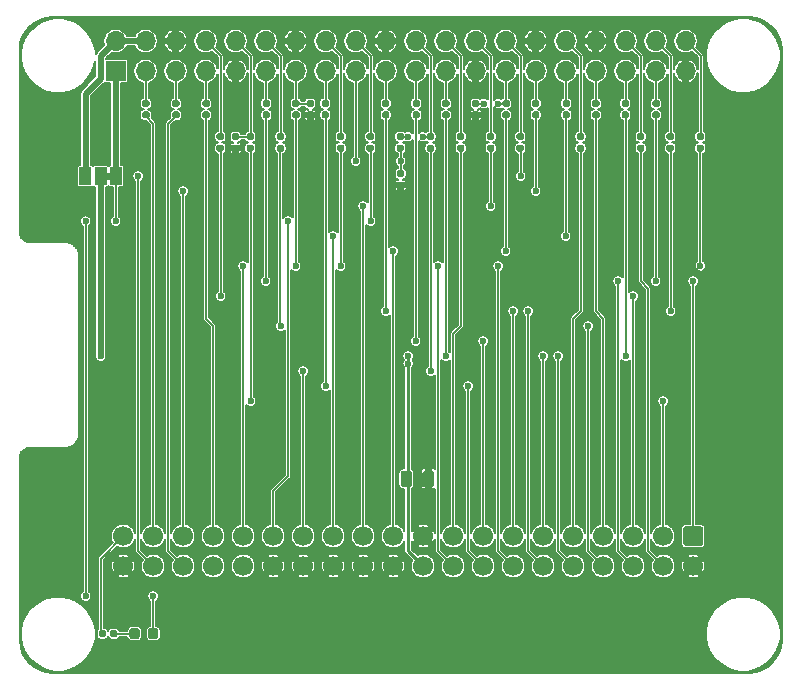
<source format=gtl>
%TF.GenerationSoftware,KiCad,Pcbnew,5.1.6*%
%TF.CreationDate,2020-08-12T10:28:14+02:00*%
%TF.ProjectId,ATAPIHat-SMI,41544150-4948-4617-942d-534d492e6b69,rev?*%
%TF.SameCoordinates,Original*%
%TF.FileFunction,Copper,L1,Top*%
%TF.FilePolarity,Positive*%
%FSLAX46Y46*%
G04 Gerber Fmt 4.6, Leading zero omitted, Abs format (unit mm)*
G04 Created by KiCad (PCBNEW 5.1.6) date 2020-08-12 10:28:14*
%MOMM*%
%LPD*%
G01*
G04 APERTURE LIST*
%TA.AperFunction,EtchedComponent*%
%ADD10C,0.100000*%
%TD*%
%TA.AperFunction,ComponentPad*%
%ADD11C,1.700000*%
%TD*%
%TA.AperFunction,SMDPad,CuDef*%
%ADD12R,1.000000X1.500000*%
%TD*%
%TA.AperFunction,ComponentPad*%
%ADD13R,1.700000X1.700000*%
%TD*%
%TA.AperFunction,ComponentPad*%
%ADD14O,1.700000X1.700000*%
%TD*%
%TA.AperFunction,ViaPad*%
%ADD15C,0.600000*%
%TD*%
%TA.AperFunction,Conductor*%
%ADD16C,0.508000*%
%TD*%
%TA.AperFunction,Conductor*%
%ADD17C,0.127000*%
%TD*%
%TA.AperFunction,Conductor*%
%ADD18C,0.254000*%
%TD*%
G04 APERTURE END LIST*
D10*
%TO.C,J3*%
G36*
X52875628Y-142159876D02*
G01*
X52375628Y-142159876D01*
X52375628Y-141559876D01*
X52875628Y-141559876D01*
X52875628Y-142159876D01*
G37*
%TD*%
%TO.P,C2,2*%
%TO.N,GND*%
%TA.AperFunction,SMDPad,CuDef*%
G36*
G01*
X79250000Y-167956250D02*
X79250000Y-167043750D01*
G75*
G02*
X79493750Y-166800000I243750J0D01*
G01*
X79981250Y-166800000D01*
G75*
G02*
X80225000Y-167043750I0J-243750D01*
G01*
X80225000Y-167956250D01*
G75*
G02*
X79981250Y-168200000I-243750J0D01*
G01*
X79493750Y-168200000D01*
G75*
G02*
X79250000Y-167956250I0J243750D01*
G01*
G37*
%TD.AperFunction*%
%TO.P,C2,1*%
%TO.N,/VDRIVE*%
%TA.AperFunction,SMDPad,CuDef*%
G36*
G01*
X77375000Y-167956250D02*
X77375000Y-167043750D01*
G75*
G02*
X77618750Y-166800000I243750J0D01*
G01*
X78106250Y-166800000D01*
G75*
G02*
X78350000Y-167043750I0J-243750D01*
G01*
X78350000Y-167956250D01*
G75*
G02*
X78106250Y-168200000I-243750J0D01*
G01*
X77618750Y-168200000D01*
G75*
G02*
X77375000Y-167956250I0J243750D01*
G01*
G37*
%TD.AperFunction*%
%TD*%
%TO.P,C1,2*%
%TO.N,GND*%
%TA.AperFunction,SMDPad,CuDef*%
G36*
G01*
X77198128Y-142334876D02*
X77543128Y-142334876D01*
G75*
G02*
X77690628Y-142482376I0J-147500D01*
G01*
X77690628Y-142777376D01*
G75*
G02*
X77543128Y-142924876I-147500J0D01*
G01*
X77198128Y-142924876D01*
G75*
G02*
X77050628Y-142777376I0J147500D01*
G01*
X77050628Y-142482376D01*
G75*
G02*
X77198128Y-142334876I147500J0D01*
G01*
G37*
%TD.AperFunction*%
%TO.P,C1,1*%
%TO.N,+3V3*%
%TA.AperFunction,SMDPad,CuDef*%
G36*
G01*
X77198128Y-141364876D02*
X77543128Y-141364876D01*
G75*
G02*
X77690628Y-141512376I0J-147500D01*
G01*
X77690628Y-141807376D01*
G75*
G02*
X77543128Y-141954876I-147500J0D01*
G01*
X77198128Y-141954876D01*
G75*
G02*
X77050628Y-141807376I0J147500D01*
G01*
X77050628Y-141512376D01*
G75*
G02*
X77198128Y-141364876I147500J0D01*
G01*
G37*
%TD.AperFunction*%
%TD*%
D11*
%TO.P,J2,40*%
%TO.N,GND*%
X53880628Y-174879876D03*
%TO.P,J2,38*%
%TO.N,/CS1*%
X56420628Y-174879876D03*
%TO.P,J2,36*%
%TO.N,/DA2*%
X58960628Y-174879876D03*
%TO.P,J2,34*%
%TO.N,Net-(J2-Pad34)*%
X61500628Y-174879876D03*
%TO.P,J2,32*%
%TO.N,Net-(J2-Pad32)*%
X64040628Y-174879876D03*
%TO.P,J2,30*%
%TO.N,GND*%
X66580628Y-174879876D03*
%TO.P,J2,28*%
X69120628Y-174879876D03*
%TO.P,J2,26*%
X71660628Y-174879876D03*
%TO.P,J2,24*%
X74200628Y-174879876D03*
%TO.P,J2,22*%
X76740628Y-174879876D03*
%TO.P,J2,20*%
%TO.N,/VDRIVE*%
X79280628Y-174879876D03*
%TO.P,J2,18*%
%TO.N,/D15*%
X81820628Y-174879876D03*
%TO.P,J2,16*%
%TO.N,/D14*%
X84360628Y-174879876D03*
%TO.P,J2,14*%
%TO.N,/D13*%
X86900628Y-174879876D03*
%TO.P,J2,12*%
%TO.N,/D12*%
X89440628Y-174879876D03*
%TO.P,J2,10*%
%TO.N,/D11*%
X91980628Y-174879876D03*
%TO.P,J2,8*%
%TO.N,/D10*%
X94520628Y-174879876D03*
%TO.P,J2,6*%
%TO.N,/D9*%
X97060628Y-174879876D03*
%TO.P,J2,4*%
%TO.N,/D8*%
X99600628Y-174879876D03*
%TO.P,J2,2*%
%TO.N,GND*%
X102140628Y-174879876D03*
%TO.P,J2,39*%
%TO.N,/ACTIVE*%
X53880628Y-172339876D03*
%TO.P,J2,37*%
%TO.N,/CS0*%
X56420628Y-172339876D03*
%TO.P,J2,35*%
%TO.N,/DA0*%
X58960628Y-172339876D03*
%TO.P,J2,33*%
%TO.N,/DA1*%
X61500628Y-172339876D03*
%TO.P,J2,31*%
%TO.N,/IRQ*%
X64040628Y-172339876D03*
%TO.P,J2,29*%
%TO.N,/DMA_ACK*%
X66580628Y-172339876D03*
%TO.P,J2,27*%
%TO.N,/IO_CH_RD*%
X69120628Y-172339876D03*
%TO.P,J2,25*%
%TO.N,/IOR*%
X71660628Y-172339876D03*
%TO.P,J2,23*%
%TO.N,/IOW*%
X74200628Y-172339876D03*
%TO.P,J2,21*%
%TO.N,/DMA_RQ*%
X76740628Y-172339876D03*
%TO.P,J2,19*%
%TO.N,GND*%
X79280628Y-172339876D03*
%TO.P,J2,17*%
%TO.N,/D0*%
X81820628Y-172339876D03*
%TO.P,J2,15*%
%TO.N,/D1*%
X84360628Y-172339876D03*
%TO.P,J2,13*%
%TO.N,/D2*%
X86900628Y-172339876D03*
%TO.P,J2,11*%
%TO.N,/D3*%
X89440628Y-172339876D03*
%TO.P,J2,9*%
%TO.N,/D4*%
X91980628Y-172339876D03*
%TO.P,J2,7*%
%TO.N,/D5*%
X94520628Y-172339876D03*
%TO.P,J2,5*%
%TO.N,/D6*%
X97060628Y-172339876D03*
%TO.P,J2,3*%
%TO.N,/D7*%
X99600628Y-172339876D03*
%TO.P,J2,1*%
%TO.N,/RESET*%
%TA.AperFunction,ComponentPad*%
G36*
G01*
X101540628Y-171489876D02*
X102740628Y-171489876D01*
G75*
G02*
X102990628Y-171739876I0J-250000D01*
G01*
X102990628Y-172939876D01*
G75*
G02*
X102740628Y-173189876I-250000J0D01*
G01*
X101540628Y-173189876D01*
G75*
G02*
X101290628Y-172939876I0J250000D01*
G01*
X101290628Y-171739876D01*
G75*
G02*
X101540628Y-171489876I250000J0D01*
G01*
G37*
%TD.AperFunction*%
%TD*%
%TO.P,R33,2*%
%TO.N,Net-(J1-Pad33)*%
%TA.AperFunction,SMDPad,CuDef*%
G36*
G01*
X94072500Y-136010000D02*
X93727500Y-136010000D01*
G75*
G02*
X93580000Y-135862500I0J147500D01*
G01*
X93580000Y-135567500D01*
G75*
G02*
X93727500Y-135420000I147500J0D01*
G01*
X94072500Y-135420000D01*
G75*
G02*
X94220000Y-135567500I0J-147500D01*
G01*
X94220000Y-135862500D01*
G75*
G02*
X94072500Y-136010000I-147500J0D01*
G01*
G37*
%TD.AperFunction*%
%TO.P,R33,1*%
%TO.N,/D5*%
%TA.AperFunction,SMDPad,CuDef*%
G36*
G01*
X94072500Y-136980000D02*
X93727500Y-136980000D01*
G75*
G02*
X93580000Y-136832500I0J147500D01*
G01*
X93580000Y-136537500D01*
G75*
G02*
X93727500Y-136390000I147500J0D01*
G01*
X94072500Y-136390000D01*
G75*
G02*
X94220000Y-136537500I0J-147500D01*
G01*
X94220000Y-136832500D01*
G75*
G02*
X94072500Y-136980000I-147500J0D01*
G01*
G37*
%TD.AperFunction*%
%TD*%
%TO.P,R32,2*%
%TO.N,Net-(J1-Pad23)*%
%TA.AperFunction,SMDPad,CuDef*%
G36*
G01*
X81372500Y-136010000D02*
X81027500Y-136010000D01*
G75*
G02*
X80880000Y-135862500I0J147500D01*
G01*
X80880000Y-135567500D01*
G75*
G02*
X81027500Y-135420000I147500J0D01*
G01*
X81372500Y-135420000D01*
G75*
G02*
X81520000Y-135567500I0J-147500D01*
G01*
X81520000Y-135862500D01*
G75*
G02*
X81372500Y-136010000I-147500J0D01*
G01*
G37*
%TD.AperFunction*%
%TO.P,R32,1*%
%TO.N,/D3*%
%TA.AperFunction,SMDPad,CuDef*%
G36*
G01*
X81372500Y-136980000D02*
X81027500Y-136980000D01*
G75*
G02*
X80880000Y-136832500I0J147500D01*
G01*
X80880000Y-136537500D01*
G75*
G02*
X81027500Y-136390000I147500J0D01*
G01*
X81372500Y-136390000D01*
G75*
G02*
X81520000Y-136537500I0J-147500D01*
G01*
X81520000Y-136832500D01*
G75*
G02*
X81372500Y-136980000I-147500J0D01*
G01*
G37*
%TD.AperFunction*%
%TD*%
%TO.P,R31,2*%
%TO.N,Net-(J1-Pad21)*%
%TA.AperFunction,SMDPad,CuDef*%
G36*
G01*
X78872500Y-136010000D02*
X78527500Y-136010000D01*
G75*
G02*
X78380000Y-135862500I0J147500D01*
G01*
X78380000Y-135567500D01*
G75*
G02*
X78527500Y-135420000I147500J0D01*
G01*
X78872500Y-135420000D01*
G75*
G02*
X79020000Y-135567500I0J-147500D01*
G01*
X79020000Y-135862500D01*
G75*
G02*
X78872500Y-136010000I-147500J0D01*
G01*
G37*
%TD.AperFunction*%
%TO.P,R31,1*%
%TO.N,/D1*%
%TA.AperFunction,SMDPad,CuDef*%
G36*
G01*
X78872500Y-136980000D02*
X78527500Y-136980000D01*
G75*
G02*
X78380000Y-136832500I0J147500D01*
G01*
X78380000Y-136537500D01*
G75*
G02*
X78527500Y-136390000I147500J0D01*
G01*
X78872500Y-136390000D01*
G75*
G02*
X79020000Y-136537500I0J-147500D01*
G01*
X79020000Y-136832500D01*
G75*
G02*
X78872500Y-136980000I-147500J0D01*
G01*
G37*
%TD.AperFunction*%
%TD*%
%TO.P,R30,2*%
%TO.N,Net-(J1-Pad26)*%
%TA.AperFunction,SMDPad,CuDef*%
G36*
G01*
X85172500Y-138810000D02*
X84827500Y-138810000D01*
G75*
G02*
X84680000Y-138662500I0J147500D01*
G01*
X84680000Y-138367500D01*
G75*
G02*
X84827500Y-138220000I147500J0D01*
G01*
X85172500Y-138220000D01*
G75*
G02*
X85320000Y-138367500I0J-147500D01*
G01*
X85320000Y-138662500D01*
G75*
G02*
X85172500Y-138810000I-147500J0D01*
G01*
G37*
%TD.AperFunction*%
%TO.P,R30,1*%
%TO.N,/IOW*%
%TA.AperFunction,SMDPad,CuDef*%
G36*
G01*
X85172500Y-139780000D02*
X84827500Y-139780000D01*
G75*
G02*
X84680000Y-139632500I0J147500D01*
G01*
X84680000Y-139337500D01*
G75*
G02*
X84827500Y-139190000I147500J0D01*
G01*
X85172500Y-139190000D01*
G75*
G02*
X85320000Y-139337500I0J-147500D01*
G01*
X85320000Y-139632500D01*
G75*
G02*
X85172500Y-139780000I-147500J0D01*
G01*
G37*
%TD.AperFunction*%
%TD*%
%TO.P,R29,2*%
%TO.N,Net-(J1-Pad29)*%
%TA.AperFunction,SMDPad,CuDef*%
G36*
G01*
X88972500Y-136010000D02*
X88627500Y-136010000D01*
G75*
G02*
X88480000Y-135862500I0J147500D01*
G01*
X88480000Y-135567500D01*
G75*
G02*
X88627500Y-135420000I147500J0D01*
G01*
X88972500Y-135420000D01*
G75*
G02*
X89120000Y-135567500I0J-147500D01*
G01*
X89120000Y-135862500D01*
G75*
G02*
X88972500Y-136010000I-147500J0D01*
G01*
G37*
%TD.AperFunction*%
%TO.P,R29,1*%
%TO.N,/DA0*%
%TA.AperFunction,SMDPad,CuDef*%
G36*
G01*
X88972500Y-136980000D02*
X88627500Y-136980000D01*
G75*
G02*
X88480000Y-136832500I0J147500D01*
G01*
X88480000Y-136537500D01*
G75*
G02*
X88627500Y-136390000I147500J0D01*
G01*
X88972500Y-136390000D01*
G75*
G02*
X89120000Y-136537500I0J-147500D01*
G01*
X89120000Y-136832500D01*
G75*
G02*
X88972500Y-136980000I-147500J0D01*
G01*
G37*
%TD.AperFunction*%
%TD*%
%TO.P,R28,2*%
%TO.N,Net-(J1-Pad5)*%
%TA.AperFunction,SMDPad,CuDef*%
G36*
G01*
X58522500Y-136010000D02*
X58177500Y-136010000D01*
G75*
G02*
X58030000Y-135862500I0J147500D01*
G01*
X58030000Y-135567500D01*
G75*
G02*
X58177500Y-135420000I147500J0D01*
G01*
X58522500Y-135420000D01*
G75*
G02*
X58670000Y-135567500I0J-147500D01*
G01*
X58670000Y-135862500D01*
G75*
G02*
X58522500Y-136010000I-147500J0D01*
G01*
G37*
%TD.AperFunction*%
%TO.P,R28,1*%
%TO.N,/DA2*%
%TA.AperFunction,SMDPad,CuDef*%
G36*
G01*
X58522500Y-136980000D02*
X58177500Y-136980000D01*
G75*
G02*
X58030000Y-136832500I0J147500D01*
G01*
X58030000Y-136537500D01*
G75*
G02*
X58177500Y-136390000I147500J0D01*
G01*
X58522500Y-136390000D01*
G75*
G02*
X58670000Y-136537500I0J-147500D01*
G01*
X58670000Y-136832500D01*
G75*
G02*
X58522500Y-136980000I-147500J0D01*
G01*
G37*
%TD.AperFunction*%
%TD*%
%TO.P,R27,2*%
%TO.N,/CS1*%
%TA.AperFunction,SMDPad,CuDef*%
G36*
G01*
X87327500Y-139190000D02*
X87672500Y-139190000D01*
G75*
G02*
X87820000Y-139337500I0J-147500D01*
G01*
X87820000Y-139632500D01*
G75*
G02*
X87672500Y-139780000I-147500J0D01*
G01*
X87327500Y-139780000D01*
G75*
G02*
X87180000Y-139632500I0J147500D01*
G01*
X87180000Y-139337500D01*
G75*
G02*
X87327500Y-139190000I147500J0D01*
G01*
G37*
%TD.AperFunction*%
%TO.P,R27,1*%
%TO.N,Net-(J1-Pad28)*%
%TA.AperFunction,SMDPad,CuDef*%
G36*
G01*
X87327500Y-138220000D02*
X87672500Y-138220000D01*
G75*
G02*
X87820000Y-138367500I0J-147500D01*
G01*
X87820000Y-138662500D01*
G75*
G02*
X87672500Y-138810000I-147500J0D01*
G01*
X87327500Y-138810000D01*
G75*
G02*
X87180000Y-138662500I0J147500D01*
G01*
X87180000Y-138367500D01*
G75*
G02*
X87327500Y-138220000I147500J0D01*
G01*
G37*
%TD.AperFunction*%
%TD*%
%TO.P,R26,2*%
%TO.N,Net-(J1-Pad32)*%
%TA.AperFunction,SMDPad,CuDef*%
G36*
G01*
X92772500Y-138810000D02*
X92427500Y-138810000D01*
G75*
G02*
X92280000Y-138662500I0J147500D01*
G01*
X92280000Y-138367500D01*
G75*
G02*
X92427500Y-138220000I147500J0D01*
G01*
X92772500Y-138220000D01*
G75*
G02*
X92920000Y-138367500I0J-147500D01*
G01*
X92920000Y-138662500D01*
G75*
G02*
X92772500Y-138810000I-147500J0D01*
G01*
G37*
%TD.AperFunction*%
%TO.P,R26,1*%
%TO.N,/D4*%
%TA.AperFunction,SMDPad,CuDef*%
G36*
G01*
X92772500Y-139780000D02*
X92427500Y-139780000D01*
G75*
G02*
X92280000Y-139632500I0J147500D01*
G01*
X92280000Y-139337500D01*
G75*
G02*
X92427500Y-139190000I147500J0D01*
G01*
X92772500Y-139190000D01*
G75*
G02*
X92920000Y-139337500I0J-147500D01*
G01*
X92920000Y-139632500D01*
G75*
G02*
X92772500Y-139780000I-147500J0D01*
G01*
G37*
%TD.AperFunction*%
%TD*%
%TO.P,R25,2*%
%TO.N,Net-(J1-Pad19)*%
%TA.AperFunction,SMDPad,CuDef*%
G36*
G01*
X76272500Y-136010000D02*
X75927500Y-136010000D01*
G75*
G02*
X75780000Y-135862500I0J147500D01*
G01*
X75780000Y-135567500D01*
G75*
G02*
X75927500Y-135420000I147500J0D01*
G01*
X76272500Y-135420000D01*
G75*
G02*
X76420000Y-135567500I0J-147500D01*
G01*
X76420000Y-135862500D01*
G75*
G02*
X76272500Y-136010000I-147500J0D01*
G01*
G37*
%TD.AperFunction*%
%TO.P,R25,1*%
%TO.N,/D2*%
%TA.AperFunction,SMDPad,CuDef*%
G36*
G01*
X76272500Y-136980000D02*
X75927500Y-136980000D01*
G75*
G02*
X75780000Y-136832500I0J147500D01*
G01*
X75780000Y-136537500D01*
G75*
G02*
X75927500Y-136390000I147500J0D01*
G01*
X76272500Y-136390000D01*
G75*
G02*
X76420000Y-136537500I0J-147500D01*
G01*
X76420000Y-136832500D01*
G75*
G02*
X76272500Y-136980000I-147500J0D01*
G01*
G37*
%TD.AperFunction*%
%TD*%
%TO.P,R24,2*%
%TO.N,Net-(J1-Pad24)*%
%TA.AperFunction,SMDPad,CuDef*%
G36*
G01*
X82622500Y-138810000D02*
X82277500Y-138810000D01*
G75*
G02*
X82130000Y-138662500I0J147500D01*
G01*
X82130000Y-138367500D01*
G75*
G02*
X82277500Y-138220000I147500J0D01*
G01*
X82622500Y-138220000D01*
G75*
G02*
X82770000Y-138367500I0J-147500D01*
G01*
X82770000Y-138662500D01*
G75*
G02*
X82622500Y-138810000I-147500J0D01*
G01*
G37*
%TD.AperFunction*%
%TO.P,R24,1*%
%TO.N,/D0*%
%TA.AperFunction,SMDPad,CuDef*%
G36*
G01*
X82622500Y-139780000D02*
X82277500Y-139780000D01*
G75*
G02*
X82130000Y-139632500I0J147500D01*
G01*
X82130000Y-139337500D01*
G75*
G02*
X82277500Y-139190000I147500J0D01*
G01*
X82622500Y-139190000D01*
G75*
G02*
X82770000Y-139337500I0J-147500D01*
G01*
X82770000Y-139632500D01*
G75*
G02*
X82622500Y-139780000I-147500J0D01*
G01*
G37*
%TD.AperFunction*%
%TD*%
%TO.P,R23,2*%
%TO.N,Net-(J1-Pad31)*%
%TA.AperFunction,SMDPad,CuDef*%
G36*
G01*
X91572500Y-136010000D02*
X91227500Y-136010000D01*
G75*
G02*
X91080000Y-135862500I0J147500D01*
G01*
X91080000Y-135567500D01*
G75*
G02*
X91227500Y-135420000I147500J0D01*
G01*
X91572500Y-135420000D01*
G75*
G02*
X91720000Y-135567500I0J-147500D01*
G01*
X91720000Y-135862500D01*
G75*
G02*
X91572500Y-136010000I-147500J0D01*
G01*
G37*
%TD.AperFunction*%
%TO.P,R23,1*%
%TO.N,/IOR*%
%TA.AperFunction,SMDPad,CuDef*%
G36*
G01*
X91572500Y-136980000D02*
X91227500Y-136980000D01*
G75*
G02*
X91080000Y-136832500I0J147500D01*
G01*
X91080000Y-136537500D01*
G75*
G02*
X91227500Y-136390000I147500J0D01*
G01*
X91572500Y-136390000D01*
G75*
G02*
X91720000Y-136537500I0J-147500D01*
G01*
X91720000Y-136832500D01*
G75*
G02*
X91572500Y-136980000I-147500J0D01*
G01*
G37*
%TD.AperFunction*%
%TD*%
%TO.P,R22,2*%
%TO.N,Net-(J1-Pad7)*%
%TA.AperFunction,SMDPad,CuDef*%
G36*
G01*
X61072500Y-136010000D02*
X60727500Y-136010000D01*
G75*
G02*
X60580000Y-135862500I0J147500D01*
G01*
X60580000Y-135567500D01*
G75*
G02*
X60727500Y-135420000I147500J0D01*
G01*
X61072500Y-135420000D01*
G75*
G02*
X61220000Y-135567500I0J-147500D01*
G01*
X61220000Y-135862500D01*
G75*
G02*
X61072500Y-136010000I-147500J0D01*
G01*
G37*
%TD.AperFunction*%
%TO.P,R22,1*%
%TO.N,/DA1*%
%TA.AperFunction,SMDPad,CuDef*%
G36*
G01*
X61072500Y-136980000D02*
X60727500Y-136980000D01*
G75*
G02*
X60580000Y-136832500I0J147500D01*
G01*
X60580000Y-136537500D01*
G75*
G02*
X60727500Y-136390000I147500J0D01*
G01*
X61072500Y-136390000D01*
G75*
G02*
X61220000Y-136537500I0J-147500D01*
G01*
X61220000Y-136832500D01*
G75*
G02*
X61072500Y-136980000I-147500J0D01*
G01*
G37*
%TD.AperFunction*%
%TD*%
%TO.P,R21,2*%
%TO.N,Net-(J1-Pad3)*%
%TA.AperFunction,SMDPad,CuDef*%
G36*
G01*
X55972500Y-136010000D02*
X55627500Y-136010000D01*
G75*
G02*
X55480000Y-135862500I0J147500D01*
G01*
X55480000Y-135567500D01*
G75*
G02*
X55627500Y-135420000I147500J0D01*
G01*
X55972500Y-135420000D01*
G75*
G02*
X56120000Y-135567500I0J-147500D01*
G01*
X56120000Y-135862500D01*
G75*
G02*
X55972500Y-136010000I-147500J0D01*
G01*
G37*
%TD.AperFunction*%
%TO.P,R21,1*%
%TO.N,/CS0*%
%TA.AperFunction,SMDPad,CuDef*%
G36*
G01*
X55972500Y-136980000D02*
X55627500Y-136980000D01*
G75*
G02*
X55480000Y-136832500I0J147500D01*
G01*
X55480000Y-136537500D01*
G75*
G02*
X55627500Y-136390000I147500J0D01*
G01*
X55972500Y-136390000D01*
G75*
G02*
X56120000Y-136537500I0J-147500D01*
G01*
X56120000Y-136832500D01*
G75*
G02*
X55972500Y-136980000I-147500J0D01*
G01*
G37*
%TD.AperFunction*%
%TD*%
%TO.P,R20,2*%
%TO.N,Net-(J1-Pad27)*%
%TA.AperFunction,SMDPad,CuDef*%
G36*
G01*
X86472500Y-136010000D02*
X86127500Y-136010000D01*
G75*
G02*
X85980000Y-135862500I0J147500D01*
G01*
X85980000Y-135567500D01*
G75*
G02*
X86127500Y-135420000I147500J0D01*
G01*
X86472500Y-135420000D01*
G75*
G02*
X86620000Y-135567500I0J-147500D01*
G01*
X86620000Y-135862500D01*
G75*
G02*
X86472500Y-136010000I-147500J0D01*
G01*
G37*
%TD.AperFunction*%
%TO.P,R20,1*%
%TO.N,/DMA_RQ*%
%TA.AperFunction,SMDPad,CuDef*%
G36*
G01*
X86472500Y-136980000D02*
X86127500Y-136980000D01*
G75*
G02*
X85980000Y-136832500I0J147500D01*
G01*
X85980000Y-136537500D01*
G75*
G02*
X86127500Y-136390000I147500J0D01*
G01*
X86472500Y-136390000D01*
G75*
G02*
X86620000Y-136537500I0J-147500D01*
G01*
X86620000Y-136832500D01*
G75*
G02*
X86472500Y-136980000I-147500J0D01*
G01*
G37*
%TD.AperFunction*%
%TD*%
%TO.P,R19,2*%
%TO.N,GND*%
%TA.AperFunction,SMDPad,CuDef*%
G36*
G01*
X83552500Y-136390000D02*
X83897500Y-136390000D01*
G75*
G02*
X84045000Y-136537500I0J-147500D01*
G01*
X84045000Y-136832500D01*
G75*
G02*
X83897500Y-136980000I-147500J0D01*
G01*
X83552500Y-136980000D01*
G75*
G02*
X83405000Y-136832500I0J147500D01*
G01*
X83405000Y-136537500D01*
G75*
G02*
X83552500Y-136390000I147500J0D01*
G01*
G37*
%TD.AperFunction*%
%TO.P,R19,1*%
%TO.N,Net-(J1-Pad27)*%
%TA.AperFunction,SMDPad,CuDef*%
G36*
G01*
X83552500Y-135420000D02*
X83897500Y-135420000D01*
G75*
G02*
X84045000Y-135567500I0J-147500D01*
G01*
X84045000Y-135862500D01*
G75*
G02*
X83897500Y-136010000I-147500J0D01*
G01*
X83552500Y-136010000D01*
G75*
G02*
X83405000Y-135862500I0J147500D01*
G01*
X83405000Y-135567500D01*
G75*
G02*
X83552500Y-135420000I147500J0D01*
G01*
G37*
%TD.AperFunction*%
%TD*%
%TO.P,R18,2*%
%TO.N,GND*%
%TA.AperFunction,SMDPad,CuDef*%
G36*
G01*
X69552500Y-136384876D02*
X69897500Y-136384876D01*
G75*
G02*
X70045000Y-136532376I0J-147500D01*
G01*
X70045000Y-136827376D01*
G75*
G02*
X69897500Y-136974876I-147500J0D01*
G01*
X69552500Y-136974876D01*
G75*
G02*
X69405000Y-136827376I0J147500D01*
G01*
X69405000Y-136532376D01*
G75*
G02*
X69552500Y-136384876I147500J0D01*
G01*
G37*
%TD.AperFunction*%
%TO.P,R18,1*%
%TO.N,Net-(J1-Pad13)*%
%TA.AperFunction,SMDPad,CuDef*%
G36*
G01*
X69552500Y-135414876D02*
X69897500Y-135414876D01*
G75*
G02*
X70045000Y-135562376I0J-147500D01*
G01*
X70045000Y-135857376D01*
G75*
G02*
X69897500Y-136004876I-147500J0D01*
G01*
X69552500Y-136004876D01*
G75*
G02*
X69405000Y-135857376I0J147500D01*
G01*
X69405000Y-135562376D01*
G75*
G02*
X69552500Y-135414876I147500J0D01*
G01*
G37*
%TD.AperFunction*%
%TD*%
%TO.P,R17,2*%
%TO.N,Net-(J1-Pad22)*%
%TA.AperFunction,SMDPad,CuDef*%
G36*
G01*
X77522500Y-138810000D02*
X77177500Y-138810000D01*
G75*
G02*
X77030000Y-138662500I0J147500D01*
G01*
X77030000Y-138367500D01*
G75*
G02*
X77177500Y-138220000I147500J0D01*
G01*
X77522500Y-138220000D01*
G75*
G02*
X77670000Y-138367500I0J-147500D01*
G01*
X77670000Y-138662500D01*
G75*
G02*
X77522500Y-138810000I-147500J0D01*
G01*
G37*
%TD.AperFunction*%
%TO.P,R17,1*%
%TO.N,+3V3*%
%TA.AperFunction,SMDPad,CuDef*%
G36*
G01*
X77522500Y-139780000D02*
X77177500Y-139780000D01*
G75*
G02*
X77030000Y-139632500I0J147500D01*
G01*
X77030000Y-139337500D01*
G75*
G02*
X77177500Y-139190000I147500J0D01*
G01*
X77522500Y-139190000D01*
G75*
G02*
X77670000Y-139337500I0J-147500D01*
G01*
X77670000Y-139632500D01*
G75*
G02*
X77522500Y-139780000I-147500J0D01*
G01*
G37*
%TD.AperFunction*%
%TD*%
%TO.P,R16,2*%
%TO.N,GND*%
%TA.AperFunction,SMDPad,CuDef*%
G36*
G01*
X63227500Y-139190000D02*
X63572500Y-139190000D01*
G75*
G02*
X63720000Y-139337500I0J-147500D01*
G01*
X63720000Y-139632500D01*
G75*
G02*
X63572500Y-139780000I-147500J0D01*
G01*
X63227500Y-139780000D01*
G75*
G02*
X63080000Y-139632500I0J147500D01*
G01*
X63080000Y-139337500D01*
G75*
G02*
X63227500Y-139190000I147500J0D01*
G01*
G37*
%TD.AperFunction*%
%TO.P,R16,1*%
%TO.N,Net-(J1-Pad10)*%
%TA.AperFunction,SMDPad,CuDef*%
G36*
G01*
X63227500Y-138220000D02*
X63572500Y-138220000D01*
G75*
G02*
X63720000Y-138367500I0J-147500D01*
G01*
X63720000Y-138662500D01*
G75*
G02*
X63572500Y-138810000I-147500J0D01*
G01*
X63227500Y-138810000D01*
G75*
G02*
X63080000Y-138662500I0J147500D01*
G01*
X63080000Y-138367500D01*
G75*
G02*
X63227500Y-138220000I147500J0D01*
G01*
G37*
%TD.AperFunction*%
%TD*%
%TO.P,R15,2*%
%TO.N,Net-(J1-Pad37)*%
%TA.AperFunction,SMDPad,CuDef*%
G36*
G01*
X99172500Y-136010000D02*
X98827500Y-136010000D01*
G75*
G02*
X98680000Y-135862500I0J147500D01*
G01*
X98680000Y-135567500D01*
G75*
G02*
X98827500Y-135420000I147500J0D01*
G01*
X99172500Y-135420000D01*
G75*
G02*
X99320000Y-135567500I0J-147500D01*
G01*
X99320000Y-135862500D01*
G75*
G02*
X99172500Y-136010000I-147500J0D01*
G01*
G37*
%TD.AperFunction*%
%TO.P,R15,1*%
%TO.N,/RESET*%
%TA.AperFunction,SMDPad,CuDef*%
G36*
G01*
X99172500Y-136980000D02*
X98827500Y-136980000D01*
G75*
G02*
X98680000Y-136832500I0J147500D01*
G01*
X98680000Y-136537500D01*
G75*
G02*
X98827500Y-136390000I147500J0D01*
G01*
X99172500Y-136390000D01*
G75*
G02*
X99320000Y-136537500I0J-147500D01*
G01*
X99320000Y-136832500D01*
G75*
G02*
X99172500Y-136980000I-147500J0D01*
G01*
G37*
%TD.AperFunction*%
%TD*%
%TO.P,R14,2*%
%TO.N,/DMA_ACK*%
%TA.AperFunction,SMDPad,CuDef*%
G36*
G01*
X74627500Y-139190000D02*
X74972500Y-139190000D01*
G75*
G02*
X75120000Y-139337500I0J-147500D01*
G01*
X75120000Y-139632500D01*
G75*
G02*
X74972500Y-139780000I-147500J0D01*
G01*
X74627500Y-139780000D01*
G75*
G02*
X74480000Y-139632500I0J147500D01*
G01*
X74480000Y-139337500D01*
G75*
G02*
X74627500Y-139190000I147500J0D01*
G01*
G37*
%TD.AperFunction*%
%TO.P,R14,1*%
%TO.N,Net-(J1-Pad18)*%
%TA.AperFunction,SMDPad,CuDef*%
G36*
G01*
X74627500Y-138220000D02*
X74972500Y-138220000D01*
G75*
G02*
X75120000Y-138367500I0J-147500D01*
G01*
X75120000Y-138662500D01*
G75*
G02*
X74972500Y-138810000I-147500J0D01*
G01*
X74627500Y-138810000D01*
G75*
G02*
X74480000Y-138662500I0J147500D01*
G01*
X74480000Y-138367500D01*
G75*
G02*
X74627500Y-138220000I147500J0D01*
G01*
G37*
%TD.AperFunction*%
%TD*%
%TO.P,R13,2*%
%TO.N,Net-(J1-Pad15)*%
%TA.AperFunction,SMDPad,CuDef*%
G36*
G01*
X71172500Y-136010000D02*
X70827500Y-136010000D01*
G75*
G02*
X70680000Y-135862500I0J147500D01*
G01*
X70680000Y-135567500D01*
G75*
G02*
X70827500Y-135420000I147500J0D01*
G01*
X71172500Y-135420000D01*
G75*
G02*
X71320000Y-135567500I0J-147500D01*
G01*
X71320000Y-135862500D01*
G75*
G02*
X71172500Y-136010000I-147500J0D01*
G01*
G37*
%TD.AperFunction*%
%TO.P,R13,1*%
%TO.N,/D14*%
%TA.AperFunction,SMDPad,CuDef*%
G36*
G01*
X71172500Y-136980000D02*
X70827500Y-136980000D01*
G75*
G02*
X70680000Y-136832500I0J147500D01*
G01*
X70680000Y-136537500D01*
G75*
G02*
X70827500Y-136390000I147500J0D01*
G01*
X71172500Y-136390000D01*
G75*
G02*
X71320000Y-136537500I0J-147500D01*
G01*
X71320000Y-136832500D01*
G75*
G02*
X71172500Y-136980000I-147500J0D01*
G01*
G37*
%TD.AperFunction*%
%TD*%
%TO.P,R12,2*%
%TO.N,Net-(J1-Pad38)*%
%TA.AperFunction,SMDPad,CuDef*%
G36*
G01*
X100372500Y-138810000D02*
X100027500Y-138810000D01*
G75*
G02*
X99880000Y-138662500I0J147500D01*
G01*
X99880000Y-138367500D01*
G75*
G02*
X100027500Y-138220000I147500J0D01*
G01*
X100372500Y-138220000D01*
G75*
G02*
X100520000Y-138367500I0J-147500D01*
G01*
X100520000Y-138662500D01*
G75*
G02*
X100372500Y-138810000I-147500J0D01*
G01*
G37*
%TD.AperFunction*%
%TO.P,R12,1*%
%TO.N,/D12*%
%TA.AperFunction,SMDPad,CuDef*%
G36*
G01*
X100372500Y-139780000D02*
X100027500Y-139780000D01*
G75*
G02*
X99880000Y-139632500I0J147500D01*
G01*
X99880000Y-139337500D01*
G75*
G02*
X100027500Y-139190000I147500J0D01*
G01*
X100372500Y-139190000D01*
G75*
G02*
X100520000Y-139337500I0J-147500D01*
G01*
X100520000Y-139632500D01*
G75*
G02*
X100372500Y-139780000I-147500J0D01*
G01*
G37*
%TD.AperFunction*%
%TD*%
D12*
%TO.P,J3,2*%
%TO.N,/VDRIVE*%
X51975628Y-141859876D03*
%TO.P,J3,3*%
%TO.N,+5V*%
X50675628Y-141859876D03*
%TO.P,J3,1*%
%TO.N,+3V3*%
X53275628Y-141859876D03*
%TD*%
%TO.P,R11,2*%
%TO.N,Net-(J1-Pad12)*%
%TA.AperFunction,SMDPad,CuDef*%
G36*
G01*
X67372500Y-138810000D02*
X67027500Y-138810000D01*
G75*
G02*
X66880000Y-138662500I0J147500D01*
G01*
X66880000Y-138367500D01*
G75*
G02*
X67027500Y-138220000I147500J0D01*
G01*
X67372500Y-138220000D01*
G75*
G02*
X67520000Y-138367500I0J-147500D01*
G01*
X67520000Y-138662500D01*
G75*
G02*
X67372500Y-138810000I-147500J0D01*
G01*
G37*
%TD.AperFunction*%
%TO.P,R11,1*%
%TO.N,/D10*%
%TA.AperFunction,SMDPad,CuDef*%
G36*
G01*
X67372500Y-139780000D02*
X67027500Y-139780000D01*
G75*
G02*
X66880000Y-139632500I0J147500D01*
G01*
X66880000Y-139337500D01*
G75*
G02*
X67027500Y-139190000I147500J0D01*
G01*
X67372500Y-139190000D01*
G75*
G02*
X67520000Y-139337500I0J-147500D01*
G01*
X67520000Y-139632500D01*
G75*
G02*
X67372500Y-139780000I-147500J0D01*
G01*
G37*
%TD.AperFunction*%
%TD*%
%TO.P,R10,2*%
%TO.N,Net-(J1-Pad36)*%
%TA.AperFunction,SMDPad,CuDef*%
G36*
G01*
X97872500Y-138810000D02*
X97527500Y-138810000D01*
G75*
G02*
X97380000Y-138662500I0J147500D01*
G01*
X97380000Y-138367500D01*
G75*
G02*
X97527500Y-138220000I147500J0D01*
G01*
X97872500Y-138220000D01*
G75*
G02*
X98020000Y-138367500I0J-147500D01*
G01*
X98020000Y-138662500D01*
G75*
G02*
X97872500Y-138810000I-147500J0D01*
G01*
G37*
%TD.AperFunction*%
%TO.P,R10,1*%
%TO.N,/D8*%
%TA.AperFunction,SMDPad,CuDef*%
G36*
G01*
X97872500Y-139780000D02*
X97527500Y-139780000D01*
G75*
G02*
X97380000Y-139632500I0J147500D01*
G01*
X97380000Y-139337500D01*
G75*
G02*
X97527500Y-139190000I147500J0D01*
G01*
X97872500Y-139190000D01*
G75*
G02*
X98020000Y-139337500I0J-147500D01*
G01*
X98020000Y-139632500D01*
G75*
G02*
X97872500Y-139780000I-147500J0D01*
G01*
G37*
%TD.AperFunction*%
%TD*%
%TO.P,R9,2*%
%TO.N,Net-(J1-Pad8)*%
%TA.AperFunction,SMDPad,CuDef*%
G36*
G01*
X62272500Y-138810000D02*
X61927500Y-138810000D01*
G75*
G02*
X61780000Y-138662500I0J147500D01*
G01*
X61780000Y-138367500D01*
G75*
G02*
X61927500Y-138220000I147500J0D01*
G01*
X62272500Y-138220000D01*
G75*
G02*
X62420000Y-138367500I0J-147500D01*
G01*
X62420000Y-138662500D01*
G75*
G02*
X62272500Y-138810000I-147500J0D01*
G01*
G37*
%TD.AperFunction*%
%TO.P,R9,1*%
%TO.N,/D6*%
%TA.AperFunction,SMDPad,CuDef*%
G36*
G01*
X62272500Y-139780000D02*
X61927500Y-139780000D01*
G75*
G02*
X61780000Y-139632500I0J147500D01*
G01*
X61780000Y-139337500D01*
G75*
G02*
X61927500Y-139190000I147500J0D01*
G01*
X62272500Y-139190000D01*
G75*
G02*
X62420000Y-139337500I0J-147500D01*
G01*
X62420000Y-139632500D01*
G75*
G02*
X62272500Y-139780000I-147500J0D01*
G01*
G37*
%TD.AperFunction*%
%TD*%
%TO.P,R8,2*%
%TO.N,/IRQ*%
%TA.AperFunction,SMDPad,CuDef*%
G36*
G01*
X68327500Y-136390000D02*
X68672500Y-136390000D01*
G75*
G02*
X68820000Y-136537500I0J-147500D01*
G01*
X68820000Y-136832500D01*
G75*
G02*
X68672500Y-136980000I-147500J0D01*
G01*
X68327500Y-136980000D01*
G75*
G02*
X68180000Y-136832500I0J147500D01*
G01*
X68180000Y-136537500D01*
G75*
G02*
X68327500Y-136390000I147500J0D01*
G01*
G37*
%TD.AperFunction*%
%TO.P,R8,1*%
%TO.N,Net-(J1-Pad13)*%
%TA.AperFunction,SMDPad,CuDef*%
G36*
G01*
X68327500Y-135420000D02*
X68672500Y-135420000D01*
G75*
G02*
X68820000Y-135567500I0J-147500D01*
G01*
X68820000Y-135862500D01*
G75*
G02*
X68672500Y-136010000I-147500J0D01*
G01*
X68327500Y-136010000D01*
G75*
G02*
X68180000Y-135862500I0J147500D01*
G01*
X68180000Y-135567500D01*
G75*
G02*
X68327500Y-135420000I147500J0D01*
G01*
G37*
%TD.AperFunction*%
%TD*%
%TO.P,R7,2*%
%TO.N,/IO_CH_RD*%
%TA.AperFunction,SMDPad,CuDef*%
G36*
G01*
X79727500Y-139190000D02*
X80072500Y-139190000D01*
G75*
G02*
X80220000Y-139337500I0J-147500D01*
G01*
X80220000Y-139632500D01*
G75*
G02*
X80072500Y-139780000I-147500J0D01*
G01*
X79727500Y-139780000D01*
G75*
G02*
X79580000Y-139632500I0J147500D01*
G01*
X79580000Y-139337500D01*
G75*
G02*
X79727500Y-139190000I147500J0D01*
G01*
G37*
%TD.AperFunction*%
%TO.P,R7,1*%
%TO.N,Net-(J1-Pad22)*%
%TA.AperFunction,SMDPad,CuDef*%
G36*
G01*
X79727500Y-138220000D02*
X80072500Y-138220000D01*
G75*
G02*
X80220000Y-138367500I0J-147500D01*
G01*
X80220000Y-138662500D01*
G75*
G02*
X80072500Y-138810000I-147500J0D01*
G01*
X79727500Y-138810000D01*
G75*
G02*
X79580000Y-138662500I0J147500D01*
G01*
X79580000Y-138367500D01*
G75*
G02*
X79727500Y-138220000I147500J0D01*
G01*
G37*
%TD.AperFunction*%
%TD*%
%TO.P,R6,2*%
%TO.N,Net-(J1-Pad16)*%
%TA.AperFunction,SMDPad,CuDef*%
G36*
G01*
X72472500Y-138810000D02*
X72127500Y-138810000D01*
G75*
G02*
X71980000Y-138662500I0J147500D01*
G01*
X71980000Y-138367500D01*
G75*
G02*
X72127500Y-138220000I147500J0D01*
G01*
X72472500Y-138220000D01*
G75*
G02*
X72620000Y-138367500I0J-147500D01*
G01*
X72620000Y-138662500D01*
G75*
G02*
X72472500Y-138810000I-147500J0D01*
G01*
G37*
%TD.AperFunction*%
%TO.P,R6,1*%
%TO.N,/D15*%
%TA.AperFunction,SMDPad,CuDef*%
G36*
G01*
X72472500Y-139780000D02*
X72127500Y-139780000D01*
G75*
G02*
X71980000Y-139632500I0J147500D01*
G01*
X71980000Y-139337500D01*
G75*
G02*
X72127500Y-139190000I147500J0D01*
G01*
X72472500Y-139190000D01*
G75*
G02*
X72620000Y-139337500I0J-147500D01*
G01*
X72620000Y-139632500D01*
G75*
G02*
X72472500Y-139780000I-147500J0D01*
G01*
G37*
%TD.AperFunction*%
%TD*%
%TO.P,R5,2*%
%TO.N,Net-(J1-Pad40)*%
%TA.AperFunction,SMDPad,CuDef*%
G36*
G01*
X102922500Y-138810000D02*
X102577500Y-138810000D01*
G75*
G02*
X102430000Y-138662500I0J147500D01*
G01*
X102430000Y-138367500D01*
G75*
G02*
X102577500Y-138220000I147500J0D01*
G01*
X102922500Y-138220000D01*
G75*
G02*
X103070000Y-138367500I0J-147500D01*
G01*
X103070000Y-138662500D01*
G75*
G02*
X102922500Y-138810000I-147500J0D01*
G01*
G37*
%TD.AperFunction*%
%TO.P,R5,1*%
%TO.N,/D13*%
%TA.AperFunction,SMDPad,CuDef*%
G36*
G01*
X102922500Y-139780000D02*
X102577500Y-139780000D01*
G75*
G02*
X102430000Y-139632500I0J147500D01*
G01*
X102430000Y-139337500D01*
G75*
G02*
X102577500Y-139190000I147500J0D01*
G01*
X102922500Y-139190000D01*
G75*
G02*
X103070000Y-139337500I0J-147500D01*
G01*
X103070000Y-139632500D01*
G75*
G02*
X102922500Y-139780000I-147500J0D01*
G01*
G37*
%TD.AperFunction*%
%TD*%
%TO.P,R4,2*%
%TO.N,Net-(J1-Pad35)*%
%TA.AperFunction,SMDPad,CuDef*%
G36*
G01*
X96572500Y-136010000D02*
X96227500Y-136010000D01*
G75*
G02*
X96080000Y-135862500I0J147500D01*
G01*
X96080000Y-135567500D01*
G75*
G02*
X96227500Y-135420000I147500J0D01*
G01*
X96572500Y-135420000D01*
G75*
G02*
X96720000Y-135567500I0J-147500D01*
G01*
X96720000Y-135862500D01*
G75*
G02*
X96572500Y-136010000I-147500J0D01*
G01*
G37*
%TD.AperFunction*%
%TO.P,R4,1*%
%TO.N,/D11*%
%TA.AperFunction,SMDPad,CuDef*%
G36*
G01*
X96572500Y-136980000D02*
X96227500Y-136980000D01*
G75*
G02*
X96080000Y-136832500I0J147500D01*
G01*
X96080000Y-136537500D01*
G75*
G02*
X96227500Y-136390000I147500J0D01*
G01*
X96572500Y-136390000D01*
G75*
G02*
X96720000Y-136537500I0J-147500D01*
G01*
X96720000Y-136832500D01*
G75*
G02*
X96572500Y-136980000I-147500J0D01*
G01*
G37*
%TD.AperFunction*%
%TD*%
D13*
%TO.P,J1,1*%
%TO.N,+3V3*%
X53245628Y-132969876D03*
D14*
%TO.P,J1,2*%
%TO.N,+5V*%
X53245628Y-130429876D03*
%TO.P,J1,3*%
%TO.N,Net-(J1-Pad3)*%
X55785628Y-132969876D03*
%TO.P,J1,4*%
%TO.N,+5V*%
X55785628Y-130429876D03*
%TO.P,J1,5*%
%TO.N,Net-(J1-Pad5)*%
X58325628Y-132969876D03*
%TO.P,J1,6*%
%TO.N,GND*%
X58325628Y-130429876D03*
%TO.P,J1,7*%
%TO.N,Net-(J1-Pad7)*%
X60865628Y-132969876D03*
%TO.P,J1,8*%
%TO.N,Net-(J1-Pad8)*%
X60865628Y-130429876D03*
%TO.P,J1,9*%
%TO.N,GND*%
X63405628Y-132969876D03*
%TO.P,J1,10*%
%TO.N,Net-(J1-Pad10)*%
X63405628Y-130429876D03*
%TO.P,J1,11*%
%TO.N,Net-(J1-Pad11)*%
X65945628Y-132969876D03*
%TO.P,J1,12*%
%TO.N,Net-(J1-Pad12)*%
X65945628Y-130429876D03*
%TO.P,J1,13*%
%TO.N,Net-(J1-Pad13)*%
X68485628Y-132969876D03*
%TO.P,J1,14*%
%TO.N,GND*%
X68485628Y-130429876D03*
%TO.P,J1,15*%
%TO.N,Net-(J1-Pad15)*%
X71025628Y-132969876D03*
%TO.P,J1,16*%
%TO.N,Net-(J1-Pad16)*%
X71025628Y-130429876D03*
%TO.P,J1,17*%
%TO.N,+3V3*%
X73565628Y-132969876D03*
%TO.P,J1,18*%
%TO.N,Net-(J1-Pad18)*%
X73565628Y-130429876D03*
%TO.P,J1,19*%
%TO.N,Net-(J1-Pad19)*%
X76105628Y-132969876D03*
%TO.P,J1,20*%
%TO.N,GND*%
X76105628Y-130429876D03*
%TO.P,J1,21*%
%TO.N,Net-(J1-Pad21)*%
X78645628Y-132969876D03*
%TO.P,J1,22*%
%TO.N,Net-(J1-Pad22)*%
X78645628Y-130429876D03*
%TO.P,J1,23*%
%TO.N,Net-(J1-Pad23)*%
X81185628Y-132969876D03*
%TO.P,J1,24*%
%TO.N,Net-(J1-Pad24)*%
X81185628Y-130429876D03*
%TO.P,J1,25*%
%TO.N,GND*%
X83725628Y-132969876D03*
%TO.P,J1,26*%
%TO.N,Net-(J1-Pad26)*%
X83725628Y-130429876D03*
%TO.P,J1,27*%
%TO.N,Net-(J1-Pad27)*%
X86265628Y-132969876D03*
%TO.P,J1,28*%
%TO.N,Net-(J1-Pad28)*%
X86265628Y-130429876D03*
%TO.P,J1,29*%
%TO.N,Net-(J1-Pad29)*%
X88805628Y-132969876D03*
%TO.P,J1,30*%
%TO.N,GND*%
X88805628Y-130429876D03*
%TO.P,J1,31*%
%TO.N,Net-(J1-Pad31)*%
X91345628Y-132969876D03*
%TO.P,J1,32*%
%TO.N,Net-(J1-Pad32)*%
X91345628Y-130429876D03*
%TO.P,J1,33*%
%TO.N,Net-(J1-Pad33)*%
X93885628Y-132969876D03*
%TO.P,J1,34*%
%TO.N,GND*%
X93885628Y-130429876D03*
%TO.P,J1,35*%
%TO.N,Net-(J1-Pad35)*%
X96425628Y-132969876D03*
%TO.P,J1,36*%
%TO.N,Net-(J1-Pad36)*%
X96425628Y-130429876D03*
%TO.P,J1,37*%
%TO.N,Net-(J1-Pad37)*%
X98965628Y-132969876D03*
%TO.P,J1,38*%
%TO.N,Net-(J1-Pad38)*%
X98965628Y-130429876D03*
%TO.P,J1,39*%
%TO.N,GND*%
X101505628Y-132969876D03*
%TO.P,J1,40*%
%TO.N,Net-(J1-Pad40)*%
X101505628Y-130429876D03*
%TD*%
%TO.P,R3,2*%
%TO.N,Net-(D1-Pad1)*%
%TA.AperFunction,SMDPad,CuDef*%
G36*
G01*
X52800628Y-180767376D02*
X52800628Y-180422376D01*
G75*
G02*
X52948128Y-180274876I147500J0D01*
G01*
X53243128Y-180274876D01*
G75*
G02*
X53390628Y-180422376I0J-147500D01*
G01*
X53390628Y-180767376D01*
G75*
G02*
X53243128Y-180914876I-147500J0D01*
G01*
X52948128Y-180914876D01*
G75*
G02*
X52800628Y-180767376I0J147500D01*
G01*
G37*
%TD.AperFunction*%
%TO.P,R3,1*%
%TO.N,/ACTIVE*%
%TA.AperFunction,SMDPad,CuDef*%
G36*
G01*
X51830628Y-180767376D02*
X51830628Y-180422376D01*
G75*
G02*
X51978128Y-180274876I147500J0D01*
G01*
X52273128Y-180274876D01*
G75*
G02*
X52420628Y-180422376I0J-147500D01*
G01*
X52420628Y-180767376D01*
G75*
G02*
X52273128Y-180914876I-147500J0D01*
G01*
X51978128Y-180914876D01*
G75*
G02*
X51830628Y-180767376I0J147500D01*
G01*
G37*
%TD.AperFunction*%
%TD*%
%TO.P,R2,2*%
%TO.N,Net-(J1-Pad11)*%
%TA.AperFunction,SMDPad,CuDef*%
G36*
G01*
X66172500Y-136010000D02*
X65827500Y-136010000D01*
G75*
G02*
X65680000Y-135862500I0J147500D01*
G01*
X65680000Y-135567500D01*
G75*
G02*
X65827500Y-135420000I147500J0D01*
G01*
X66172500Y-135420000D01*
G75*
G02*
X66320000Y-135567500I0J-147500D01*
G01*
X66320000Y-135862500D01*
G75*
G02*
X66172500Y-136010000I-147500J0D01*
G01*
G37*
%TD.AperFunction*%
%TO.P,R2,1*%
%TO.N,/D9*%
%TA.AperFunction,SMDPad,CuDef*%
G36*
G01*
X66172500Y-136980000D02*
X65827500Y-136980000D01*
G75*
G02*
X65680000Y-136832500I0J147500D01*
G01*
X65680000Y-136537500D01*
G75*
G02*
X65827500Y-136390000I147500J0D01*
G01*
X66172500Y-136390000D01*
G75*
G02*
X66320000Y-136537500I0J-147500D01*
G01*
X66320000Y-136832500D01*
G75*
G02*
X66172500Y-136980000I-147500J0D01*
G01*
G37*
%TD.AperFunction*%
%TD*%
%TO.P,R1,2*%
%TO.N,Net-(J1-Pad10)*%
%TA.AperFunction,SMDPad,CuDef*%
G36*
G01*
X64822500Y-138810000D02*
X64477500Y-138810000D01*
G75*
G02*
X64330000Y-138662500I0J147500D01*
G01*
X64330000Y-138367500D01*
G75*
G02*
X64477500Y-138220000I147500J0D01*
G01*
X64822500Y-138220000D01*
G75*
G02*
X64970000Y-138367500I0J-147500D01*
G01*
X64970000Y-138662500D01*
G75*
G02*
X64822500Y-138810000I-147500J0D01*
G01*
G37*
%TD.AperFunction*%
%TO.P,R1,1*%
%TO.N,/D7*%
%TA.AperFunction,SMDPad,CuDef*%
G36*
G01*
X64822500Y-139780000D02*
X64477500Y-139780000D01*
G75*
G02*
X64330000Y-139632500I0J147500D01*
G01*
X64330000Y-139337500D01*
G75*
G02*
X64477500Y-139190000I147500J0D01*
G01*
X64822500Y-139190000D01*
G75*
G02*
X64970000Y-139337500I0J-147500D01*
G01*
X64970000Y-139632500D01*
G75*
G02*
X64822500Y-139780000I-147500J0D01*
G01*
G37*
%TD.AperFunction*%
%TD*%
%TO.P,D1,2*%
%TO.N,+3V3*%
%TA.AperFunction,SMDPad,CuDef*%
G36*
G01*
X55985628Y-180851126D02*
X55985628Y-180338626D01*
G75*
G02*
X56204378Y-180119876I218750J0D01*
G01*
X56641878Y-180119876D01*
G75*
G02*
X56860628Y-180338626I0J-218750D01*
G01*
X56860628Y-180851126D01*
G75*
G02*
X56641878Y-181069876I-218750J0D01*
G01*
X56204378Y-181069876D01*
G75*
G02*
X55985628Y-180851126I0J218750D01*
G01*
G37*
%TD.AperFunction*%
%TO.P,D1,1*%
%TO.N,Net-(D1-Pad1)*%
%TA.AperFunction,SMDPad,CuDef*%
G36*
G01*
X54410628Y-180851126D02*
X54410628Y-180338626D01*
G75*
G02*
X54629378Y-180119876I218750J0D01*
G01*
X55066878Y-180119876D01*
G75*
G02*
X55285628Y-180338626I0J-218750D01*
G01*
X55285628Y-180851126D01*
G75*
G02*
X55066878Y-181069876I-218750J0D01*
G01*
X54629378Y-181069876D01*
G75*
G02*
X54410628Y-180851126I0J218750D01*
G01*
G37*
%TD.AperFunction*%
%TD*%
D15*
%TO.N,+3V3*%
X56420628Y-177419876D03*
X50705628Y-177419876D03*
X53245628Y-145669876D03*
X50705628Y-145669876D03*
X73565628Y-140589876D03*
X77375628Y-140589876D03*
X53245628Y-140589876D03*
%TO.N,GND*%
X79280628Y-167894876D03*
X79280628Y-167259876D03*
X79280628Y-160274876D03*
X67850628Y-142494876D03*
X67850628Y-134874876D03*
X81820628Y-153924876D03*
X80550628Y-147574876D03*
X81185628Y-169799876D03*
X92615628Y-169799876D03*
X93885628Y-169799876D03*
X95155628Y-169799876D03*
X96425628Y-169799876D03*
X97695628Y-169799876D03*
X98965628Y-169799876D03*
X91345628Y-169799876D03*
X90075628Y-169799876D03*
X88805628Y-169799876D03*
X87535628Y-169799876D03*
X86265628Y-169799876D03*
X84995628Y-169799876D03*
X83725628Y-169799876D03*
X82455628Y-169799876D03*
X79915628Y-169799876D03*
X78645628Y-169799876D03*
X77375628Y-169799876D03*
X76105628Y-169799876D03*
X74835628Y-169799876D03*
X73565628Y-169799876D03*
X72295628Y-169799876D03*
X71025628Y-169799876D03*
X69755628Y-169799876D03*
X68485628Y-169799876D03*
X67215628Y-169799876D03*
X65945628Y-169799876D03*
X64675628Y-169799876D03*
X63405628Y-169799876D03*
X62135628Y-169799876D03*
X60865628Y-169799876D03*
X59595628Y-169799876D03*
X58325628Y-169799876D03*
X57055628Y-169799876D03*
X55785628Y-169799876D03*
X54515628Y-169799876D03*
X53245628Y-169799876D03*
X100235628Y-169799876D03*
X101505628Y-169799876D03*
X69120628Y-134874876D03*
X70390628Y-134874876D03*
X66580628Y-134874876D03*
X65310628Y-134874876D03*
X64040628Y-134874876D03*
X62770628Y-134874876D03*
X55150628Y-134874876D03*
X56420628Y-134874876D03*
X57690628Y-134874876D03*
X58960628Y-134874876D03*
X60230628Y-134874876D03*
X61500628Y-134874876D03*
X71660628Y-134874876D03*
X72930628Y-134874876D03*
X74200628Y-134874876D03*
X75470628Y-134874876D03*
X76740628Y-134874876D03*
X78010628Y-134874876D03*
X79280628Y-134874876D03*
X80550628Y-134874876D03*
X81820628Y-134874876D03*
X83090628Y-134874876D03*
X84360628Y-134874876D03*
X85630628Y-134874876D03*
X86900628Y-134874876D03*
X88170628Y-134874876D03*
X89440628Y-134874876D03*
X90710628Y-134874876D03*
X91980628Y-134874876D03*
X93250628Y-134874876D03*
X94520628Y-134874876D03*
X95790628Y-134874876D03*
X97060628Y-134874876D03*
X98330628Y-134874876D03*
X99600628Y-134874876D03*
X100870628Y-134874876D03*
X102140628Y-134874876D03*
X103410628Y-134874876D03*
X102775628Y-169799876D03*
X51975628Y-134874876D03*
X51975628Y-139954876D03*
X67850628Y-144399876D03*
X75470628Y-143764876D03*
X57055628Y-141224876D03*
X98330628Y-148844876D03*
X99600628Y-148844876D03*
X100870628Y-148844876D03*
X102140628Y-148844876D03*
X97060628Y-148844876D03*
X95790628Y-148844876D03*
X94520628Y-148844876D03*
X93250628Y-148844876D03*
X91980628Y-148844876D03*
X90710628Y-148844876D03*
X89440628Y-148844876D03*
X88170628Y-148844876D03*
X86900628Y-148844876D03*
X84360628Y-148844876D03*
X83090628Y-148844876D03*
X81820628Y-148844876D03*
X79280628Y-148844876D03*
X78010628Y-148844876D03*
X75470628Y-148844876D03*
X73565628Y-148844876D03*
X70390628Y-148844876D03*
X69120628Y-148844876D03*
X66580628Y-148844876D03*
X65310628Y-148844876D03*
X62770628Y-148844876D03*
X61500628Y-148844876D03*
X60230628Y-148844876D03*
X58325628Y-148844876D03*
X57055628Y-148844876D03*
X55785628Y-148844876D03*
X54515628Y-148844876D03*
X53245628Y-148844876D03*
X101505628Y-160274876D03*
X100235628Y-160274876D03*
X98965628Y-160274876D03*
X97695628Y-160274876D03*
X96425628Y-160274876D03*
X95155628Y-160274876D03*
X93885628Y-160274876D03*
X92615628Y-160274876D03*
X91345628Y-160274876D03*
X90075628Y-160274876D03*
X88805628Y-160274876D03*
X87535628Y-160274876D03*
X86265628Y-160274876D03*
X84995628Y-160274876D03*
X83725628Y-160274876D03*
X82455628Y-160274876D03*
X81185628Y-160274876D03*
X76105628Y-160274876D03*
X74835628Y-160274876D03*
X73565628Y-160274876D03*
X72295628Y-160274876D03*
X69755628Y-160274876D03*
X68485628Y-160274876D03*
X67215628Y-160274876D03*
X65945628Y-160274876D03*
X63405628Y-160274876D03*
X62135628Y-160274876D03*
X60865628Y-160274876D03*
X59595628Y-160274876D03*
X58325628Y-160274876D03*
X57055628Y-160274876D03*
X55785628Y-160274876D03*
X54515628Y-160274876D03*
X53245628Y-160274876D03*
X51340628Y-183134876D03*
X45625628Y-178054876D03*
X103410628Y-183134876D03*
X109125628Y-178054876D03*
X109125628Y-134239876D03*
X103410628Y-129159876D03*
X45625628Y-134239876D03*
X51340628Y-129159876D03*
%TO.N,/D7*%
X64675628Y-160909876D03*
X99600628Y-160909876D03*
%TO.N,/D6*%
X97060628Y-152019876D03*
X62135628Y-152019876D03*
%TO.N,/D3*%
X89440628Y-157099876D03*
X81185628Y-157099876D03*
%TO.N,/D2*%
X86900628Y-153289876D03*
X76105628Y-153289876D03*
%TO.N,/D1*%
X84360628Y-155829876D03*
X78645628Y-155829876D03*
%TO.N,/D15*%
X80550628Y-149479876D03*
X72295628Y-149479876D03*
%TO.N,/D14*%
X83090628Y-159639876D03*
X71025628Y-159639876D03*
%TO.N,/D13*%
X85630628Y-149479876D03*
X102750000Y-149454248D03*
%TO.N,/D12*%
X88170628Y-153289876D03*
X100235628Y-153289876D03*
%TO.N,/D11*%
X90710628Y-157099876D03*
X96425628Y-157099876D03*
%TO.N,/D10*%
X67215628Y-154559876D03*
X93250628Y-154559876D03*
%TO.N,/D9*%
X95790628Y-150749876D03*
X65945628Y-150749876D03*
%TO.N,Net-(J1-Pad22)*%
X77995628Y-138519876D03*
X79245628Y-138519876D03*
%TO.N,/CS1*%
X55150628Y-141859876D03*
X87535628Y-141859876D03*
%TO.N,/DA0*%
X58960628Y-143129876D03*
X88805628Y-143129876D03*
%TO.N,/IRQ*%
X64040628Y-149479876D03*
X68485628Y-149479876D03*
%TO.N,/IO_CH_RD*%
X79915628Y-158369876D03*
X69120628Y-158369876D03*
%TO.N,/IOR*%
X71660628Y-146939876D03*
X91345628Y-146939876D03*
%TO.N,/IOW*%
X74200628Y-144399876D03*
X84995628Y-144399876D03*
%TO.N,Net-(J1-Pad27)*%
X84395628Y-135719876D03*
X85645628Y-135719876D03*
%TO.N,/VDRIVE*%
X78010628Y-157099876D03*
X78010628Y-157734876D03*
X51975628Y-157099876D03*
X51975628Y-156464876D03*
X51975628Y-155829876D03*
%TO.N,/DMA_ACK*%
X67850628Y-145669876D03*
X74835628Y-145669876D03*
%TO.N,/DMA_RQ*%
X76740628Y-148209876D03*
X86265628Y-148209876D03*
%TO.N,/RESET*%
X102140628Y-150749876D03*
X98965628Y-150749876D03*
%TD*%
D16*
%TO.N,+5V*%
X53245628Y-130429876D02*
X55785628Y-130429876D01*
X53245628Y-130429876D02*
X51975628Y-131699876D01*
X51975628Y-131699876D02*
X51975628Y-133604876D01*
X51975628Y-133604876D02*
X50705628Y-134874876D01*
X50705628Y-134874876D02*
X50705628Y-141859876D01*
D17*
%TO.N,Net-(D1-Pad1)*%
X53095628Y-180594876D02*
X55150628Y-180594876D01*
%TO.N,+3V3*%
X56423128Y-180594876D02*
X56423128Y-177419876D01*
X56423128Y-177419876D02*
X56420628Y-177419876D01*
X53275628Y-145639876D02*
X53245628Y-145669876D01*
X53275628Y-141859876D02*
X53275628Y-145639876D01*
X50705628Y-156555818D02*
X50705628Y-177419876D01*
X50705628Y-145669876D02*
X50705628Y-156555818D01*
X73565628Y-132969876D02*
X73565628Y-140589876D01*
X77375628Y-140589876D02*
X77375628Y-139319876D01*
D16*
X53245628Y-140589876D02*
X53245628Y-141859876D01*
X53245628Y-132969876D02*
X53245628Y-140589876D01*
D17*
X77370628Y-140594876D02*
X77375628Y-140589876D01*
X77370628Y-141709876D02*
X77370628Y-140594876D01*
%TO.N,/ACTIVE*%
X53880628Y-172339876D02*
X51975628Y-174244876D01*
X51975628Y-174244876D02*
X51975628Y-180594876D01*
%TO.N,GND*%
X65310628Y-173609876D02*
X66580628Y-174879876D01*
X65310628Y-173609876D02*
X65310628Y-169799876D01*
%TO.N,/D7*%
X99600628Y-172339876D02*
X99600628Y-169799876D01*
X64675628Y-158369876D02*
X64675628Y-139319876D01*
X64675628Y-158369876D02*
X64675628Y-160909876D01*
X99600628Y-160909876D02*
X99600628Y-169890818D01*
%TO.N,/D6*%
X97060628Y-172339876D02*
X97060628Y-169799876D01*
X97060628Y-169799876D02*
X97060628Y-152019876D01*
X62135628Y-152019876D02*
X62135628Y-139319876D01*
%TO.N,/D5*%
X94520628Y-172339876D02*
X94520628Y-169799876D01*
X94520628Y-169799876D02*
X94520628Y-153924876D01*
X94520628Y-153924876D02*
X93885628Y-153289876D01*
X93885628Y-153289876D02*
X93885628Y-136779876D01*
%TO.N,/D4*%
X91980628Y-172339876D02*
X91980628Y-169799876D01*
X91980628Y-169799876D02*
X91980628Y-155103934D01*
X91980628Y-155103934D02*
X91980628Y-153924876D01*
X91980628Y-153924876D02*
X92615628Y-153289876D01*
X92615628Y-153289876D02*
X92615628Y-139319876D01*
%TO.N,/D3*%
X89440628Y-172339876D02*
X89440628Y-169799876D01*
X89440628Y-169799876D02*
X89440628Y-157099876D01*
X81185628Y-157099876D02*
X81185628Y-136779876D01*
%TO.N,/D2*%
X86900628Y-172339876D02*
X86900628Y-169799876D01*
X86900628Y-169799876D02*
X86900628Y-153289876D01*
X76105628Y-153289876D02*
X76105628Y-136779876D01*
%TO.N,/D1*%
X84360628Y-172339876D02*
X84360628Y-169799876D01*
X84360628Y-169799876D02*
X84360628Y-155829876D01*
X78645628Y-155829876D02*
X78645628Y-136779876D01*
%TO.N,/D0*%
X81820628Y-172339876D02*
X81820628Y-169799876D01*
X81820628Y-169799876D02*
X81820628Y-155194876D01*
X81820628Y-155194876D02*
X82455628Y-154559876D01*
X82455628Y-154559876D02*
X82455628Y-139319876D01*
%TO.N,/D15*%
X80550628Y-173609876D02*
X81820628Y-174879876D01*
X80550628Y-173609876D02*
X80550628Y-169799876D01*
X80550628Y-169799876D02*
X80550628Y-149479876D01*
X72295628Y-149479876D02*
X72295628Y-139319876D01*
%TO.N,/D14*%
X83090628Y-173609876D02*
X84360628Y-174879876D01*
X83090628Y-173609876D02*
X83090628Y-169799876D01*
X83090628Y-169799876D02*
X83090628Y-159639876D01*
X71025628Y-159639876D02*
X71025628Y-136779876D01*
%TO.N,/D13*%
X85630628Y-173609876D02*
X86900628Y-174879876D01*
X85630628Y-173609876D02*
X85630628Y-169799876D01*
X85630628Y-169799876D02*
X85630628Y-150114876D01*
X85630628Y-150114876D02*
X85630628Y-149479876D01*
X102750000Y-139485000D02*
X102750000Y-149454248D01*
%TO.N,/D12*%
X88170628Y-173609876D02*
X89440628Y-174879876D01*
X88170628Y-173609876D02*
X88170628Y-169799876D01*
X88170628Y-169799876D02*
X88170628Y-153289876D01*
X100235628Y-153289876D02*
X100235628Y-139319876D01*
%TO.N,/D11*%
X90710628Y-173609876D02*
X91980628Y-174879876D01*
X90710628Y-173609876D02*
X90710628Y-169799876D01*
X90710628Y-169799876D02*
X90710628Y-159639876D01*
X90710628Y-159639876D02*
X90710628Y-157099876D01*
X96425628Y-157099876D02*
X96425628Y-136779876D01*
%TO.N,/D10*%
X67200000Y-154544248D02*
X67215628Y-154559876D01*
X67200000Y-139485000D02*
X67200000Y-154544248D01*
X93250628Y-173609876D02*
X94520628Y-174879876D01*
X93250628Y-154559876D02*
X93250628Y-173609876D01*
%TO.N,/D9*%
X95790628Y-173609876D02*
X97060628Y-174879876D01*
X95790628Y-173609876D02*
X95790628Y-169799876D01*
X95790628Y-169799876D02*
X95790628Y-150749876D01*
X65945628Y-150749876D02*
X65945628Y-136779876D01*
%TO.N,/D8*%
X98330628Y-173609876D02*
X99600628Y-174879876D01*
X98330628Y-151384876D02*
X98330628Y-173609876D01*
X97695628Y-150749876D02*
X98330628Y-151384876D01*
X97695628Y-139319876D02*
X97695628Y-150749876D01*
%TO.N,Net-(J1-Pad40)*%
X102765000Y-131689248D02*
X102765000Y-138525000D01*
X101505628Y-130429876D02*
X102765000Y-131689248D01*
%TO.N,Net-(J1-Pad38)*%
X100225000Y-131689248D02*
X100225000Y-138525000D01*
X98965628Y-130429876D02*
X100225000Y-131689248D01*
%TO.N,Net-(J1-Pad37)*%
X99000000Y-135715000D02*
X99000000Y-132950000D01*
%TO.N,Net-(J1-Pad36)*%
X97685000Y-131689248D02*
X97685000Y-138525000D01*
X96425628Y-130429876D02*
X97685000Y-131689248D01*
%TO.N,Net-(J1-Pad35)*%
X96460000Y-135715000D02*
X96460000Y-132950000D01*
%TO.N,Net-(J1-Pad33)*%
X93920000Y-135715000D02*
X93920000Y-132950000D01*
%TO.N,Net-(J1-Pad32)*%
X92605000Y-131689248D02*
X92605000Y-138525000D01*
X91345628Y-130429876D02*
X92605000Y-131689248D01*
%TO.N,Net-(J1-Pad31)*%
X91380000Y-135715000D02*
X91380000Y-132950000D01*
%TO.N,Net-(J1-Pad29)*%
X88840000Y-135715000D02*
X88840000Y-132950000D01*
%TO.N,Net-(J1-Pad22)*%
X79905000Y-131689248D02*
X79905000Y-138525000D01*
X78645628Y-130429876D02*
X79905000Y-131689248D01*
X77990752Y-138515000D02*
X77995628Y-138519876D01*
X77350000Y-138515000D02*
X77990752Y-138515000D01*
X79245628Y-138519876D02*
X79795628Y-138519876D01*
X79795628Y-138519876D02*
X79895628Y-138519876D01*
%TO.N,Net-(J1-Pad18)*%
X74825000Y-131689248D02*
X74825000Y-138525000D01*
X73565628Y-130429876D02*
X74825000Y-131689248D01*
%TO.N,Net-(J1-Pad16)*%
X72285000Y-131689248D02*
X72285000Y-138525000D01*
X71025628Y-130429876D02*
X72285000Y-131689248D01*
%TO.N,Net-(J1-Pad15)*%
X71060000Y-135715000D02*
X71060000Y-132950000D01*
%TO.N,Net-(J1-Pad13)*%
X68520000Y-135715000D02*
X68520000Y-132950000D01*
X68500000Y-135715000D02*
X69715752Y-135715000D01*
X69715752Y-135715000D02*
X69720628Y-135719876D01*
%TO.N,Net-(J1-Pad12)*%
X67205000Y-131689248D02*
X67205000Y-138525000D01*
X65945628Y-130429876D02*
X67205000Y-131689248D01*
%TO.N,Net-(J1-Pad11)*%
X65980000Y-135715000D02*
X65980000Y-132950000D01*
%TO.N,Net-(J1-Pad10)*%
X64665000Y-131689248D02*
X64665000Y-138525000D01*
X63405628Y-130429876D02*
X64665000Y-131689248D01*
X63400000Y-138515000D02*
X64665752Y-138515000D01*
X64665752Y-138515000D02*
X64670628Y-138519876D01*
%TO.N,Net-(J1-Pad8)*%
X60865628Y-130429876D02*
X62125000Y-131689248D01*
X62125000Y-131689248D02*
X62125000Y-138525000D01*
%TO.N,Net-(J1-Pad7)*%
X60900000Y-135715000D02*
X60900000Y-132950000D01*
%TO.N,Net-(J1-Pad5)*%
X58350000Y-135715000D02*
X58350000Y-132950000D01*
%TO.N,Net-(J1-Pad3)*%
X55800000Y-135715000D02*
X55800000Y-132950000D01*
%TO.N,/CS1*%
X55150628Y-173609876D02*
X56420628Y-174879876D01*
X55150628Y-173609876D02*
X55150628Y-169799876D01*
X55150628Y-169799876D02*
X55150628Y-164719876D01*
X55150628Y-164719876D02*
X55150628Y-141859876D01*
X87535628Y-141859876D02*
X87535628Y-139319876D01*
%TO.N,/DA2*%
X57690628Y-173609876D02*
X58960628Y-174879876D01*
X57690628Y-173609876D02*
X57690628Y-169799876D01*
X57690628Y-169799876D02*
X57690628Y-156464876D01*
X57690628Y-156464876D02*
X57690628Y-137414876D01*
X57690628Y-137414876D02*
X58325628Y-136779876D01*
%TO.N,/CS0*%
X56420628Y-172339876D02*
X56420628Y-169799876D01*
X56420628Y-169799876D02*
X56420628Y-156464876D01*
X56420628Y-156464876D02*
X56420628Y-137414876D01*
X56420628Y-137414876D02*
X55785628Y-136779876D01*
%TO.N,/DA0*%
X58960628Y-172339876D02*
X58960628Y-169799876D01*
X58960628Y-169799876D02*
X58960628Y-163449876D01*
X58960628Y-163449876D02*
X58960628Y-143129876D01*
X88805628Y-143129876D02*
X88805628Y-136779876D01*
%TO.N,/DA1*%
X61500628Y-172339876D02*
X61500628Y-169799876D01*
X61500628Y-169799876D02*
X61500628Y-154559876D01*
X61500628Y-154559876D02*
X60865628Y-153924876D01*
X60865628Y-153924876D02*
X60865628Y-136779876D01*
%TO.N,/IRQ*%
X64040628Y-172339876D02*
X64040628Y-169799876D01*
X64040628Y-169799876D02*
X64040628Y-149479876D01*
X68485628Y-149479876D02*
X68485628Y-136779876D01*
%TO.N,/IO_CH_RD*%
X69120628Y-172339876D02*
X69120628Y-169799876D01*
X69120628Y-169799876D02*
X69120628Y-162179876D01*
X69120628Y-162179876D02*
X69120628Y-160909876D01*
X79915628Y-158369876D02*
X79915628Y-139319876D01*
X69120628Y-160909876D02*
X69120628Y-158369876D01*
%TO.N,/IOR*%
X71660628Y-172339876D02*
X71660628Y-169799876D01*
X71660628Y-169799876D02*
X71660628Y-146939876D01*
X91345628Y-146939876D02*
X91345628Y-136779876D01*
%TO.N,/IOW*%
X74200628Y-172339876D02*
X74200628Y-169799876D01*
X74200628Y-169799876D02*
X74200628Y-160909876D01*
X74200628Y-160909876D02*
X74200628Y-144399876D01*
X84995628Y-144399876D02*
X84995628Y-139319876D01*
%TO.N,Net-(J1-Pad19)*%
X76140000Y-135715000D02*
X76140000Y-132950000D01*
%TO.N,Net-(J1-Pad21)*%
X78680000Y-135715000D02*
X78680000Y-132950000D01*
%TO.N,Net-(J1-Pad23)*%
X81220000Y-135715000D02*
X81220000Y-132950000D01*
%TO.N,Net-(J1-Pad24)*%
X82445000Y-131689248D02*
X82445000Y-138525000D01*
X81185628Y-130429876D02*
X82445000Y-131689248D01*
%TO.N,Net-(J1-Pad26)*%
X84985000Y-131689248D02*
X84985000Y-138525000D01*
X83725628Y-130429876D02*
X84985000Y-131689248D01*
%TO.N,Net-(J1-Pad27)*%
X86300000Y-135715000D02*
X86300000Y-132950000D01*
X84390752Y-135715000D02*
X84395628Y-135719876D01*
X83725000Y-135715000D02*
X84390752Y-135715000D01*
X85645628Y-135719876D02*
X86295628Y-135719876D01*
%TO.N,Net-(J1-Pad28)*%
X87525000Y-131689248D02*
X87525000Y-138525000D01*
X86265628Y-130429876D02*
X87525000Y-131689248D01*
D18*
%TO.N,/VDRIVE*%
X78010628Y-173609876D02*
X79280628Y-174879876D01*
X77869752Y-167500000D02*
X78010628Y-167640876D01*
X77862500Y-167500000D02*
X77869752Y-167500000D01*
X78010628Y-167640876D02*
X78010628Y-173609876D01*
X78010628Y-159639876D02*
X78010628Y-167640876D01*
X78010628Y-157734876D02*
X78010628Y-157099876D01*
X78010628Y-159639876D02*
X78010628Y-157734876D01*
D16*
X51975628Y-157099876D02*
X51975628Y-156464876D01*
X51975628Y-155829876D02*
X51975628Y-141859876D01*
X51975628Y-156464876D02*
X51975628Y-155829876D01*
D17*
%TO.N,/DMA_ACK*%
X74835628Y-145669876D02*
X74835628Y-139319876D01*
X66580628Y-172339876D02*
X66580628Y-168529876D01*
X66580628Y-168529876D02*
X67850628Y-167259876D01*
X67850628Y-167259876D02*
X67850628Y-145669876D01*
%TO.N,/DMA_RQ*%
X76740628Y-172339876D02*
X76740628Y-169799876D01*
X76740628Y-169799876D02*
X76740628Y-148209876D01*
X86265628Y-148209876D02*
X86265628Y-136779876D01*
%TO.N,/RESET*%
X102140628Y-172339876D02*
X102140628Y-150749876D01*
X98965628Y-150749876D02*
X98965628Y-136779876D01*
%TD*%
%TO.N,GND*%
G36*
X107428395Y-128450062D02*
G01*
X107943750Y-128605657D01*
X108419074Y-128858392D01*
X108836252Y-129198634D01*
X109179401Y-129613429D01*
X109435446Y-130086974D01*
X109594635Y-130601228D01*
X109652098Y-131147953D01*
X109652127Y-131156139D01*
X109652129Y-181144108D01*
X109598442Y-181691643D01*
X109442847Y-182207000D01*
X109190111Y-182682324D01*
X108849869Y-183099501D01*
X108435075Y-183442649D01*
X107961529Y-183698693D01*
X107447265Y-183857883D01*
X106900548Y-183915344D01*
X106891788Y-183915375D01*
X106891758Y-183915378D01*
X47904387Y-183915376D01*
X47356862Y-183861690D01*
X46841505Y-183706095D01*
X46366181Y-183453360D01*
X45949003Y-183113118D01*
X45605855Y-182698322D01*
X45349809Y-182224774D01*
X45190620Y-181710516D01*
X45133159Y-181163796D01*
X45133128Y-181155036D01*
X45133128Y-180344299D01*
X45229127Y-180344299D01*
X45229127Y-180967455D01*
X45350698Y-181578636D01*
X45589170Y-182154356D01*
X45935376Y-182672491D01*
X46376013Y-183113128D01*
X46894148Y-183459334D01*
X47469868Y-183697806D01*
X48081049Y-183819377D01*
X48704205Y-183819377D01*
X49315386Y-183697806D01*
X49891106Y-183459334D01*
X50409241Y-183113128D01*
X50849878Y-182672491D01*
X51196084Y-182154356D01*
X51434556Y-181578636D01*
X51556127Y-180967455D01*
X51556127Y-180422376D01*
X51639207Y-180422376D01*
X51639207Y-180767376D01*
X51645719Y-180833496D01*
X51665006Y-180897075D01*
X51696325Y-180955670D01*
X51738475Y-181007029D01*
X51789834Y-181049179D01*
X51848429Y-181080498D01*
X51912008Y-181099785D01*
X51978128Y-181106297D01*
X52273128Y-181106297D01*
X52339248Y-181099785D01*
X52402827Y-181080498D01*
X52461422Y-181049179D01*
X52512781Y-181007029D01*
X52554931Y-180955670D01*
X52586250Y-180897075D01*
X52605537Y-180833496D01*
X52610628Y-180781804D01*
X52615719Y-180833496D01*
X52635006Y-180897075D01*
X52666325Y-180955670D01*
X52708475Y-181007029D01*
X52759834Y-181049179D01*
X52818429Y-181080498D01*
X52882008Y-181099785D01*
X52948128Y-181106297D01*
X53243128Y-181106297D01*
X53309248Y-181099785D01*
X53372827Y-181080498D01*
X53431422Y-181049179D01*
X53482781Y-181007029D01*
X53524931Y-180955670D01*
X53556250Y-180897075D01*
X53570871Y-180848876D01*
X54219207Y-180848876D01*
X54219207Y-180851126D01*
X54227088Y-180931146D01*
X54250429Y-181008092D01*
X54288333Y-181079005D01*
X54339343Y-181141161D01*
X54401499Y-181192171D01*
X54472412Y-181230075D01*
X54549358Y-181253416D01*
X54629378Y-181261297D01*
X55066878Y-181261297D01*
X55146898Y-181253416D01*
X55223844Y-181230075D01*
X55294757Y-181192171D01*
X55356913Y-181141161D01*
X55407923Y-181079005D01*
X55445827Y-181008092D01*
X55469168Y-180931146D01*
X55477049Y-180851126D01*
X55477049Y-180338626D01*
X55794207Y-180338626D01*
X55794207Y-180851126D01*
X55802088Y-180931146D01*
X55825429Y-181008092D01*
X55863333Y-181079005D01*
X55914343Y-181141161D01*
X55976499Y-181192171D01*
X56047412Y-181230075D01*
X56124358Y-181253416D01*
X56204378Y-181261297D01*
X56641878Y-181261297D01*
X56721898Y-181253416D01*
X56798844Y-181230075D01*
X56869757Y-181192171D01*
X56931913Y-181141161D01*
X56982923Y-181079005D01*
X57020827Y-181008092D01*
X57044168Y-180931146D01*
X57052049Y-180851126D01*
X57052049Y-180344297D01*
X103229128Y-180344297D01*
X103229128Y-180967453D01*
X103350699Y-181578634D01*
X103589171Y-182154354D01*
X103935377Y-182672489D01*
X104376014Y-183113126D01*
X104894149Y-183459332D01*
X105469869Y-183697804D01*
X106081050Y-183819375D01*
X106704206Y-183819375D01*
X107315387Y-183697804D01*
X107891107Y-183459332D01*
X108409242Y-183113126D01*
X108849879Y-182672489D01*
X109196085Y-182154354D01*
X109434557Y-181578634D01*
X109556128Y-180967453D01*
X109556128Y-180344297D01*
X109434557Y-179733116D01*
X109196085Y-179157396D01*
X108849879Y-178639261D01*
X108409242Y-178198624D01*
X107891107Y-177852418D01*
X107315387Y-177613946D01*
X106704206Y-177492375D01*
X106081050Y-177492375D01*
X105469869Y-177613946D01*
X104894149Y-177852418D01*
X104376014Y-178198624D01*
X103935377Y-178639261D01*
X103589171Y-179157396D01*
X103350699Y-179733116D01*
X103229128Y-180344297D01*
X57052049Y-180344297D01*
X57052049Y-180338626D01*
X57044168Y-180258606D01*
X57020827Y-180181660D01*
X56982923Y-180110747D01*
X56931913Y-180048591D01*
X56869757Y-179997581D01*
X56798844Y-179959677D01*
X56721898Y-179936336D01*
X56677128Y-179931927D01*
X56677128Y-177838407D01*
X56733303Y-177800872D01*
X56801624Y-177732551D01*
X56855303Y-177652215D01*
X56892278Y-177562949D01*
X56911128Y-177468186D01*
X56911128Y-177371566D01*
X56892278Y-177276803D01*
X56855303Y-177187537D01*
X56801624Y-177107201D01*
X56733303Y-177038880D01*
X56652967Y-176985201D01*
X56563701Y-176948226D01*
X56468938Y-176929376D01*
X56372318Y-176929376D01*
X56277555Y-176948226D01*
X56188289Y-176985201D01*
X56107953Y-177038880D01*
X56039632Y-177107201D01*
X55985953Y-177187537D01*
X55948978Y-177276803D01*
X55930128Y-177371566D01*
X55930128Y-177468186D01*
X55948978Y-177562949D01*
X55985953Y-177652215D01*
X56039632Y-177732551D01*
X56107953Y-177800872D01*
X56169129Y-177841749D01*
X56169128Y-179931927D01*
X56124358Y-179936336D01*
X56047412Y-179959677D01*
X55976499Y-179997581D01*
X55914343Y-180048591D01*
X55863333Y-180110747D01*
X55825429Y-180181660D01*
X55802088Y-180258606D01*
X55794207Y-180338626D01*
X55477049Y-180338626D01*
X55469168Y-180258606D01*
X55445827Y-180181660D01*
X55407923Y-180110747D01*
X55356913Y-180048591D01*
X55294757Y-179997581D01*
X55223844Y-179959677D01*
X55146898Y-179936336D01*
X55066878Y-179928455D01*
X54629378Y-179928455D01*
X54549358Y-179936336D01*
X54472412Y-179959677D01*
X54401499Y-179997581D01*
X54339343Y-180048591D01*
X54288333Y-180110747D01*
X54250429Y-180181660D01*
X54227088Y-180258606D01*
X54219207Y-180338626D01*
X54219207Y-180340876D01*
X53570871Y-180340876D01*
X53556250Y-180292677D01*
X53524931Y-180234082D01*
X53482781Y-180182723D01*
X53431422Y-180140573D01*
X53372827Y-180109254D01*
X53309248Y-180089967D01*
X53243128Y-180083455D01*
X52948128Y-180083455D01*
X52882008Y-180089967D01*
X52818429Y-180109254D01*
X52759834Y-180140573D01*
X52708475Y-180182723D01*
X52666325Y-180234082D01*
X52635006Y-180292677D01*
X52615719Y-180356256D01*
X52610628Y-180407948D01*
X52605537Y-180356256D01*
X52586250Y-180292677D01*
X52554931Y-180234082D01*
X52512781Y-180182723D01*
X52461422Y-180140573D01*
X52402827Y-180109254D01*
X52339248Y-180089967D01*
X52273128Y-180083455D01*
X52229628Y-180083455D01*
X52229628Y-175707232D01*
X53322680Y-175707232D01*
X53430483Y-175823546D01*
X53623233Y-175893233D01*
X53825875Y-175923977D01*
X54030621Y-175914597D01*
X54229603Y-175865452D01*
X54330773Y-175823546D01*
X54438576Y-175707232D01*
X53880628Y-175149284D01*
X53322680Y-175707232D01*
X52229628Y-175707232D01*
X52229628Y-174825123D01*
X52836527Y-174825123D01*
X52845907Y-175029869D01*
X52895052Y-175228851D01*
X52936958Y-175330021D01*
X53053272Y-175437824D01*
X53611220Y-174879876D01*
X54150036Y-174879876D01*
X54707984Y-175437824D01*
X54824298Y-175330021D01*
X54893985Y-175137271D01*
X54924729Y-174934629D01*
X54915349Y-174729883D01*
X54866204Y-174530901D01*
X54824298Y-174429731D01*
X54707984Y-174321928D01*
X54150036Y-174879876D01*
X53611220Y-174879876D01*
X53053272Y-174321928D01*
X52936958Y-174429731D01*
X52867271Y-174622481D01*
X52836527Y-174825123D01*
X52229628Y-174825123D01*
X52229628Y-174350086D01*
X52527194Y-174052520D01*
X53322680Y-174052520D01*
X53880628Y-174610468D01*
X54438576Y-174052520D01*
X54330773Y-173936206D01*
X54138023Y-173866519D01*
X53935381Y-173835775D01*
X53730635Y-173845155D01*
X53531653Y-173894300D01*
X53430483Y-173936206D01*
X53322680Y-174052520D01*
X52527194Y-174052520D01*
X53345800Y-173233915D01*
X53387766Y-173261956D01*
X53577125Y-173340391D01*
X53778148Y-173380376D01*
X53983108Y-173380376D01*
X54184131Y-173340391D01*
X54373490Y-173261956D01*
X54543908Y-173148085D01*
X54688837Y-173003156D01*
X54802708Y-172832738D01*
X54881143Y-172643379D01*
X54896628Y-172565529D01*
X54896628Y-173597418D01*
X54895401Y-173609876D01*
X54896628Y-173622334D01*
X54896628Y-173622344D01*
X54900304Y-173659668D01*
X54914828Y-173707547D01*
X54938414Y-173751673D01*
X54951977Y-173768199D01*
X54962206Y-173780664D01*
X54962209Y-173780667D01*
X54970155Y-173790349D01*
X54979837Y-173798295D01*
X55526589Y-174345047D01*
X55498548Y-174387014D01*
X55420113Y-174576373D01*
X55380128Y-174777396D01*
X55380128Y-174982356D01*
X55420113Y-175183379D01*
X55498548Y-175372738D01*
X55612419Y-175543156D01*
X55757348Y-175688085D01*
X55927766Y-175801956D01*
X56117125Y-175880391D01*
X56318148Y-175920376D01*
X56523108Y-175920376D01*
X56724131Y-175880391D01*
X56913490Y-175801956D01*
X57083908Y-175688085D01*
X57228837Y-175543156D01*
X57342708Y-175372738D01*
X57421143Y-175183379D01*
X57461128Y-174982356D01*
X57461128Y-174777396D01*
X57421143Y-174576373D01*
X57342708Y-174387014D01*
X57228837Y-174216596D01*
X57083908Y-174071667D01*
X56913490Y-173957796D01*
X56724131Y-173879361D01*
X56523108Y-173839376D01*
X56318148Y-173839376D01*
X56117125Y-173879361D01*
X55927766Y-173957796D01*
X55885799Y-173985837D01*
X55404628Y-173504666D01*
X55404628Y-172565529D01*
X55420113Y-172643379D01*
X55498548Y-172832738D01*
X55612419Y-173003156D01*
X55757348Y-173148085D01*
X55927766Y-173261956D01*
X56117125Y-173340391D01*
X56318148Y-173380376D01*
X56523108Y-173380376D01*
X56724131Y-173340391D01*
X56913490Y-173261956D01*
X57083908Y-173148085D01*
X57228837Y-173003156D01*
X57342708Y-172832738D01*
X57421143Y-172643379D01*
X57436628Y-172565529D01*
X57436628Y-173597418D01*
X57435401Y-173609876D01*
X57436628Y-173622334D01*
X57436628Y-173622344D01*
X57440304Y-173659668D01*
X57454828Y-173707547D01*
X57478414Y-173751673D01*
X57491977Y-173768199D01*
X57502206Y-173780664D01*
X57502209Y-173780667D01*
X57510155Y-173790349D01*
X57519837Y-173798295D01*
X58066589Y-174345047D01*
X58038548Y-174387014D01*
X57960113Y-174576373D01*
X57920128Y-174777396D01*
X57920128Y-174982356D01*
X57960113Y-175183379D01*
X58038548Y-175372738D01*
X58152419Y-175543156D01*
X58297348Y-175688085D01*
X58467766Y-175801956D01*
X58657125Y-175880391D01*
X58858148Y-175920376D01*
X59063108Y-175920376D01*
X59264131Y-175880391D01*
X59453490Y-175801956D01*
X59623908Y-175688085D01*
X59768837Y-175543156D01*
X59882708Y-175372738D01*
X59961143Y-175183379D01*
X60001128Y-174982356D01*
X60001128Y-174777396D01*
X60460128Y-174777396D01*
X60460128Y-174982356D01*
X60500113Y-175183379D01*
X60578548Y-175372738D01*
X60692419Y-175543156D01*
X60837348Y-175688085D01*
X61007766Y-175801956D01*
X61197125Y-175880391D01*
X61398148Y-175920376D01*
X61603108Y-175920376D01*
X61804131Y-175880391D01*
X61993490Y-175801956D01*
X62163908Y-175688085D01*
X62308837Y-175543156D01*
X62422708Y-175372738D01*
X62501143Y-175183379D01*
X62541128Y-174982356D01*
X62541128Y-174777396D01*
X63000128Y-174777396D01*
X63000128Y-174982356D01*
X63040113Y-175183379D01*
X63118548Y-175372738D01*
X63232419Y-175543156D01*
X63377348Y-175688085D01*
X63547766Y-175801956D01*
X63737125Y-175880391D01*
X63938148Y-175920376D01*
X64143108Y-175920376D01*
X64344131Y-175880391D01*
X64533490Y-175801956D01*
X64675252Y-175707232D01*
X66022680Y-175707232D01*
X66130483Y-175823546D01*
X66323233Y-175893233D01*
X66525875Y-175923977D01*
X66730621Y-175914597D01*
X66929603Y-175865452D01*
X67030773Y-175823546D01*
X67138576Y-175707232D01*
X68562680Y-175707232D01*
X68670483Y-175823546D01*
X68863233Y-175893233D01*
X69065875Y-175923977D01*
X69270621Y-175914597D01*
X69469603Y-175865452D01*
X69570773Y-175823546D01*
X69678576Y-175707232D01*
X71102680Y-175707232D01*
X71210483Y-175823546D01*
X71403233Y-175893233D01*
X71605875Y-175923977D01*
X71810621Y-175914597D01*
X72009603Y-175865452D01*
X72110773Y-175823546D01*
X72218576Y-175707232D01*
X73642680Y-175707232D01*
X73750483Y-175823546D01*
X73943233Y-175893233D01*
X74145875Y-175923977D01*
X74350621Y-175914597D01*
X74549603Y-175865452D01*
X74650773Y-175823546D01*
X74758576Y-175707232D01*
X76182680Y-175707232D01*
X76290483Y-175823546D01*
X76483233Y-175893233D01*
X76685875Y-175923977D01*
X76890621Y-175914597D01*
X77089603Y-175865452D01*
X77190773Y-175823546D01*
X77298576Y-175707232D01*
X76740628Y-175149284D01*
X76182680Y-175707232D01*
X74758576Y-175707232D01*
X74200628Y-175149284D01*
X73642680Y-175707232D01*
X72218576Y-175707232D01*
X71660628Y-175149284D01*
X71102680Y-175707232D01*
X69678576Y-175707232D01*
X69120628Y-175149284D01*
X68562680Y-175707232D01*
X67138576Y-175707232D01*
X66580628Y-175149284D01*
X66022680Y-175707232D01*
X64675252Y-175707232D01*
X64703908Y-175688085D01*
X64848837Y-175543156D01*
X64962708Y-175372738D01*
X65041143Y-175183379D01*
X65081128Y-174982356D01*
X65081128Y-174825123D01*
X65536527Y-174825123D01*
X65545907Y-175029869D01*
X65595052Y-175228851D01*
X65636958Y-175330021D01*
X65753272Y-175437824D01*
X66311220Y-174879876D01*
X66850036Y-174879876D01*
X67407984Y-175437824D01*
X67524298Y-175330021D01*
X67593985Y-175137271D01*
X67624729Y-174934629D01*
X67619713Y-174825123D01*
X68076527Y-174825123D01*
X68085907Y-175029869D01*
X68135052Y-175228851D01*
X68176958Y-175330021D01*
X68293272Y-175437824D01*
X68851220Y-174879876D01*
X69390036Y-174879876D01*
X69947984Y-175437824D01*
X70064298Y-175330021D01*
X70133985Y-175137271D01*
X70164729Y-174934629D01*
X70159713Y-174825123D01*
X70616527Y-174825123D01*
X70625907Y-175029869D01*
X70675052Y-175228851D01*
X70716958Y-175330021D01*
X70833272Y-175437824D01*
X71391220Y-174879876D01*
X71930036Y-174879876D01*
X72487984Y-175437824D01*
X72604298Y-175330021D01*
X72673985Y-175137271D01*
X72704729Y-174934629D01*
X72699713Y-174825123D01*
X73156527Y-174825123D01*
X73165907Y-175029869D01*
X73215052Y-175228851D01*
X73256958Y-175330021D01*
X73373272Y-175437824D01*
X73931220Y-174879876D01*
X74470036Y-174879876D01*
X75027984Y-175437824D01*
X75144298Y-175330021D01*
X75213985Y-175137271D01*
X75244729Y-174934629D01*
X75239713Y-174825123D01*
X75696527Y-174825123D01*
X75705907Y-175029869D01*
X75755052Y-175228851D01*
X75796958Y-175330021D01*
X75913272Y-175437824D01*
X76471220Y-174879876D01*
X77010036Y-174879876D01*
X77567984Y-175437824D01*
X77684298Y-175330021D01*
X77753985Y-175137271D01*
X77784729Y-174934629D01*
X77775349Y-174729883D01*
X77726204Y-174530901D01*
X77684298Y-174429731D01*
X77567984Y-174321928D01*
X77010036Y-174879876D01*
X76471220Y-174879876D01*
X75913272Y-174321928D01*
X75796958Y-174429731D01*
X75727271Y-174622481D01*
X75696527Y-174825123D01*
X75239713Y-174825123D01*
X75235349Y-174729883D01*
X75186204Y-174530901D01*
X75144298Y-174429731D01*
X75027984Y-174321928D01*
X74470036Y-174879876D01*
X73931220Y-174879876D01*
X73373272Y-174321928D01*
X73256958Y-174429731D01*
X73187271Y-174622481D01*
X73156527Y-174825123D01*
X72699713Y-174825123D01*
X72695349Y-174729883D01*
X72646204Y-174530901D01*
X72604298Y-174429731D01*
X72487984Y-174321928D01*
X71930036Y-174879876D01*
X71391220Y-174879876D01*
X70833272Y-174321928D01*
X70716958Y-174429731D01*
X70647271Y-174622481D01*
X70616527Y-174825123D01*
X70159713Y-174825123D01*
X70155349Y-174729883D01*
X70106204Y-174530901D01*
X70064298Y-174429731D01*
X69947984Y-174321928D01*
X69390036Y-174879876D01*
X68851220Y-174879876D01*
X68293272Y-174321928D01*
X68176958Y-174429731D01*
X68107271Y-174622481D01*
X68076527Y-174825123D01*
X67619713Y-174825123D01*
X67615349Y-174729883D01*
X67566204Y-174530901D01*
X67524298Y-174429731D01*
X67407984Y-174321928D01*
X66850036Y-174879876D01*
X66311220Y-174879876D01*
X65753272Y-174321928D01*
X65636958Y-174429731D01*
X65567271Y-174622481D01*
X65536527Y-174825123D01*
X65081128Y-174825123D01*
X65081128Y-174777396D01*
X65041143Y-174576373D01*
X64962708Y-174387014D01*
X64848837Y-174216596D01*
X64703908Y-174071667D01*
X64675253Y-174052520D01*
X66022680Y-174052520D01*
X66580628Y-174610468D01*
X67138576Y-174052520D01*
X68562680Y-174052520D01*
X69120628Y-174610468D01*
X69678576Y-174052520D01*
X71102680Y-174052520D01*
X71660628Y-174610468D01*
X72218576Y-174052520D01*
X73642680Y-174052520D01*
X74200628Y-174610468D01*
X74758576Y-174052520D01*
X76182680Y-174052520D01*
X76740628Y-174610468D01*
X77298576Y-174052520D01*
X77190773Y-173936206D01*
X76998023Y-173866519D01*
X76795381Y-173835775D01*
X76590635Y-173845155D01*
X76391653Y-173894300D01*
X76290483Y-173936206D01*
X76182680Y-174052520D01*
X74758576Y-174052520D01*
X74650773Y-173936206D01*
X74458023Y-173866519D01*
X74255381Y-173835775D01*
X74050635Y-173845155D01*
X73851653Y-173894300D01*
X73750483Y-173936206D01*
X73642680Y-174052520D01*
X72218576Y-174052520D01*
X72110773Y-173936206D01*
X71918023Y-173866519D01*
X71715381Y-173835775D01*
X71510635Y-173845155D01*
X71311653Y-173894300D01*
X71210483Y-173936206D01*
X71102680Y-174052520D01*
X69678576Y-174052520D01*
X69570773Y-173936206D01*
X69378023Y-173866519D01*
X69175381Y-173835775D01*
X68970635Y-173845155D01*
X68771653Y-173894300D01*
X68670483Y-173936206D01*
X68562680Y-174052520D01*
X67138576Y-174052520D01*
X67030773Y-173936206D01*
X66838023Y-173866519D01*
X66635381Y-173835775D01*
X66430635Y-173845155D01*
X66231653Y-173894300D01*
X66130483Y-173936206D01*
X66022680Y-174052520D01*
X64675253Y-174052520D01*
X64533490Y-173957796D01*
X64344131Y-173879361D01*
X64143108Y-173839376D01*
X63938148Y-173839376D01*
X63737125Y-173879361D01*
X63547766Y-173957796D01*
X63377348Y-174071667D01*
X63232419Y-174216596D01*
X63118548Y-174387014D01*
X63040113Y-174576373D01*
X63000128Y-174777396D01*
X62541128Y-174777396D01*
X62501143Y-174576373D01*
X62422708Y-174387014D01*
X62308837Y-174216596D01*
X62163908Y-174071667D01*
X61993490Y-173957796D01*
X61804131Y-173879361D01*
X61603108Y-173839376D01*
X61398148Y-173839376D01*
X61197125Y-173879361D01*
X61007766Y-173957796D01*
X60837348Y-174071667D01*
X60692419Y-174216596D01*
X60578548Y-174387014D01*
X60500113Y-174576373D01*
X60460128Y-174777396D01*
X60001128Y-174777396D01*
X59961143Y-174576373D01*
X59882708Y-174387014D01*
X59768837Y-174216596D01*
X59623908Y-174071667D01*
X59453490Y-173957796D01*
X59264131Y-173879361D01*
X59063108Y-173839376D01*
X58858148Y-173839376D01*
X58657125Y-173879361D01*
X58467766Y-173957796D01*
X58425799Y-173985837D01*
X57944628Y-173504666D01*
X57944628Y-172565529D01*
X57960113Y-172643379D01*
X58038548Y-172832738D01*
X58152419Y-173003156D01*
X58297348Y-173148085D01*
X58467766Y-173261956D01*
X58657125Y-173340391D01*
X58858148Y-173380376D01*
X59063108Y-173380376D01*
X59264131Y-173340391D01*
X59453490Y-173261956D01*
X59623908Y-173148085D01*
X59768837Y-173003156D01*
X59882708Y-172832738D01*
X59961143Y-172643379D01*
X60001128Y-172442356D01*
X60001128Y-172237396D01*
X59961143Y-172036373D01*
X59882708Y-171847014D01*
X59768837Y-171676596D01*
X59623908Y-171531667D01*
X59453490Y-171417796D01*
X59264131Y-171339361D01*
X59214628Y-171329514D01*
X59214628Y-143550078D01*
X59273303Y-143510872D01*
X59341624Y-143442551D01*
X59395303Y-143362215D01*
X59432278Y-143272949D01*
X59451128Y-143178186D01*
X59451128Y-143081566D01*
X59432278Y-142986803D01*
X59395303Y-142897537D01*
X59341624Y-142817201D01*
X59273303Y-142748880D01*
X59192967Y-142695201D01*
X59103701Y-142658226D01*
X59008938Y-142639376D01*
X58912318Y-142639376D01*
X58817555Y-142658226D01*
X58728289Y-142695201D01*
X58647953Y-142748880D01*
X58579632Y-142817201D01*
X58525953Y-142897537D01*
X58488978Y-142986803D01*
X58470128Y-143081566D01*
X58470128Y-143178186D01*
X58488978Y-143272949D01*
X58525953Y-143362215D01*
X58579632Y-143442551D01*
X58647953Y-143510872D01*
X58706629Y-143550078D01*
X58706628Y-163462344D01*
X58706629Y-163462354D01*
X58706628Y-169812344D01*
X58706629Y-169812354D01*
X58706628Y-171329514D01*
X58657125Y-171339361D01*
X58467766Y-171417796D01*
X58297348Y-171531667D01*
X58152419Y-171676596D01*
X58038548Y-171847014D01*
X57960113Y-172036373D01*
X57944628Y-172114223D01*
X57944628Y-137520086D01*
X58293293Y-137171421D01*
X58522500Y-137171421D01*
X58588620Y-137164909D01*
X58652199Y-137145622D01*
X58710794Y-137114303D01*
X58762153Y-137072153D01*
X58804303Y-137020794D01*
X58835622Y-136962199D01*
X58854909Y-136898620D01*
X58861421Y-136832500D01*
X58861421Y-136537500D01*
X58854909Y-136471380D01*
X58835622Y-136407801D01*
X58804303Y-136349206D01*
X58762153Y-136297847D01*
X58710794Y-136255697D01*
X58652199Y-136224378D01*
X58588620Y-136205091D01*
X58536928Y-136200000D01*
X58588620Y-136194909D01*
X58652199Y-136175622D01*
X58710794Y-136144303D01*
X58762153Y-136102153D01*
X58804303Y-136050794D01*
X58835622Y-135992199D01*
X58854909Y-135928620D01*
X58861421Y-135862500D01*
X58861421Y-135567500D01*
X58854909Y-135501380D01*
X58835622Y-135437801D01*
X58804303Y-135379206D01*
X58762153Y-135327847D01*
X58710794Y-135285697D01*
X58652199Y-135254378D01*
X58604000Y-135239757D01*
X58604000Y-133975390D01*
X58629131Y-133970391D01*
X58818490Y-133891956D01*
X58988908Y-133778085D01*
X59133837Y-133633156D01*
X59247708Y-133462738D01*
X59326143Y-133273379D01*
X59366128Y-133072356D01*
X59366128Y-132867396D01*
X59326143Y-132666373D01*
X59247708Y-132477014D01*
X59133837Y-132306596D01*
X58988908Y-132161667D01*
X58818490Y-132047796D01*
X58629131Y-131969361D01*
X58428108Y-131929376D01*
X58223148Y-131929376D01*
X58022125Y-131969361D01*
X57832766Y-132047796D01*
X57662348Y-132161667D01*
X57517419Y-132306596D01*
X57403548Y-132477014D01*
X57325113Y-132666373D01*
X57285128Y-132867396D01*
X57285128Y-133072356D01*
X57325113Y-133273379D01*
X57403548Y-133462738D01*
X57517419Y-133633156D01*
X57662348Y-133778085D01*
X57832766Y-133891956D01*
X58022125Y-133970391D01*
X58096001Y-133985085D01*
X58096000Y-135239757D01*
X58047801Y-135254378D01*
X57989206Y-135285697D01*
X57937847Y-135327847D01*
X57895697Y-135379206D01*
X57864378Y-135437801D01*
X57845091Y-135501380D01*
X57838579Y-135567500D01*
X57838579Y-135862500D01*
X57845091Y-135928620D01*
X57864378Y-135992199D01*
X57895697Y-136050794D01*
X57937847Y-136102153D01*
X57989206Y-136144303D01*
X58047801Y-136175622D01*
X58111380Y-136194909D01*
X58163072Y-136200000D01*
X58111380Y-136205091D01*
X58047801Y-136224378D01*
X57989206Y-136255697D01*
X57937847Y-136297847D01*
X57895697Y-136349206D01*
X57864378Y-136407801D01*
X57845091Y-136471380D01*
X57838579Y-136537500D01*
X57838579Y-136832500D01*
X57845091Y-136898620D01*
X57845692Y-136900602D01*
X57519832Y-137226462D01*
X57510156Y-137234403D01*
X57502215Y-137244079D01*
X57502206Y-137244088D01*
X57478414Y-137273080D01*
X57454828Y-137317205D01*
X57440305Y-137365084D01*
X57435401Y-137414876D01*
X57436629Y-137427344D01*
X57436628Y-156477344D01*
X57436629Y-156477354D01*
X57436628Y-169812344D01*
X57436629Y-169812354D01*
X57436628Y-172114223D01*
X57421143Y-172036373D01*
X57342708Y-171847014D01*
X57228837Y-171676596D01*
X57083908Y-171531667D01*
X56913490Y-171417796D01*
X56724131Y-171339361D01*
X56674628Y-171329514D01*
X56674628Y-137427334D01*
X56675855Y-137414876D01*
X56674628Y-137402418D01*
X56674628Y-137402407D01*
X56670952Y-137365083D01*
X56656428Y-137317204D01*
X56648213Y-137301834D01*
X56632843Y-137273079D01*
X56609050Y-137244088D01*
X56609047Y-137244085D01*
X56601101Y-137234403D01*
X56591419Y-137226457D01*
X56295290Y-136930328D01*
X56304909Y-136898620D01*
X56311421Y-136832500D01*
X56311421Y-136537500D01*
X56304909Y-136471380D01*
X56285622Y-136407801D01*
X56254303Y-136349206D01*
X56212153Y-136297847D01*
X56160794Y-136255697D01*
X56102199Y-136224378D01*
X56038620Y-136205091D01*
X55986928Y-136200000D01*
X56038620Y-136194909D01*
X56102199Y-136175622D01*
X56160794Y-136144303D01*
X56212153Y-136102153D01*
X56254303Y-136050794D01*
X56285622Y-135992199D01*
X56304909Y-135928620D01*
X56311421Y-135862500D01*
X56311421Y-135567500D01*
X56304909Y-135501380D01*
X56285622Y-135437801D01*
X56254303Y-135379206D01*
X56212153Y-135327847D01*
X56160794Y-135285697D01*
X56102199Y-135254378D01*
X56054000Y-135239757D01*
X56054000Y-133977379D01*
X56089131Y-133970391D01*
X56278490Y-133891956D01*
X56448908Y-133778085D01*
X56593837Y-133633156D01*
X56707708Y-133462738D01*
X56786143Y-133273379D01*
X56826128Y-133072356D01*
X56826128Y-132867396D01*
X56786143Y-132666373D01*
X56707708Y-132477014D01*
X56593837Y-132306596D01*
X56448908Y-132161667D01*
X56278490Y-132047796D01*
X56089131Y-131969361D01*
X55888108Y-131929376D01*
X55683148Y-131929376D01*
X55482125Y-131969361D01*
X55292766Y-132047796D01*
X55122348Y-132161667D01*
X54977419Y-132306596D01*
X54863548Y-132477014D01*
X54785113Y-132666373D01*
X54745128Y-132867396D01*
X54745128Y-133072356D01*
X54785113Y-133273379D01*
X54863548Y-133462738D01*
X54977419Y-133633156D01*
X55122348Y-133778085D01*
X55292766Y-133891956D01*
X55482125Y-133970391D01*
X55546001Y-133983096D01*
X55546000Y-135239757D01*
X55497801Y-135254378D01*
X55439206Y-135285697D01*
X55387847Y-135327847D01*
X55345697Y-135379206D01*
X55314378Y-135437801D01*
X55295091Y-135501380D01*
X55288579Y-135567500D01*
X55288579Y-135862500D01*
X55295091Y-135928620D01*
X55314378Y-135992199D01*
X55345697Y-136050794D01*
X55387847Y-136102153D01*
X55439206Y-136144303D01*
X55497801Y-136175622D01*
X55561380Y-136194909D01*
X55613072Y-136200000D01*
X55561380Y-136205091D01*
X55497801Y-136224378D01*
X55439206Y-136255697D01*
X55387847Y-136297847D01*
X55345697Y-136349206D01*
X55314378Y-136407801D01*
X55295091Y-136471380D01*
X55288579Y-136537500D01*
X55288579Y-136832500D01*
X55295091Y-136898620D01*
X55314378Y-136962199D01*
X55345697Y-137020794D01*
X55387847Y-137072153D01*
X55439206Y-137114303D01*
X55497801Y-137145622D01*
X55561380Y-137164909D01*
X55627500Y-137171421D01*
X55817963Y-137171421D01*
X56166629Y-137520087D01*
X56166628Y-156477344D01*
X56166629Y-156477354D01*
X56166628Y-169812344D01*
X56166629Y-169812354D01*
X56166628Y-171329514D01*
X56117125Y-171339361D01*
X55927766Y-171417796D01*
X55757348Y-171531667D01*
X55612419Y-171676596D01*
X55498548Y-171847014D01*
X55420113Y-172036373D01*
X55404628Y-172114223D01*
X55404628Y-142280078D01*
X55463303Y-142240872D01*
X55531624Y-142172551D01*
X55585303Y-142092215D01*
X55622278Y-142002949D01*
X55641128Y-141908186D01*
X55641128Y-141811566D01*
X55622278Y-141716803D01*
X55585303Y-141627537D01*
X55531624Y-141547201D01*
X55463303Y-141478880D01*
X55382967Y-141425201D01*
X55293701Y-141388226D01*
X55198938Y-141369376D01*
X55102318Y-141369376D01*
X55007555Y-141388226D01*
X54918289Y-141425201D01*
X54837953Y-141478880D01*
X54769632Y-141547201D01*
X54715953Y-141627537D01*
X54678978Y-141716803D01*
X54660128Y-141811566D01*
X54660128Y-141908186D01*
X54678978Y-142002949D01*
X54715953Y-142092215D01*
X54769632Y-142172551D01*
X54837953Y-142240872D01*
X54896629Y-142280078D01*
X54896628Y-164732344D01*
X54896629Y-164732354D01*
X54896628Y-169812344D01*
X54896629Y-169812354D01*
X54896628Y-172114223D01*
X54881143Y-172036373D01*
X54802708Y-171847014D01*
X54688837Y-171676596D01*
X54543908Y-171531667D01*
X54373490Y-171417796D01*
X54184131Y-171339361D01*
X53983108Y-171299376D01*
X53778148Y-171299376D01*
X53577125Y-171339361D01*
X53387766Y-171417796D01*
X53217348Y-171531667D01*
X53072419Y-171676596D01*
X52958548Y-171847014D01*
X52880113Y-172036373D01*
X52840128Y-172237396D01*
X52840128Y-172442356D01*
X52880113Y-172643379D01*
X52958548Y-172832738D01*
X52986589Y-172874704D01*
X51804836Y-174056457D01*
X51795155Y-174064403D01*
X51787209Y-174074085D01*
X51787206Y-174074088D01*
X51776977Y-174086553D01*
X51763414Y-174103079D01*
X51739828Y-174147205D01*
X51725304Y-174195084D01*
X51721628Y-174232408D01*
X51721628Y-174232418D01*
X51720401Y-174244876D01*
X51721628Y-174257334D01*
X51721629Y-180203250D01*
X51696325Y-180234082D01*
X51665006Y-180292677D01*
X51645719Y-180356256D01*
X51639207Y-180422376D01*
X51556127Y-180422376D01*
X51556127Y-180344299D01*
X51434556Y-179733118D01*
X51196084Y-179157398D01*
X50849878Y-178639263D01*
X50409241Y-178198626D01*
X49891106Y-177852420D01*
X49315386Y-177613948D01*
X48704205Y-177492377D01*
X48081049Y-177492377D01*
X47469868Y-177613948D01*
X46894148Y-177852420D01*
X46376013Y-178198626D01*
X45935376Y-178639263D01*
X45589170Y-179157398D01*
X45350698Y-179733118D01*
X45229127Y-180344299D01*
X45133128Y-180344299D01*
X45133126Y-165667646D01*
X45148722Y-165508579D01*
X45191500Y-165366893D01*
X45260984Y-165236213D01*
X45354525Y-165121519D01*
X45468564Y-165027178D01*
X45598754Y-164956784D01*
X45740141Y-164913017D01*
X45898454Y-164896377D01*
X48904437Y-164896377D01*
X48915167Y-164895320D01*
X48921407Y-164895364D01*
X48924749Y-164895035D01*
X49118846Y-164874634D01*
X49140176Y-164870256D01*
X49161609Y-164866168D01*
X49164824Y-164865197D01*
X49351261Y-164807485D01*
X49371367Y-164799033D01*
X49391567Y-164790872D01*
X49394527Y-164789298D01*
X49394531Y-164789296D01*
X49394534Y-164789294D01*
X49566209Y-164696469D01*
X49584279Y-164684280D01*
X49602519Y-164672345D01*
X49605121Y-164670223D01*
X49755499Y-164545820D01*
X49770857Y-164530355D01*
X49786433Y-164515102D01*
X49788568Y-164512520D01*
X49788573Y-164512515D01*
X49788577Y-164512510D01*
X49911924Y-164361272D01*
X49924006Y-164343088D01*
X49936302Y-164325130D01*
X49937896Y-164322181D01*
X49937899Y-164322177D01*
X49937901Y-164322173D01*
X50029524Y-164149855D01*
X50037831Y-164129700D01*
X50046418Y-164109667D01*
X50047410Y-164106459D01*
X50103819Y-163919623D01*
X50108045Y-163898283D01*
X50112586Y-163876920D01*
X50112936Y-163873580D01*
X50131981Y-163679345D01*
X50131981Y-163679341D01*
X50133129Y-163667684D01*
X50133126Y-148655609D01*
X50133128Y-148655050D01*
X50133126Y-148654469D01*
X50133126Y-148644068D01*
X50132072Y-148633366D01*
X50132116Y-148627098D01*
X50131787Y-148623756D01*
X50111386Y-148429659D01*
X50107008Y-148408329D01*
X50102920Y-148386896D01*
X50101951Y-148383691D01*
X50101949Y-148383681D01*
X50101945Y-148383672D01*
X50044237Y-148197243D01*
X50035780Y-148177124D01*
X50027624Y-148156938D01*
X50026047Y-148153973D01*
X49933221Y-147982296D01*
X49921050Y-147964252D01*
X49909098Y-147945986D01*
X49906975Y-147943384D01*
X49782572Y-147793006D01*
X49767090Y-147777631D01*
X49751854Y-147762072D01*
X49749272Y-147759937D01*
X49749267Y-147759932D01*
X49749262Y-147759928D01*
X49598023Y-147636581D01*
X49579875Y-147624523D01*
X49561883Y-147612203D01*
X49558933Y-147610609D01*
X49558929Y-147610606D01*
X49558925Y-147610604D01*
X49386607Y-147518981D01*
X49366452Y-147510674D01*
X49346419Y-147502087D01*
X49343215Y-147501096D01*
X49343209Y-147501094D01*
X49156375Y-147444686D01*
X49135027Y-147440459D01*
X49113671Y-147435919D01*
X49110333Y-147435569D01*
X49110331Y-147435569D01*
X48916097Y-147416524D01*
X48916094Y-147416524D01*
X48904437Y-147415376D01*
X45904387Y-147415376D01*
X45745329Y-147399780D01*
X45603646Y-147357003D01*
X45472964Y-147287518D01*
X45358270Y-147193975D01*
X45263931Y-147079938D01*
X45193538Y-146949749D01*
X45149771Y-146808359D01*
X45133128Y-146650019D01*
X45133128Y-145621566D01*
X50215128Y-145621566D01*
X50215128Y-145718186D01*
X50233978Y-145812949D01*
X50270953Y-145902215D01*
X50324632Y-145982551D01*
X50392953Y-146050872D01*
X50451628Y-146090078D01*
X50451629Y-156543340D01*
X50451628Y-156543350D01*
X50451629Y-176999674D01*
X50392953Y-177038880D01*
X50324632Y-177107201D01*
X50270953Y-177187537D01*
X50233978Y-177276803D01*
X50215128Y-177371566D01*
X50215128Y-177468186D01*
X50233978Y-177562949D01*
X50270953Y-177652215D01*
X50324632Y-177732551D01*
X50392953Y-177800872D01*
X50473289Y-177854551D01*
X50562555Y-177891526D01*
X50657318Y-177910376D01*
X50753938Y-177910376D01*
X50848701Y-177891526D01*
X50937967Y-177854551D01*
X51018303Y-177800872D01*
X51086624Y-177732551D01*
X51140303Y-177652215D01*
X51177278Y-177562949D01*
X51196128Y-177468186D01*
X51196128Y-177371566D01*
X51177278Y-177276803D01*
X51140303Y-177187537D01*
X51086624Y-177107201D01*
X51018303Y-177038880D01*
X50959628Y-176999674D01*
X50959628Y-146090078D01*
X51018303Y-146050872D01*
X51086624Y-145982551D01*
X51140303Y-145902215D01*
X51177278Y-145812949D01*
X51196128Y-145718186D01*
X51196128Y-145621566D01*
X51177278Y-145526803D01*
X51140303Y-145437537D01*
X51086624Y-145357201D01*
X51018303Y-145288880D01*
X50937967Y-145235201D01*
X50848701Y-145198226D01*
X50753938Y-145179376D01*
X50657318Y-145179376D01*
X50562555Y-145198226D01*
X50473289Y-145235201D01*
X50392953Y-145288880D01*
X50324632Y-145357201D01*
X50270953Y-145437537D01*
X50233978Y-145526803D01*
X50215128Y-145621566D01*
X45133128Y-145621566D01*
X45133127Y-131344298D01*
X45229128Y-131344298D01*
X45229128Y-131967454D01*
X45350699Y-132578635D01*
X45589171Y-133154355D01*
X45935377Y-133672490D01*
X46376014Y-134113127D01*
X46894149Y-134459333D01*
X47469869Y-134697805D01*
X48081050Y-134819376D01*
X48704206Y-134819376D01*
X49315387Y-134697805D01*
X49891107Y-134459333D01*
X50409242Y-134113127D01*
X50849879Y-133672490D01*
X51196085Y-133154355D01*
X51434557Y-132578635D01*
X51531128Y-132093137D01*
X51531129Y-133420758D01*
X50406758Y-134545129D01*
X50389799Y-134559047D01*
X50375883Y-134576004D01*
X50334252Y-134626731D01*
X50296262Y-134697805D01*
X50292977Y-134703951D01*
X50267560Y-134787740D01*
X50261128Y-134853047D01*
X50261128Y-134853056D01*
X50258979Y-134874876D01*
X50261128Y-134896696D01*
X50261129Y-140918455D01*
X50175628Y-140918455D01*
X50138284Y-140922133D01*
X50102374Y-140933026D01*
X50069280Y-140950715D01*
X50040273Y-140974521D01*
X50016467Y-141003528D01*
X49998778Y-141036622D01*
X49987885Y-141072532D01*
X49984207Y-141109876D01*
X49984207Y-142609876D01*
X49987885Y-142647220D01*
X49998778Y-142683130D01*
X50016467Y-142716224D01*
X50040273Y-142745231D01*
X50069280Y-142769037D01*
X50102374Y-142786726D01*
X50138284Y-142797619D01*
X50175628Y-142801297D01*
X51175628Y-142801297D01*
X51212972Y-142797619D01*
X51248882Y-142786726D01*
X51281976Y-142769037D01*
X51310983Y-142745231D01*
X51325628Y-142727386D01*
X51340273Y-142745231D01*
X51369280Y-142769037D01*
X51402374Y-142786726D01*
X51438284Y-142797619D01*
X51475628Y-142801297D01*
X51531129Y-142801297D01*
X51531128Y-155621257D01*
X51503978Y-155686803D01*
X51485128Y-155781566D01*
X51485128Y-155878186D01*
X51503978Y-155972949D01*
X51531129Y-156038497D01*
X51531128Y-156256256D01*
X51503978Y-156321803D01*
X51485128Y-156416566D01*
X51485128Y-156513186D01*
X51503978Y-156607949D01*
X51531129Y-156673497D01*
X51531128Y-156891256D01*
X51503978Y-156956803D01*
X51485128Y-157051566D01*
X51485128Y-157148186D01*
X51503978Y-157242949D01*
X51540953Y-157332215D01*
X51594632Y-157412551D01*
X51662953Y-157480872D01*
X51743289Y-157534551D01*
X51832555Y-157571526D01*
X51927318Y-157590376D01*
X52023938Y-157590376D01*
X52118701Y-157571526D01*
X52207967Y-157534551D01*
X52288303Y-157480872D01*
X52356624Y-157412551D01*
X52410303Y-157332215D01*
X52447278Y-157242949D01*
X52466128Y-157148186D01*
X52466128Y-157051566D01*
X52447278Y-156956803D01*
X52420128Y-156891257D01*
X52420128Y-156673495D01*
X52447278Y-156607949D01*
X52466128Y-156513186D01*
X52466128Y-156416566D01*
X52447278Y-156321803D01*
X52420128Y-156256257D01*
X52420128Y-156038495D01*
X52447278Y-155972949D01*
X52466128Y-155878186D01*
X52466128Y-155781566D01*
X52447278Y-155686803D01*
X52420128Y-155621257D01*
X52420128Y-142801297D01*
X52475628Y-142801297D01*
X52512972Y-142797619D01*
X52548882Y-142786726D01*
X52581976Y-142769037D01*
X52610983Y-142745231D01*
X52625628Y-142727386D01*
X52640273Y-142745231D01*
X52669280Y-142769037D01*
X52702374Y-142786726D01*
X52738284Y-142797619D01*
X52775628Y-142801297D01*
X53021628Y-142801297D01*
X53021629Y-145231747D01*
X53013289Y-145235201D01*
X52932953Y-145288880D01*
X52864632Y-145357201D01*
X52810953Y-145437537D01*
X52773978Y-145526803D01*
X52755128Y-145621566D01*
X52755128Y-145718186D01*
X52773978Y-145812949D01*
X52810953Y-145902215D01*
X52864632Y-145982551D01*
X52932953Y-146050872D01*
X53013289Y-146104551D01*
X53102555Y-146141526D01*
X53197318Y-146160376D01*
X53293938Y-146160376D01*
X53388701Y-146141526D01*
X53477967Y-146104551D01*
X53558303Y-146050872D01*
X53626624Y-145982551D01*
X53680303Y-145902215D01*
X53717278Y-145812949D01*
X53736128Y-145718186D01*
X53736128Y-145621566D01*
X53717278Y-145526803D01*
X53680303Y-145437537D01*
X53626624Y-145357201D01*
X53558303Y-145288880D01*
X53529628Y-145269720D01*
X53529628Y-142801297D01*
X53775628Y-142801297D01*
X53812972Y-142797619D01*
X53848882Y-142786726D01*
X53881976Y-142769037D01*
X53910983Y-142745231D01*
X53934789Y-142716224D01*
X53952478Y-142683130D01*
X53963371Y-142647220D01*
X53967049Y-142609876D01*
X53967049Y-141109876D01*
X53963371Y-141072532D01*
X53952478Y-141036622D01*
X53934789Y-141003528D01*
X53910983Y-140974521D01*
X53881976Y-140950715D01*
X53848882Y-140933026D01*
X53812972Y-140922133D01*
X53775628Y-140918455D01*
X53690128Y-140918455D01*
X53690128Y-140798495D01*
X53717278Y-140732949D01*
X53736128Y-140638186D01*
X53736128Y-140541566D01*
X53717278Y-140446803D01*
X53690128Y-140381257D01*
X53690128Y-134011297D01*
X54095628Y-134011297D01*
X54132972Y-134007619D01*
X54168882Y-133996726D01*
X54201976Y-133979037D01*
X54230983Y-133955231D01*
X54254789Y-133926224D01*
X54272478Y-133893130D01*
X54283371Y-133857220D01*
X54287049Y-133819876D01*
X54287049Y-132119876D01*
X54283371Y-132082532D01*
X54272478Y-132046622D01*
X54254789Y-132013528D01*
X54230983Y-131984521D01*
X54201976Y-131960715D01*
X54168882Y-131943026D01*
X54132972Y-131932133D01*
X54095628Y-131928455D01*
X52420128Y-131928455D01*
X52420128Y-131883993D01*
X52893762Y-131410359D01*
X52942125Y-131430391D01*
X53143148Y-131470376D01*
X53348108Y-131470376D01*
X53549131Y-131430391D01*
X53738490Y-131351956D01*
X53908908Y-131238085D01*
X54053837Y-131093156D01*
X54167708Y-130922738D01*
X54187740Y-130874376D01*
X54843516Y-130874376D01*
X54863548Y-130922738D01*
X54977419Y-131093156D01*
X55122348Y-131238085D01*
X55292766Y-131351956D01*
X55482125Y-131430391D01*
X55683148Y-131470376D01*
X55888108Y-131470376D01*
X56089131Y-131430391D01*
X56278490Y-131351956D01*
X56448908Y-131238085D01*
X56593837Y-131093156D01*
X56707708Y-130922738D01*
X56767639Y-130778051D01*
X57345100Y-130778051D01*
X57431866Y-130962652D01*
X57552979Y-131126779D01*
X57703784Y-131264125D01*
X57878486Y-131369411D01*
X57977455Y-131410394D01*
X58135128Y-131404304D01*
X58135128Y-130620376D01*
X58516128Y-130620376D01*
X58516128Y-131404304D01*
X58673801Y-131410394D01*
X58772770Y-131369411D01*
X58947472Y-131264125D01*
X59098277Y-131126779D01*
X59219390Y-130962652D01*
X59306156Y-130778051D01*
X59300926Y-130620376D01*
X58516128Y-130620376D01*
X58135128Y-130620376D01*
X57350330Y-130620376D01*
X57345100Y-130778051D01*
X56767639Y-130778051D01*
X56786143Y-130733379D01*
X56826128Y-130532356D01*
X56826128Y-130327396D01*
X59825128Y-130327396D01*
X59825128Y-130532356D01*
X59865113Y-130733379D01*
X59943548Y-130922738D01*
X60057419Y-131093156D01*
X60202348Y-131238085D01*
X60372766Y-131351956D01*
X60562125Y-131430391D01*
X60763148Y-131470376D01*
X60968108Y-131470376D01*
X61169131Y-131430391D01*
X61358490Y-131351956D01*
X61400456Y-131323915D01*
X61871000Y-131794459D01*
X61871000Y-132690792D01*
X61866143Y-132666373D01*
X61787708Y-132477014D01*
X61673837Y-132306596D01*
X61528908Y-132161667D01*
X61358490Y-132047796D01*
X61169131Y-131969361D01*
X60968108Y-131929376D01*
X60763148Y-131929376D01*
X60562125Y-131969361D01*
X60372766Y-132047796D01*
X60202348Y-132161667D01*
X60057419Y-132306596D01*
X59943548Y-132477014D01*
X59865113Y-132666373D01*
X59825128Y-132867396D01*
X59825128Y-133072356D01*
X59865113Y-133273379D01*
X59943548Y-133462738D01*
X60057419Y-133633156D01*
X60202348Y-133778085D01*
X60372766Y-133891956D01*
X60562125Y-133970391D01*
X60646001Y-133987074D01*
X60646000Y-135239757D01*
X60597801Y-135254378D01*
X60539206Y-135285697D01*
X60487847Y-135327847D01*
X60445697Y-135379206D01*
X60414378Y-135437801D01*
X60395091Y-135501380D01*
X60388579Y-135567500D01*
X60388579Y-135862500D01*
X60395091Y-135928620D01*
X60414378Y-135992199D01*
X60445697Y-136050794D01*
X60487847Y-136102153D01*
X60539206Y-136144303D01*
X60597801Y-136175622D01*
X60661380Y-136194909D01*
X60713072Y-136200000D01*
X60661380Y-136205091D01*
X60597801Y-136224378D01*
X60539206Y-136255697D01*
X60487847Y-136297847D01*
X60445697Y-136349206D01*
X60414378Y-136407801D01*
X60395091Y-136471380D01*
X60388579Y-136537500D01*
X60388579Y-136832500D01*
X60395091Y-136898620D01*
X60414378Y-136962199D01*
X60445697Y-137020794D01*
X60487847Y-137072153D01*
X60539206Y-137114303D01*
X60597801Y-137145622D01*
X60611629Y-137149817D01*
X60611628Y-153912418D01*
X60610401Y-153924876D01*
X60611628Y-153937334D01*
X60611628Y-153937344D01*
X60615304Y-153974668D01*
X60629828Y-154022547D01*
X60653414Y-154066673D01*
X60666977Y-154083199D01*
X60677206Y-154095664D01*
X60677209Y-154095667D01*
X60685155Y-154105349D01*
X60694837Y-154113295D01*
X61246629Y-154665087D01*
X61246628Y-169812344D01*
X61246629Y-169812354D01*
X61246628Y-171329514D01*
X61197125Y-171339361D01*
X61007766Y-171417796D01*
X60837348Y-171531667D01*
X60692419Y-171676596D01*
X60578548Y-171847014D01*
X60500113Y-172036373D01*
X60460128Y-172237396D01*
X60460128Y-172442356D01*
X60500113Y-172643379D01*
X60578548Y-172832738D01*
X60692419Y-173003156D01*
X60837348Y-173148085D01*
X61007766Y-173261956D01*
X61197125Y-173340391D01*
X61398148Y-173380376D01*
X61603108Y-173380376D01*
X61804131Y-173340391D01*
X61993490Y-173261956D01*
X62163908Y-173148085D01*
X62308837Y-173003156D01*
X62422708Y-172832738D01*
X62501143Y-172643379D01*
X62541128Y-172442356D01*
X62541128Y-172237396D01*
X62501143Y-172036373D01*
X62422708Y-171847014D01*
X62308837Y-171676596D01*
X62163908Y-171531667D01*
X61993490Y-171417796D01*
X61804131Y-171339361D01*
X61754628Y-171329514D01*
X61754628Y-154572334D01*
X61755855Y-154559876D01*
X61754628Y-154547418D01*
X61754628Y-154547407D01*
X61750952Y-154510083D01*
X61736428Y-154462204D01*
X61728075Y-154446577D01*
X61712843Y-154418079D01*
X61689050Y-154389088D01*
X61689047Y-154389085D01*
X61681101Y-154379403D01*
X61671419Y-154371457D01*
X61119628Y-153819666D01*
X61119628Y-137166779D01*
X61138620Y-137164909D01*
X61202199Y-137145622D01*
X61260794Y-137114303D01*
X61312153Y-137072153D01*
X61354303Y-137020794D01*
X61385622Y-136962199D01*
X61404909Y-136898620D01*
X61411421Y-136832500D01*
X61411421Y-136537500D01*
X61404909Y-136471380D01*
X61385622Y-136407801D01*
X61354303Y-136349206D01*
X61312153Y-136297847D01*
X61260794Y-136255697D01*
X61202199Y-136224378D01*
X61138620Y-136205091D01*
X61086928Y-136200000D01*
X61138620Y-136194909D01*
X61202199Y-136175622D01*
X61260794Y-136144303D01*
X61312153Y-136102153D01*
X61354303Y-136050794D01*
X61385622Y-135992199D01*
X61404909Y-135928620D01*
X61411421Y-135862500D01*
X61411421Y-135567500D01*
X61404909Y-135501380D01*
X61385622Y-135437801D01*
X61354303Y-135379206D01*
X61312153Y-135327847D01*
X61260794Y-135285697D01*
X61202199Y-135254378D01*
X61154000Y-135239757D01*
X61154000Y-133973401D01*
X61169131Y-133970391D01*
X61358490Y-133891956D01*
X61528908Y-133778085D01*
X61673837Y-133633156D01*
X61787708Y-133462738D01*
X61866143Y-133273379D01*
X61871000Y-133248959D01*
X61871001Y-138034143D01*
X61861380Y-138035091D01*
X61797801Y-138054378D01*
X61739206Y-138085697D01*
X61687847Y-138127847D01*
X61645697Y-138179206D01*
X61614378Y-138237801D01*
X61595091Y-138301380D01*
X61588579Y-138367500D01*
X61588579Y-138662500D01*
X61595091Y-138728620D01*
X61614378Y-138792199D01*
X61645697Y-138850794D01*
X61687847Y-138902153D01*
X61739206Y-138944303D01*
X61797801Y-138975622D01*
X61861380Y-138994909D01*
X61913072Y-139000000D01*
X61861380Y-139005091D01*
X61797801Y-139024378D01*
X61739206Y-139055697D01*
X61687847Y-139097847D01*
X61645697Y-139149206D01*
X61614378Y-139207801D01*
X61595091Y-139271380D01*
X61588579Y-139337500D01*
X61588579Y-139632500D01*
X61595091Y-139698620D01*
X61614378Y-139762199D01*
X61645697Y-139820794D01*
X61687847Y-139872153D01*
X61739206Y-139914303D01*
X61797801Y-139945622D01*
X61861380Y-139964909D01*
X61881629Y-139966903D01*
X61881628Y-151599674D01*
X61822953Y-151638880D01*
X61754632Y-151707201D01*
X61700953Y-151787537D01*
X61663978Y-151876803D01*
X61645128Y-151971566D01*
X61645128Y-152068186D01*
X61663978Y-152162949D01*
X61700953Y-152252215D01*
X61754632Y-152332551D01*
X61822953Y-152400872D01*
X61903289Y-152454551D01*
X61992555Y-152491526D01*
X62087318Y-152510376D01*
X62183938Y-152510376D01*
X62278701Y-152491526D01*
X62367967Y-152454551D01*
X62448303Y-152400872D01*
X62516624Y-152332551D01*
X62570303Y-152252215D01*
X62607278Y-152162949D01*
X62626128Y-152068186D01*
X62626128Y-151971566D01*
X62607278Y-151876803D01*
X62570303Y-151787537D01*
X62516624Y-151707201D01*
X62448303Y-151638880D01*
X62389628Y-151599674D01*
X62389628Y-139949435D01*
X62402199Y-139945622D01*
X62460794Y-139914303D01*
X62512153Y-139872153D01*
X62554303Y-139820794D01*
X62576107Y-139780000D01*
X62888578Y-139780000D01*
X62892256Y-139817345D01*
X62903149Y-139853254D01*
X62920838Y-139886348D01*
X62944644Y-139915356D01*
X62973652Y-139939162D01*
X63006746Y-139956851D01*
X63042655Y-139967744D01*
X63080000Y-139971422D01*
X63161875Y-139970500D01*
X63209500Y-139922875D01*
X63209500Y-139675500D01*
X63590500Y-139675500D01*
X63590500Y-139922875D01*
X63638125Y-139970500D01*
X63720000Y-139971422D01*
X63757345Y-139967744D01*
X63793254Y-139956851D01*
X63826348Y-139939162D01*
X63855356Y-139915356D01*
X63879162Y-139886348D01*
X63896851Y-139853254D01*
X63907744Y-139817345D01*
X63911422Y-139780000D01*
X63910500Y-139723125D01*
X63862875Y-139675500D01*
X63590500Y-139675500D01*
X63209500Y-139675500D01*
X62937125Y-139675500D01*
X62889500Y-139723125D01*
X62888578Y-139780000D01*
X62576107Y-139780000D01*
X62585622Y-139762199D01*
X62604909Y-139698620D01*
X62611421Y-139632500D01*
X62611421Y-139337500D01*
X62604909Y-139271380D01*
X62585622Y-139207801D01*
X62554303Y-139149206D01*
X62512153Y-139097847D01*
X62460794Y-139055697D01*
X62402199Y-139024378D01*
X62338620Y-139005091D01*
X62286928Y-139000000D01*
X62338620Y-138994909D01*
X62402199Y-138975622D01*
X62460794Y-138944303D01*
X62512153Y-138902153D01*
X62554303Y-138850794D01*
X62585622Y-138792199D01*
X62604909Y-138728620D01*
X62611421Y-138662500D01*
X62611421Y-138367500D01*
X62604909Y-138301380D01*
X62585622Y-138237801D01*
X62554303Y-138179206D01*
X62512153Y-138127847D01*
X62460794Y-138085697D01*
X62402199Y-138054378D01*
X62379000Y-138047340D01*
X62379000Y-133160378D01*
X62430330Y-133160378D01*
X62425100Y-133318051D01*
X62511866Y-133502652D01*
X62632979Y-133666779D01*
X62783784Y-133804125D01*
X62958486Y-133909411D01*
X63057455Y-133950394D01*
X63215128Y-133944304D01*
X63215128Y-133160376D01*
X63195128Y-133160376D01*
X63195128Y-132779376D01*
X63215128Y-132779376D01*
X63215128Y-131995448D01*
X63057455Y-131989358D01*
X62958486Y-132030341D01*
X62783784Y-132135627D01*
X62632979Y-132272973D01*
X62511866Y-132437100D01*
X62425100Y-132621701D01*
X62430330Y-132779374D01*
X62379000Y-132779374D01*
X62379000Y-131701706D01*
X62380227Y-131689248D01*
X62379000Y-131676790D01*
X62379000Y-131676779D01*
X62375324Y-131639455D01*
X62360800Y-131591576D01*
X62337214Y-131547451D01*
X62313422Y-131518459D01*
X62313414Y-131518451D01*
X62305473Y-131508775D01*
X62295797Y-131500834D01*
X61759667Y-130964704D01*
X61787708Y-130922738D01*
X61866143Y-130733379D01*
X61906128Y-130532356D01*
X61906128Y-130327396D01*
X62365128Y-130327396D01*
X62365128Y-130532356D01*
X62405113Y-130733379D01*
X62483548Y-130922738D01*
X62597419Y-131093156D01*
X62742348Y-131238085D01*
X62912766Y-131351956D01*
X63102125Y-131430391D01*
X63303148Y-131470376D01*
X63508108Y-131470376D01*
X63709131Y-131430391D01*
X63898490Y-131351956D01*
X63940456Y-131323915D01*
X64411000Y-131794459D01*
X64411000Y-132779374D01*
X64380926Y-132779374D01*
X64386156Y-132621701D01*
X64299390Y-132437100D01*
X64178277Y-132272973D01*
X64027472Y-132135627D01*
X63852770Y-132030341D01*
X63753801Y-131989358D01*
X63596128Y-131995448D01*
X63596128Y-132779376D01*
X63616128Y-132779376D01*
X63616128Y-133160376D01*
X63596128Y-133160376D01*
X63596128Y-133944304D01*
X63753801Y-133950394D01*
X63852770Y-133909411D01*
X64027472Y-133804125D01*
X64178277Y-133666779D01*
X64299390Y-133502652D01*
X64386156Y-133318051D01*
X64380926Y-133160378D01*
X64411000Y-133160378D01*
X64411001Y-138035206D01*
X64347801Y-138054378D01*
X64289206Y-138085697D01*
X64237847Y-138127847D01*
X64195697Y-138179206D01*
X64164378Y-138237801D01*
X64157340Y-138261000D01*
X63892660Y-138261000D01*
X63885622Y-138237801D01*
X63854303Y-138179206D01*
X63812153Y-138127847D01*
X63760794Y-138085697D01*
X63702199Y-138054378D01*
X63638620Y-138035091D01*
X63572500Y-138028579D01*
X63227500Y-138028579D01*
X63161380Y-138035091D01*
X63097801Y-138054378D01*
X63039206Y-138085697D01*
X62987847Y-138127847D01*
X62945697Y-138179206D01*
X62914378Y-138237801D01*
X62895091Y-138301380D01*
X62888579Y-138367500D01*
X62888579Y-138662500D01*
X62895091Y-138728620D01*
X62914378Y-138792199D01*
X62945697Y-138850794D01*
X62987847Y-138902153D01*
X63039206Y-138944303D01*
X63097801Y-138975622D01*
X63161380Y-138994909D01*
X63209498Y-138999648D01*
X63209498Y-139047123D01*
X63161875Y-138999500D01*
X63080000Y-138998578D01*
X63042655Y-139002256D01*
X63006746Y-139013149D01*
X62973652Y-139030838D01*
X62944644Y-139054644D01*
X62920838Y-139083652D01*
X62903149Y-139116746D01*
X62892256Y-139152655D01*
X62888578Y-139190000D01*
X62889500Y-139246875D01*
X62937125Y-139294500D01*
X63209500Y-139294500D01*
X63209500Y-139274500D01*
X63590500Y-139274500D01*
X63590500Y-139294500D01*
X63862875Y-139294500D01*
X63910500Y-139246875D01*
X63911422Y-139190000D01*
X63907744Y-139152655D01*
X63896851Y-139116746D01*
X63879162Y-139083652D01*
X63855356Y-139054644D01*
X63826348Y-139030838D01*
X63793254Y-139013149D01*
X63757345Y-139002256D01*
X63720000Y-138998578D01*
X63638125Y-138999500D01*
X63590502Y-139047123D01*
X63590502Y-138999648D01*
X63638620Y-138994909D01*
X63702199Y-138975622D01*
X63760794Y-138944303D01*
X63812153Y-138902153D01*
X63854303Y-138850794D01*
X63885622Y-138792199D01*
X63892660Y-138769000D01*
X64157340Y-138769000D01*
X64164378Y-138792199D01*
X64195697Y-138850794D01*
X64237847Y-138902153D01*
X64289206Y-138944303D01*
X64347801Y-138975622D01*
X64411380Y-138994909D01*
X64463072Y-139000000D01*
X64411380Y-139005091D01*
X64347801Y-139024378D01*
X64289206Y-139055697D01*
X64237847Y-139097847D01*
X64195697Y-139149206D01*
X64164378Y-139207801D01*
X64145091Y-139271380D01*
X64138579Y-139337500D01*
X64138579Y-139632500D01*
X64145091Y-139698620D01*
X64164378Y-139762199D01*
X64195697Y-139820794D01*
X64237847Y-139872153D01*
X64289206Y-139914303D01*
X64347801Y-139945622D01*
X64411380Y-139964909D01*
X64421629Y-139965918D01*
X64421628Y-149167208D01*
X64421624Y-149167201D01*
X64353303Y-149098880D01*
X64272967Y-149045201D01*
X64183701Y-149008226D01*
X64088938Y-148989376D01*
X63992318Y-148989376D01*
X63897555Y-149008226D01*
X63808289Y-149045201D01*
X63727953Y-149098880D01*
X63659632Y-149167201D01*
X63605953Y-149247537D01*
X63568978Y-149336803D01*
X63550128Y-149431566D01*
X63550128Y-149528186D01*
X63568978Y-149622949D01*
X63605953Y-149712215D01*
X63659632Y-149792551D01*
X63727953Y-149860872D01*
X63786629Y-149900078D01*
X63786628Y-169812344D01*
X63786629Y-169812354D01*
X63786628Y-171329514D01*
X63737125Y-171339361D01*
X63547766Y-171417796D01*
X63377348Y-171531667D01*
X63232419Y-171676596D01*
X63118548Y-171847014D01*
X63040113Y-172036373D01*
X63000128Y-172237396D01*
X63000128Y-172442356D01*
X63040113Y-172643379D01*
X63118548Y-172832738D01*
X63232419Y-173003156D01*
X63377348Y-173148085D01*
X63547766Y-173261956D01*
X63737125Y-173340391D01*
X63938148Y-173380376D01*
X64143108Y-173380376D01*
X64344131Y-173340391D01*
X64533490Y-173261956D01*
X64703908Y-173148085D01*
X64848837Y-173003156D01*
X64962708Y-172832738D01*
X65041143Y-172643379D01*
X65081128Y-172442356D01*
X65081128Y-172237396D01*
X65041143Y-172036373D01*
X64962708Y-171847014D01*
X64848837Y-171676596D01*
X64703908Y-171531667D01*
X64533490Y-171417796D01*
X64344131Y-171339361D01*
X64294628Y-171329514D01*
X64294628Y-161222545D01*
X64294632Y-161222551D01*
X64362953Y-161290872D01*
X64443289Y-161344551D01*
X64532555Y-161381526D01*
X64627318Y-161400376D01*
X64723938Y-161400376D01*
X64818701Y-161381526D01*
X64907967Y-161344551D01*
X64988303Y-161290872D01*
X65056624Y-161222551D01*
X65110303Y-161142215D01*
X65147278Y-161052949D01*
X65166128Y-160958186D01*
X65166128Y-160861566D01*
X65147278Y-160766803D01*
X65110303Y-160677537D01*
X65056624Y-160597201D01*
X64988303Y-160528880D01*
X64929628Y-160489674D01*
X64929628Y-139952469D01*
X64952199Y-139945622D01*
X65010794Y-139914303D01*
X65062153Y-139872153D01*
X65104303Y-139820794D01*
X65135622Y-139762199D01*
X65154909Y-139698620D01*
X65161421Y-139632500D01*
X65161421Y-139337500D01*
X65154909Y-139271380D01*
X65135622Y-139207801D01*
X65104303Y-139149206D01*
X65062153Y-139097847D01*
X65010794Y-139055697D01*
X64952199Y-139024378D01*
X64888620Y-139005091D01*
X64836928Y-139000000D01*
X64888620Y-138994909D01*
X64952199Y-138975622D01*
X65010794Y-138944303D01*
X65062153Y-138902153D01*
X65104303Y-138850794D01*
X65135622Y-138792199D01*
X65154909Y-138728620D01*
X65161421Y-138662500D01*
X65161421Y-138367500D01*
X65154909Y-138301380D01*
X65135622Y-138237801D01*
X65104303Y-138179206D01*
X65062153Y-138127847D01*
X65010794Y-138085697D01*
X64952199Y-138054378D01*
X64919000Y-138044307D01*
X64919000Y-133142097D01*
X64945113Y-133273379D01*
X65023548Y-133462738D01*
X65137419Y-133633156D01*
X65282348Y-133778085D01*
X65452766Y-133891956D01*
X65642125Y-133970391D01*
X65726001Y-133987074D01*
X65726000Y-135245824D01*
X65697801Y-135254378D01*
X65639206Y-135285697D01*
X65587847Y-135327847D01*
X65545697Y-135379206D01*
X65514378Y-135437801D01*
X65495091Y-135501380D01*
X65488579Y-135567500D01*
X65488579Y-135862500D01*
X65495091Y-135928620D01*
X65514378Y-135992199D01*
X65545697Y-136050794D01*
X65587847Y-136102153D01*
X65639206Y-136144303D01*
X65697801Y-136175622D01*
X65761380Y-136194909D01*
X65813072Y-136200000D01*
X65761380Y-136205091D01*
X65697801Y-136224378D01*
X65639206Y-136255697D01*
X65587847Y-136297847D01*
X65545697Y-136349206D01*
X65514378Y-136407801D01*
X65495091Y-136471380D01*
X65488579Y-136537500D01*
X65488579Y-136832500D01*
X65495091Y-136898620D01*
X65514378Y-136962199D01*
X65545697Y-137020794D01*
X65587847Y-137072153D01*
X65639206Y-137114303D01*
X65691629Y-137142323D01*
X65691628Y-150329674D01*
X65632953Y-150368880D01*
X65564632Y-150437201D01*
X65510953Y-150517537D01*
X65473978Y-150606803D01*
X65455128Y-150701566D01*
X65455128Y-150798186D01*
X65473978Y-150892949D01*
X65510953Y-150982215D01*
X65564632Y-151062551D01*
X65632953Y-151130872D01*
X65713289Y-151184551D01*
X65802555Y-151221526D01*
X65897318Y-151240376D01*
X65993938Y-151240376D01*
X66088701Y-151221526D01*
X66177967Y-151184551D01*
X66258303Y-151130872D01*
X66326624Y-151062551D01*
X66380303Y-150982215D01*
X66417278Y-150892949D01*
X66436128Y-150798186D01*
X66436128Y-150701566D01*
X66417278Y-150606803D01*
X66380303Y-150517537D01*
X66326624Y-150437201D01*
X66258303Y-150368880D01*
X66199628Y-150329674D01*
X66199628Y-137168749D01*
X66238620Y-137164909D01*
X66302199Y-137145622D01*
X66360794Y-137114303D01*
X66412153Y-137072153D01*
X66454303Y-137020794D01*
X66485622Y-136962199D01*
X66504909Y-136898620D01*
X66511421Y-136832500D01*
X66511421Y-136537500D01*
X66504909Y-136471380D01*
X66485622Y-136407801D01*
X66454303Y-136349206D01*
X66412153Y-136297847D01*
X66360794Y-136255697D01*
X66302199Y-136224378D01*
X66238620Y-136205091D01*
X66186928Y-136200000D01*
X66238620Y-136194909D01*
X66302199Y-136175622D01*
X66360794Y-136144303D01*
X66412153Y-136102153D01*
X66454303Y-136050794D01*
X66485622Y-135992199D01*
X66504909Y-135928620D01*
X66511421Y-135862500D01*
X66511421Y-135567500D01*
X66504909Y-135501380D01*
X66485622Y-135437801D01*
X66454303Y-135379206D01*
X66412153Y-135327847D01*
X66360794Y-135285697D01*
X66302199Y-135254378D01*
X66238620Y-135235091D01*
X66234000Y-135234636D01*
X66234000Y-133973401D01*
X66249131Y-133970391D01*
X66438490Y-133891956D01*
X66608908Y-133778085D01*
X66753837Y-133633156D01*
X66867708Y-133462738D01*
X66946143Y-133273379D01*
X66951000Y-133248959D01*
X66951001Y-138038240D01*
X66897801Y-138054378D01*
X66839206Y-138085697D01*
X66787847Y-138127847D01*
X66745697Y-138179206D01*
X66714378Y-138237801D01*
X66695091Y-138301380D01*
X66688579Y-138367500D01*
X66688579Y-138662500D01*
X66695091Y-138728620D01*
X66714378Y-138792199D01*
X66745697Y-138850794D01*
X66787847Y-138902153D01*
X66839206Y-138944303D01*
X66897801Y-138975622D01*
X66961380Y-138994909D01*
X67013072Y-139000000D01*
X66961380Y-139005091D01*
X66897801Y-139024378D01*
X66839206Y-139055697D01*
X66787847Y-139097847D01*
X66745697Y-139149206D01*
X66714378Y-139207801D01*
X66695091Y-139271380D01*
X66688579Y-139337500D01*
X66688579Y-139632500D01*
X66695091Y-139698620D01*
X66714378Y-139762199D01*
X66745697Y-139820794D01*
X66787847Y-139872153D01*
X66839206Y-139914303D01*
X66897801Y-139945622D01*
X66946000Y-139960243D01*
X66946001Y-154150116D01*
X66902953Y-154178880D01*
X66834632Y-154247201D01*
X66780953Y-154327537D01*
X66743978Y-154416803D01*
X66725128Y-154511566D01*
X66725128Y-154608186D01*
X66743978Y-154702949D01*
X66780953Y-154792215D01*
X66834632Y-154872551D01*
X66902953Y-154940872D01*
X66983289Y-154994551D01*
X67072555Y-155031526D01*
X67167318Y-155050376D01*
X67263938Y-155050376D01*
X67358701Y-155031526D01*
X67447967Y-154994551D01*
X67528303Y-154940872D01*
X67596624Y-154872551D01*
X67596629Y-154872544D01*
X67596628Y-167154666D01*
X66409832Y-168341462D01*
X66400156Y-168349403D01*
X66392215Y-168359079D01*
X66392206Y-168359088D01*
X66368414Y-168388080D01*
X66344828Y-168432205D01*
X66330305Y-168480084D01*
X66325401Y-168529876D01*
X66326629Y-168542344D01*
X66326628Y-171329514D01*
X66277125Y-171339361D01*
X66087766Y-171417796D01*
X65917348Y-171531667D01*
X65772419Y-171676596D01*
X65658548Y-171847014D01*
X65580113Y-172036373D01*
X65540128Y-172237396D01*
X65540128Y-172442356D01*
X65580113Y-172643379D01*
X65658548Y-172832738D01*
X65772419Y-173003156D01*
X65917348Y-173148085D01*
X66087766Y-173261956D01*
X66277125Y-173340391D01*
X66478148Y-173380376D01*
X66683108Y-173380376D01*
X66884131Y-173340391D01*
X67073490Y-173261956D01*
X67243908Y-173148085D01*
X67388837Y-173003156D01*
X67502708Y-172832738D01*
X67581143Y-172643379D01*
X67621128Y-172442356D01*
X67621128Y-172237396D01*
X68080128Y-172237396D01*
X68080128Y-172442356D01*
X68120113Y-172643379D01*
X68198548Y-172832738D01*
X68312419Y-173003156D01*
X68457348Y-173148085D01*
X68627766Y-173261956D01*
X68817125Y-173340391D01*
X69018148Y-173380376D01*
X69223108Y-173380376D01*
X69424131Y-173340391D01*
X69613490Y-173261956D01*
X69783908Y-173148085D01*
X69928837Y-173003156D01*
X70042708Y-172832738D01*
X70121143Y-172643379D01*
X70161128Y-172442356D01*
X70161128Y-172237396D01*
X70121143Y-172036373D01*
X70042708Y-171847014D01*
X69928837Y-171676596D01*
X69783908Y-171531667D01*
X69613490Y-171417796D01*
X69424131Y-171339361D01*
X69374628Y-171329514D01*
X69374628Y-158790078D01*
X69433303Y-158750872D01*
X69501624Y-158682551D01*
X69555303Y-158602215D01*
X69592278Y-158512949D01*
X69611128Y-158418186D01*
X69611128Y-158321566D01*
X69592278Y-158226803D01*
X69555303Y-158137537D01*
X69501624Y-158057201D01*
X69433303Y-157988880D01*
X69352967Y-157935201D01*
X69263701Y-157898226D01*
X69168938Y-157879376D01*
X69072318Y-157879376D01*
X68977555Y-157898226D01*
X68888289Y-157935201D01*
X68807953Y-157988880D01*
X68739632Y-158057201D01*
X68685953Y-158137537D01*
X68648978Y-158226803D01*
X68630128Y-158321566D01*
X68630128Y-158418186D01*
X68648978Y-158512949D01*
X68685953Y-158602215D01*
X68739632Y-158682551D01*
X68807953Y-158750872D01*
X68866629Y-158790078D01*
X68866628Y-160922344D01*
X68866629Y-160922354D01*
X68866628Y-162192344D01*
X68866629Y-162192354D01*
X68866628Y-169812344D01*
X68866629Y-169812354D01*
X68866628Y-171329514D01*
X68817125Y-171339361D01*
X68627766Y-171417796D01*
X68457348Y-171531667D01*
X68312419Y-171676596D01*
X68198548Y-171847014D01*
X68120113Y-172036373D01*
X68080128Y-172237396D01*
X67621128Y-172237396D01*
X67581143Y-172036373D01*
X67502708Y-171847014D01*
X67388837Y-171676596D01*
X67243908Y-171531667D01*
X67073490Y-171417796D01*
X66884131Y-171339361D01*
X66834628Y-171329514D01*
X66834628Y-168635086D01*
X68021419Y-167448295D01*
X68031101Y-167440349D01*
X68051673Y-167415283D01*
X68062842Y-167401673D01*
X68086428Y-167357548D01*
X68095400Y-167327970D01*
X68100952Y-167309669D01*
X68104628Y-167272345D01*
X68104628Y-167272335D01*
X68105855Y-167259877D01*
X68104628Y-167247419D01*
X68104628Y-149792545D01*
X68104632Y-149792551D01*
X68172953Y-149860872D01*
X68253289Y-149914551D01*
X68342555Y-149951526D01*
X68437318Y-149970376D01*
X68533938Y-149970376D01*
X68628701Y-149951526D01*
X68717967Y-149914551D01*
X68798303Y-149860872D01*
X68866624Y-149792551D01*
X68920303Y-149712215D01*
X68957278Y-149622949D01*
X68976128Y-149528186D01*
X68976128Y-149431566D01*
X68957278Y-149336803D01*
X68920303Y-149247537D01*
X68866624Y-149167201D01*
X68798303Y-149098880D01*
X68739628Y-149059674D01*
X68739628Y-137164603D01*
X68802199Y-137145622D01*
X68860794Y-137114303D01*
X68912153Y-137072153D01*
X68954303Y-137020794D01*
X68978846Y-136974876D01*
X69213578Y-136974876D01*
X69217256Y-137012221D01*
X69228149Y-137048130D01*
X69245838Y-137081224D01*
X69269644Y-137110232D01*
X69298652Y-137134038D01*
X69331746Y-137151727D01*
X69367655Y-137162620D01*
X69405000Y-137166298D01*
X69486875Y-137165376D01*
X69534500Y-137117751D01*
X69534500Y-136870376D01*
X69915500Y-136870376D01*
X69915500Y-137117751D01*
X69963125Y-137165376D01*
X70045000Y-137166298D01*
X70082345Y-137162620D01*
X70118254Y-137151727D01*
X70151348Y-137134038D01*
X70180356Y-137110232D01*
X70204162Y-137081224D01*
X70221851Y-137048130D01*
X70232744Y-137012221D01*
X70236422Y-136974876D01*
X70235500Y-136918001D01*
X70187875Y-136870376D01*
X69915500Y-136870376D01*
X69534500Y-136870376D01*
X69262125Y-136870376D01*
X69214500Y-136918001D01*
X69213578Y-136974876D01*
X68978846Y-136974876D01*
X68985622Y-136962199D01*
X69004909Y-136898620D01*
X69011421Y-136832500D01*
X69011421Y-136537500D01*
X69004909Y-136471380D01*
X68985622Y-136407801D01*
X68954303Y-136349206D01*
X68912153Y-136297847D01*
X68860794Y-136255697D01*
X68802199Y-136224378D01*
X68738620Y-136205091D01*
X68686928Y-136200000D01*
X68738620Y-136194909D01*
X68802199Y-136175622D01*
X68860794Y-136144303D01*
X68912153Y-136102153D01*
X68954303Y-136050794D01*
X68985622Y-135992199D01*
X68992660Y-135969000D01*
X69233895Y-135969000D01*
X69239378Y-135987075D01*
X69270697Y-136045670D01*
X69312847Y-136097029D01*
X69364206Y-136139179D01*
X69422801Y-136170498D01*
X69486380Y-136189785D01*
X69534498Y-136194524D01*
X69534498Y-136241999D01*
X69486875Y-136194376D01*
X69405000Y-136193454D01*
X69367655Y-136197132D01*
X69331746Y-136208025D01*
X69298652Y-136225714D01*
X69269644Y-136249520D01*
X69245838Y-136278528D01*
X69228149Y-136311622D01*
X69217256Y-136347531D01*
X69213578Y-136384876D01*
X69214500Y-136441751D01*
X69262125Y-136489376D01*
X69534500Y-136489376D01*
X69534500Y-136469376D01*
X69915500Y-136469376D01*
X69915500Y-136489376D01*
X70187875Y-136489376D01*
X70235500Y-136441751D01*
X70236422Y-136384876D01*
X70232744Y-136347531D01*
X70221851Y-136311622D01*
X70204162Y-136278528D01*
X70180356Y-136249520D01*
X70151348Y-136225714D01*
X70118254Y-136208025D01*
X70082345Y-136197132D01*
X70045000Y-136193454D01*
X69963125Y-136194376D01*
X69915502Y-136241999D01*
X69915502Y-136194524D01*
X69963620Y-136189785D01*
X70027199Y-136170498D01*
X70085794Y-136139179D01*
X70137153Y-136097029D01*
X70179303Y-136045670D01*
X70210622Y-135987075D01*
X70229909Y-135923496D01*
X70236421Y-135857376D01*
X70236421Y-135562376D01*
X70229909Y-135496256D01*
X70210622Y-135432677D01*
X70179303Y-135374082D01*
X70137153Y-135322723D01*
X70085794Y-135280573D01*
X70027199Y-135249254D01*
X69963620Y-135229967D01*
X69897500Y-135223455D01*
X69552500Y-135223455D01*
X69486380Y-135229967D01*
X69422801Y-135249254D01*
X69364206Y-135280573D01*
X69312847Y-135322723D01*
X69270697Y-135374082D01*
X69239378Y-135432677D01*
X69230786Y-135461000D01*
X68992660Y-135461000D01*
X68985622Y-135437801D01*
X68954303Y-135379206D01*
X68912153Y-135327847D01*
X68860794Y-135285697D01*
X68802199Y-135254378D01*
X68774000Y-135245824D01*
X68774000Y-133973401D01*
X68789131Y-133970391D01*
X68978490Y-133891956D01*
X69148908Y-133778085D01*
X69293837Y-133633156D01*
X69407708Y-133462738D01*
X69486143Y-133273379D01*
X69526128Y-133072356D01*
X69526128Y-132867396D01*
X69486143Y-132666373D01*
X69407708Y-132477014D01*
X69293837Y-132306596D01*
X69148908Y-132161667D01*
X68978490Y-132047796D01*
X68789131Y-131969361D01*
X68588108Y-131929376D01*
X68383148Y-131929376D01*
X68182125Y-131969361D01*
X67992766Y-132047796D01*
X67822348Y-132161667D01*
X67677419Y-132306596D01*
X67563548Y-132477014D01*
X67485113Y-132666373D01*
X67459000Y-132797655D01*
X67459000Y-131701706D01*
X67460227Y-131689248D01*
X67459000Y-131676790D01*
X67459000Y-131676779D01*
X67455324Y-131639455D01*
X67440800Y-131591576D01*
X67417214Y-131547451D01*
X67393422Y-131518459D01*
X67393414Y-131518451D01*
X67385473Y-131508775D01*
X67375797Y-131500834D01*
X66839667Y-130964704D01*
X66867708Y-130922738D01*
X66927639Y-130778051D01*
X67505100Y-130778051D01*
X67591866Y-130962652D01*
X67712979Y-131126779D01*
X67863784Y-131264125D01*
X68038486Y-131369411D01*
X68137455Y-131410394D01*
X68295128Y-131404304D01*
X68295128Y-130620376D01*
X68676128Y-130620376D01*
X68676128Y-131404304D01*
X68833801Y-131410394D01*
X68932770Y-131369411D01*
X69107472Y-131264125D01*
X69258277Y-131126779D01*
X69379390Y-130962652D01*
X69466156Y-130778051D01*
X69460926Y-130620376D01*
X68676128Y-130620376D01*
X68295128Y-130620376D01*
X67510330Y-130620376D01*
X67505100Y-130778051D01*
X66927639Y-130778051D01*
X66946143Y-130733379D01*
X66986128Y-130532356D01*
X66986128Y-130327396D01*
X69985128Y-130327396D01*
X69985128Y-130532356D01*
X70025113Y-130733379D01*
X70103548Y-130922738D01*
X70217419Y-131093156D01*
X70362348Y-131238085D01*
X70532766Y-131351956D01*
X70722125Y-131430391D01*
X70923148Y-131470376D01*
X71128108Y-131470376D01*
X71329131Y-131430391D01*
X71518490Y-131351956D01*
X71560456Y-131323915D01*
X72031000Y-131794459D01*
X72031000Y-132690792D01*
X72026143Y-132666373D01*
X71947708Y-132477014D01*
X71833837Y-132306596D01*
X71688908Y-132161667D01*
X71518490Y-132047796D01*
X71329131Y-131969361D01*
X71128108Y-131929376D01*
X70923148Y-131929376D01*
X70722125Y-131969361D01*
X70532766Y-132047796D01*
X70362348Y-132161667D01*
X70217419Y-132306596D01*
X70103548Y-132477014D01*
X70025113Y-132666373D01*
X69985128Y-132867396D01*
X69985128Y-133072356D01*
X70025113Y-133273379D01*
X70103548Y-133462738D01*
X70217419Y-133633156D01*
X70362348Y-133778085D01*
X70532766Y-133891956D01*
X70722125Y-133970391D01*
X70806001Y-133987074D01*
X70806000Y-135230696D01*
X70761380Y-135235091D01*
X70697801Y-135254378D01*
X70639206Y-135285697D01*
X70587847Y-135327847D01*
X70545697Y-135379206D01*
X70514378Y-135437801D01*
X70495091Y-135501380D01*
X70488579Y-135567500D01*
X70488579Y-135862500D01*
X70495091Y-135928620D01*
X70514378Y-135992199D01*
X70545697Y-136050794D01*
X70587847Y-136102153D01*
X70639206Y-136144303D01*
X70697801Y-136175622D01*
X70761380Y-136194909D01*
X70813072Y-136200000D01*
X70761380Y-136205091D01*
X70697801Y-136224378D01*
X70639206Y-136255697D01*
X70587847Y-136297847D01*
X70545697Y-136349206D01*
X70514378Y-136407801D01*
X70495091Y-136471380D01*
X70488579Y-136537500D01*
X70488579Y-136832500D01*
X70495091Y-136898620D01*
X70514378Y-136962199D01*
X70545697Y-137020794D01*
X70587847Y-137072153D01*
X70639206Y-137114303D01*
X70697801Y-137145622D01*
X70761380Y-137164909D01*
X70771629Y-137165918D01*
X70771628Y-159219674D01*
X70712953Y-159258880D01*
X70644632Y-159327201D01*
X70590953Y-159407537D01*
X70553978Y-159496803D01*
X70535128Y-159591566D01*
X70535128Y-159688186D01*
X70553978Y-159782949D01*
X70590953Y-159872215D01*
X70644632Y-159952551D01*
X70712953Y-160020872D01*
X70793289Y-160074551D01*
X70882555Y-160111526D01*
X70977318Y-160130376D01*
X71073938Y-160130376D01*
X71168701Y-160111526D01*
X71257967Y-160074551D01*
X71338303Y-160020872D01*
X71406624Y-159952551D01*
X71406628Y-159952544D01*
X71406628Y-169812344D01*
X71406629Y-169812354D01*
X71406628Y-171329514D01*
X71357125Y-171339361D01*
X71167766Y-171417796D01*
X70997348Y-171531667D01*
X70852419Y-171676596D01*
X70738548Y-171847014D01*
X70660113Y-172036373D01*
X70620128Y-172237396D01*
X70620128Y-172442356D01*
X70660113Y-172643379D01*
X70738548Y-172832738D01*
X70852419Y-173003156D01*
X70997348Y-173148085D01*
X71167766Y-173261956D01*
X71357125Y-173340391D01*
X71558148Y-173380376D01*
X71763108Y-173380376D01*
X71964131Y-173340391D01*
X72153490Y-173261956D01*
X72323908Y-173148085D01*
X72468837Y-173003156D01*
X72582708Y-172832738D01*
X72661143Y-172643379D01*
X72701128Y-172442356D01*
X72701128Y-172237396D01*
X72661143Y-172036373D01*
X72582708Y-171847014D01*
X72468837Y-171676596D01*
X72323908Y-171531667D01*
X72153490Y-171417796D01*
X71964131Y-171339361D01*
X71914628Y-171329514D01*
X71914628Y-149792545D01*
X71914632Y-149792551D01*
X71982953Y-149860872D01*
X72063289Y-149914551D01*
X72152555Y-149951526D01*
X72247318Y-149970376D01*
X72343938Y-149970376D01*
X72438701Y-149951526D01*
X72527967Y-149914551D01*
X72608303Y-149860872D01*
X72676624Y-149792551D01*
X72730303Y-149712215D01*
X72767278Y-149622949D01*
X72786128Y-149528186D01*
X72786128Y-149431566D01*
X72767278Y-149336803D01*
X72730303Y-149247537D01*
X72676624Y-149167201D01*
X72608303Y-149098880D01*
X72549628Y-149059674D01*
X72549628Y-139961570D01*
X72602199Y-139945622D01*
X72660794Y-139914303D01*
X72712153Y-139872153D01*
X72754303Y-139820794D01*
X72785622Y-139762199D01*
X72804909Y-139698620D01*
X72811421Y-139632500D01*
X72811421Y-139337500D01*
X72804909Y-139271380D01*
X72785622Y-139207801D01*
X72754303Y-139149206D01*
X72712153Y-139097847D01*
X72660794Y-139055697D01*
X72602199Y-139024378D01*
X72538620Y-139005091D01*
X72486928Y-139000000D01*
X72538620Y-138994909D01*
X72602199Y-138975622D01*
X72660794Y-138944303D01*
X72712153Y-138902153D01*
X72754303Y-138850794D01*
X72785622Y-138792199D01*
X72804909Y-138728620D01*
X72811421Y-138662500D01*
X72811421Y-138367500D01*
X72804909Y-138301380D01*
X72785622Y-138237801D01*
X72754303Y-138179206D01*
X72712153Y-138127847D01*
X72660794Y-138085697D01*
X72602199Y-138054378D01*
X72539000Y-138035206D01*
X72539000Y-133142097D01*
X72565113Y-133273379D01*
X72643548Y-133462738D01*
X72757419Y-133633156D01*
X72902348Y-133778085D01*
X73072766Y-133891956D01*
X73262125Y-133970391D01*
X73311628Y-133980238D01*
X73311629Y-140169674D01*
X73252953Y-140208880D01*
X73184632Y-140277201D01*
X73130953Y-140357537D01*
X73093978Y-140446803D01*
X73075128Y-140541566D01*
X73075128Y-140638186D01*
X73093978Y-140732949D01*
X73130953Y-140822215D01*
X73184632Y-140902551D01*
X73252953Y-140970872D01*
X73333289Y-141024551D01*
X73422555Y-141061526D01*
X73517318Y-141080376D01*
X73613938Y-141080376D01*
X73708701Y-141061526D01*
X73797967Y-141024551D01*
X73878303Y-140970872D01*
X73946624Y-140902551D01*
X74000303Y-140822215D01*
X74037278Y-140732949D01*
X74056128Y-140638186D01*
X74056128Y-140541566D01*
X74037278Y-140446803D01*
X74000303Y-140357537D01*
X73946624Y-140277201D01*
X73878303Y-140208880D01*
X73819628Y-140169674D01*
X73819628Y-133980238D01*
X73869131Y-133970391D01*
X74058490Y-133891956D01*
X74228908Y-133778085D01*
X74373837Y-133633156D01*
X74487708Y-133462738D01*
X74566143Y-133273379D01*
X74571000Y-133248959D01*
X74571001Y-138034143D01*
X74561380Y-138035091D01*
X74497801Y-138054378D01*
X74439206Y-138085697D01*
X74387847Y-138127847D01*
X74345697Y-138179206D01*
X74314378Y-138237801D01*
X74295091Y-138301380D01*
X74288579Y-138367500D01*
X74288579Y-138662500D01*
X74295091Y-138728620D01*
X74314378Y-138792199D01*
X74345697Y-138850794D01*
X74387847Y-138902153D01*
X74439206Y-138944303D01*
X74497801Y-138975622D01*
X74561380Y-138994909D01*
X74613072Y-139000000D01*
X74561380Y-139005091D01*
X74497801Y-139024378D01*
X74439206Y-139055697D01*
X74387847Y-139097847D01*
X74345697Y-139149206D01*
X74314378Y-139207801D01*
X74295091Y-139271380D01*
X74288579Y-139337500D01*
X74288579Y-139632500D01*
X74295091Y-139698620D01*
X74314378Y-139762199D01*
X74345697Y-139820794D01*
X74387847Y-139872153D01*
X74439206Y-139914303D01*
X74497801Y-139945622D01*
X74561380Y-139964909D01*
X74581629Y-139966903D01*
X74581628Y-144087207D01*
X74581624Y-144087201D01*
X74513303Y-144018880D01*
X74432967Y-143965201D01*
X74343701Y-143928226D01*
X74248938Y-143909376D01*
X74152318Y-143909376D01*
X74057555Y-143928226D01*
X73968289Y-143965201D01*
X73887953Y-144018880D01*
X73819632Y-144087201D01*
X73765953Y-144167537D01*
X73728978Y-144256803D01*
X73710128Y-144351566D01*
X73710128Y-144448186D01*
X73728978Y-144542949D01*
X73765953Y-144632215D01*
X73819632Y-144712551D01*
X73887953Y-144780872D01*
X73946629Y-144820078D01*
X73946628Y-160922344D01*
X73946629Y-160922354D01*
X73946628Y-169812344D01*
X73946629Y-169812354D01*
X73946628Y-171329514D01*
X73897125Y-171339361D01*
X73707766Y-171417796D01*
X73537348Y-171531667D01*
X73392419Y-171676596D01*
X73278548Y-171847014D01*
X73200113Y-172036373D01*
X73160128Y-172237396D01*
X73160128Y-172442356D01*
X73200113Y-172643379D01*
X73278548Y-172832738D01*
X73392419Y-173003156D01*
X73537348Y-173148085D01*
X73707766Y-173261956D01*
X73897125Y-173340391D01*
X74098148Y-173380376D01*
X74303108Y-173380376D01*
X74504131Y-173340391D01*
X74693490Y-173261956D01*
X74863908Y-173148085D01*
X75008837Y-173003156D01*
X75122708Y-172832738D01*
X75201143Y-172643379D01*
X75241128Y-172442356D01*
X75241128Y-172237396D01*
X75201143Y-172036373D01*
X75122708Y-171847014D01*
X75008837Y-171676596D01*
X74863908Y-171531667D01*
X74693490Y-171417796D01*
X74504131Y-171339361D01*
X74454628Y-171329514D01*
X74454628Y-145982545D01*
X74454632Y-145982551D01*
X74522953Y-146050872D01*
X74603289Y-146104551D01*
X74692555Y-146141526D01*
X74787318Y-146160376D01*
X74883938Y-146160376D01*
X74978701Y-146141526D01*
X75067967Y-146104551D01*
X75148303Y-146050872D01*
X75216624Y-145982551D01*
X75270303Y-145902215D01*
X75307278Y-145812949D01*
X75326128Y-145718186D01*
X75326128Y-145621566D01*
X75307278Y-145526803D01*
X75270303Y-145437537D01*
X75216624Y-145357201D01*
X75148303Y-145288880D01*
X75089628Y-145249674D01*
X75089628Y-139949435D01*
X75102199Y-139945622D01*
X75160794Y-139914303D01*
X75212153Y-139872153D01*
X75254303Y-139820794D01*
X75285622Y-139762199D01*
X75304909Y-139698620D01*
X75311421Y-139632500D01*
X75311421Y-139337500D01*
X75304909Y-139271380D01*
X75285622Y-139207801D01*
X75254303Y-139149206D01*
X75212153Y-139097847D01*
X75160794Y-139055697D01*
X75102199Y-139024378D01*
X75038620Y-139005091D01*
X74986928Y-139000000D01*
X75038620Y-138994909D01*
X75102199Y-138975622D01*
X75160794Y-138944303D01*
X75212153Y-138902153D01*
X75254303Y-138850794D01*
X75285622Y-138792199D01*
X75304909Y-138728620D01*
X75311421Y-138662500D01*
X75311421Y-138367500D01*
X75304909Y-138301380D01*
X75285622Y-138237801D01*
X75254303Y-138179206D01*
X75212153Y-138127847D01*
X75160794Y-138085697D01*
X75102199Y-138054378D01*
X75079000Y-138047340D01*
X75079000Y-133142097D01*
X75105113Y-133273379D01*
X75183548Y-133462738D01*
X75297419Y-133633156D01*
X75442348Y-133778085D01*
X75612766Y-133891956D01*
X75802125Y-133970391D01*
X75886001Y-133987074D01*
X75886000Y-135232666D01*
X75861380Y-135235091D01*
X75797801Y-135254378D01*
X75739206Y-135285697D01*
X75687847Y-135327847D01*
X75645697Y-135379206D01*
X75614378Y-135437801D01*
X75595091Y-135501380D01*
X75588579Y-135567500D01*
X75588579Y-135862500D01*
X75595091Y-135928620D01*
X75614378Y-135992199D01*
X75645697Y-136050794D01*
X75687847Y-136102153D01*
X75739206Y-136144303D01*
X75797801Y-136175622D01*
X75861380Y-136194909D01*
X75913072Y-136200000D01*
X75861380Y-136205091D01*
X75797801Y-136224378D01*
X75739206Y-136255697D01*
X75687847Y-136297847D01*
X75645697Y-136349206D01*
X75614378Y-136407801D01*
X75595091Y-136471380D01*
X75588579Y-136537500D01*
X75588579Y-136832500D01*
X75595091Y-136898620D01*
X75614378Y-136962199D01*
X75645697Y-137020794D01*
X75687847Y-137072153D01*
X75739206Y-137114303D01*
X75797801Y-137145622D01*
X75851629Y-137161951D01*
X75851628Y-152869674D01*
X75792953Y-152908880D01*
X75724632Y-152977201D01*
X75670953Y-153057537D01*
X75633978Y-153146803D01*
X75615128Y-153241566D01*
X75615128Y-153338186D01*
X75633978Y-153432949D01*
X75670953Y-153522215D01*
X75724632Y-153602551D01*
X75792953Y-153670872D01*
X75873289Y-153724551D01*
X75962555Y-153761526D01*
X76057318Y-153780376D01*
X76153938Y-153780376D01*
X76248701Y-153761526D01*
X76337967Y-153724551D01*
X76418303Y-153670872D01*
X76486624Y-153602551D01*
X76486629Y-153602544D01*
X76486628Y-169812344D01*
X76486629Y-169812354D01*
X76486628Y-171329514D01*
X76437125Y-171339361D01*
X76247766Y-171417796D01*
X76077348Y-171531667D01*
X75932419Y-171676596D01*
X75818548Y-171847014D01*
X75740113Y-172036373D01*
X75700128Y-172237396D01*
X75700128Y-172442356D01*
X75740113Y-172643379D01*
X75818548Y-172832738D01*
X75932419Y-173003156D01*
X76077348Y-173148085D01*
X76247766Y-173261956D01*
X76437125Y-173340391D01*
X76638148Y-173380376D01*
X76843108Y-173380376D01*
X77044131Y-173340391D01*
X77233490Y-173261956D01*
X77403908Y-173148085D01*
X77548837Y-173003156D01*
X77662708Y-172832738D01*
X77693129Y-172759295D01*
X77693129Y-173594270D01*
X77691592Y-173609876D01*
X77697722Y-173672116D01*
X77715877Y-173731965D01*
X77729601Y-173757640D01*
X77745360Y-173787123D01*
X77785036Y-173835469D01*
X77797153Y-173845413D01*
X78352750Y-174401011D01*
X78280113Y-174576373D01*
X78240128Y-174777396D01*
X78240128Y-174982356D01*
X78280113Y-175183379D01*
X78358548Y-175372738D01*
X78472419Y-175543156D01*
X78617348Y-175688085D01*
X78787766Y-175801956D01*
X78977125Y-175880391D01*
X79178148Y-175920376D01*
X79383108Y-175920376D01*
X79584131Y-175880391D01*
X79773490Y-175801956D01*
X79943908Y-175688085D01*
X80088837Y-175543156D01*
X80202708Y-175372738D01*
X80281143Y-175183379D01*
X80321128Y-174982356D01*
X80321128Y-174777396D01*
X80281143Y-174576373D01*
X80202708Y-174387014D01*
X80088837Y-174216596D01*
X79943908Y-174071667D01*
X79773490Y-173957796D01*
X79584131Y-173879361D01*
X79383108Y-173839376D01*
X79178148Y-173839376D01*
X78977125Y-173879361D01*
X78801763Y-173951998D01*
X78328128Y-173478364D01*
X78328128Y-173167232D01*
X78722680Y-173167232D01*
X78830483Y-173283546D01*
X79023233Y-173353233D01*
X79225875Y-173383977D01*
X79430621Y-173374597D01*
X79629603Y-173325452D01*
X79730773Y-173283546D01*
X79838576Y-173167232D01*
X79280628Y-172609284D01*
X78722680Y-173167232D01*
X78328128Y-173167232D01*
X78328128Y-172768704D01*
X78336958Y-172790021D01*
X78453272Y-172897824D01*
X79011220Y-172339876D01*
X78453272Y-171781928D01*
X78336958Y-171889731D01*
X78328128Y-171914154D01*
X78328128Y-171512520D01*
X78722680Y-171512520D01*
X79280628Y-172070468D01*
X79838576Y-171512520D01*
X79730773Y-171396206D01*
X79538023Y-171326519D01*
X79335381Y-171295775D01*
X79130635Y-171305155D01*
X78931653Y-171354300D01*
X78830483Y-171396206D01*
X78722680Y-171512520D01*
X78328128Y-171512520D01*
X78328128Y-168328713D01*
X78348018Y-168318081D01*
X78413962Y-168263962D01*
X78466454Y-168200000D01*
X79058578Y-168200000D01*
X79062256Y-168237345D01*
X79073149Y-168273254D01*
X79090838Y-168306348D01*
X79114644Y-168335356D01*
X79143652Y-168359162D01*
X79176746Y-168376851D01*
X79212655Y-168387744D01*
X79250000Y-168391422D01*
X79499375Y-168390500D01*
X79547000Y-168342875D01*
X79547000Y-167690500D01*
X79107125Y-167690500D01*
X79059500Y-167738125D01*
X79058578Y-168200000D01*
X78466454Y-168200000D01*
X78468081Y-168198018D01*
X78508296Y-168122783D01*
X78533059Y-168041148D01*
X78541421Y-167956250D01*
X78541421Y-167043750D01*
X78533059Y-166958852D01*
X78508296Y-166877217D01*
X78468081Y-166801982D01*
X78466455Y-166800000D01*
X79058578Y-166800000D01*
X79059500Y-167261875D01*
X79107125Y-167309500D01*
X79547000Y-167309500D01*
X79547000Y-166657125D01*
X79499375Y-166609500D01*
X79250000Y-166608578D01*
X79212655Y-166612256D01*
X79176746Y-166623149D01*
X79143652Y-166640838D01*
X79114644Y-166664644D01*
X79090838Y-166693652D01*
X79073149Y-166726746D01*
X79062256Y-166762655D01*
X79058578Y-166800000D01*
X78466455Y-166800000D01*
X78413962Y-166736038D01*
X78348018Y-166681919D01*
X78328128Y-166671287D01*
X78328128Y-158111047D01*
X78391624Y-158047551D01*
X78445303Y-157967215D01*
X78482278Y-157877949D01*
X78501128Y-157783186D01*
X78501128Y-157686566D01*
X78482278Y-157591803D01*
X78445303Y-157502537D01*
X78391624Y-157422201D01*
X78386799Y-157417376D01*
X78391624Y-157412551D01*
X78445303Y-157332215D01*
X78482278Y-157242949D01*
X78501128Y-157148186D01*
X78501128Y-157051566D01*
X78482278Y-156956803D01*
X78445303Y-156867537D01*
X78391624Y-156787201D01*
X78323303Y-156718880D01*
X78242967Y-156665201D01*
X78153701Y-156628226D01*
X78058938Y-156609376D01*
X77962318Y-156609376D01*
X77867555Y-156628226D01*
X77778289Y-156665201D01*
X77697953Y-156718880D01*
X77629632Y-156787201D01*
X77575953Y-156867537D01*
X77538978Y-156956803D01*
X77520128Y-157051566D01*
X77520128Y-157148186D01*
X77538978Y-157242949D01*
X77575953Y-157332215D01*
X77629632Y-157412551D01*
X77634457Y-157417376D01*
X77629632Y-157422201D01*
X77575953Y-157502537D01*
X77538978Y-157591803D01*
X77520128Y-157686566D01*
X77520128Y-157783186D01*
X77538978Y-157877949D01*
X77575953Y-157967215D01*
X77629632Y-158047551D01*
X77693129Y-158111048D01*
X77693128Y-159624280D01*
X77693128Y-159624281D01*
X77693129Y-166608579D01*
X77618750Y-166608579D01*
X77533852Y-166616941D01*
X77452217Y-166641704D01*
X77376982Y-166681919D01*
X77311038Y-166736038D01*
X77256919Y-166801982D01*
X77216704Y-166877217D01*
X77191941Y-166958852D01*
X77183579Y-167043750D01*
X77183579Y-167956250D01*
X77191941Y-168041148D01*
X77216704Y-168122783D01*
X77256919Y-168198018D01*
X77311038Y-168263962D01*
X77376982Y-168318081D01*
X77452217Y-168358296D01*
X77533852Y-168383059D01*
X77618750Y-168391421D01*
X77693128Y-168391421D01*
X77693129Y-171920456D01*
X77662708Y-171847014D01*
X77548837Y-171676596D01*
X77403908Y-171531667D01*
X77233490Y-171417796D01*
X77044131Y-171339361D01*
X76994628Y-171329514D01*
X76994628Y-148630078D01*
X77053303Y-148590872D01*
X77121624Y-148522551D01*
X77175303Y-148442215D01*
X77212278Y-148352949D01*
X77231128Y-148258186D01*
X77231128Y-148161566D01*
X77212278Y-148066803D01*
X77175303Y-147977537D01*
X77121624Y-147897201D01*
X77053303Y-147828880D01*
X76972967Y-147775201D01*
X76883701Y-147738226D01*
X76788938Y-147719376D01*
X76692318Y-147719376D01*
X76597555Y-147738226D01*
X76508289Y-147775201D01*
X76427953Y-147828880D01*
X76359632Y-147897201D01*
X76359628Y-147897207D01*
X76359628Y-142924876D01*
X76859206Y-142924876D01*
X76862884Y-142962221D01*
X76873777Y-142998130D01*
X76891466Y-143031224D01*
X76915272Y-143060232D01*
X76944280Y-143084038D01*
X76977374Y-143101727D01*
X77013283Y-143112620D01*
X77050628Y-143116298D01*
X77132503Y-143115376D01*
X77180128Y-143067751D01*
X77180128Y-142820376D01*
X77561128Y-142820376D01*
X77561128Y-143067751D01*
X77608753Y-143115376D01*
X77690628Y-143116298D01*
X77727973Y-143112620D01*
X77763882Y-143101727D01*
X77796976Y-143084038D01*
X77825984Y-143060232D01*
X77849790Y-143031224D01*
X77867479Y-142998130D01*
X77878372Y-142962221D01*
X77882050Y-142924876D01*
X77881128Y-142868001D01*
X77833503Y-142820376D01*
X77561128Y-142820376D01*
X77180128Y-142820376D01*
X76907753Y-142820376D01*
X76860128Y-142868001D01*
X76859206Y-142924876D01*
X76359628Y-142924876D01*
X76359628Y-138367500D01*
X76838579Y-138367500D01*
X76838579Y-138662500D01*
X76845091Y-138728620D01*
X76864378Y-138792199D01*
X76895697Y-138850794D01*
X76937847Y-138902153D01*
X76989206Y-138944303D01*
X77047801Y-138975622D01*
X77111380Y-138994909D01*
X77163072Y-139000000D01*
X77111380Y-139005091D01*
X77047801Y-139024378D01*
X76989206Y-139055697D01*
X76937847Y-139097847D01*
X76895697Y-139149206D01*
X76864378Y-139207801D01*
X76845091Y-139271380D01*
X76838579Y-139337500D01*
X76838579Y-139632500D01*
X76845091Y-139698620D01*
X76864378Y-139762199D01*
X76895697Y-139820794D01*
X76937847Y-139872153D01*
X76989206Y-139914303D01*
X77047801Y-139945622D01*
X77111380Y-139964909D01*
X77121628Y-139965918D01*
X77121628Y-140169674D01*
X77062953Y-140208880D01*
X76994632Y-140277201D01*
X76940953Y-140357537D01*
X76903978Y-140446803D01*
X76885128Y-140541566D01*
X76885128Y-140638186D01*
X76903978Y-140732949D01*
X76940953Y-140822215D01*
X76994632Y-140902551D01*
X77062953Y-140970872D01*
X77116629Y-141006737D01*
X77116628Y-141184632D01*
X77068429Y-141199254D01*
X77009834Y-141230573D01*
X76958475Y-141272723D01*
X76916325Y-141324082D01*
X76885006Y-141382677D01*
X76865719Y-141446256D01*
X76859207Y-141512376D01*
X76859207Y-141807376D01*
X76865719Y-141873496D01*
X76885006Y-141937075D01*
X76916325Y-141995670D01*
X76958475Y-142047029D01*
X77009834Y-142089179D01*
X77068429Y-142120498D01*
X77132008Y-142139785D01*
X77180126Y-142144524D01*
X77180126Y-142191999D01*
X77132503Y-142144376D01*
X77050628Y-142143454D01*
X77013283Y-142147132D01*
X76977374Y-142158025D01*
X76944280Y-142175714D01*
X76915272Y-142199520D01*
X76891466Y-142228528D01*
X76873777Y-142261622D01*
X76862884Y-142297531D01*
X76859206Y-142334876D01*
X76860128Y-142391751D01*
X76907753Y-142439376D01*
X77180128Y-142439376D01*
X77180128Y-142419376D01*
X77561128Y-142419376D01*
X77561128Y-142439376D01*
X77833503Y-142439376D01*
X77881128Y-142391751D01*
X77882050Y-142334876D01*
X77878372Y-142297531D01*
X77867479Y-142261622D01*
X77849790Y-142228528D01*
X77825984Y-142199520D01*
X77796976Y-142175714D01*
X77763882Y-142158025D01*
X77727973Y-142147132D01*
X77690628Y-142143454D01*
X77608753Y-142144376D01*
X77561130Y-142191999D01*
X77561130Y-142144524D01*
X77609248Y-142139785D01*
X77672827Y-142120498D01*
X77731422Y-142089179D01*
X77782781Y-142047029D01*
X77824931Y-141995670D01*
X77856250Y-141937075D01*
X77875537Y-141873496D01*
X77882049Y-141807376D01*
X77882049Y-141512376D01*
X77875537Y-141446256D01*
X77856250Y-141382677D01*
X77824931Y-141324082D01*
X77782781Y-141272723D01*
X77731422Y-141230573D01*
X77672827Y-141199254D01*
X77624628Y-141184633D01*
X77624628Y-141013418D01*
X77688303Y-140970872D01*
X77756624Y-140902551D01*
X77810303Y-140822215D01*
X77847278Y-140732949D01*
X77866128Y-140638186D01*
X77866128Y-140541566D01*
X77847278Y-140446803D01*
X77810303Y-140357537D01*
X77756624Y-140277201D01*
X77688303Y-140208880D01*
X77629628Y-140169674D01*
X77629628Y-139952469D01*
X77652199Y-139945622D01*
X77710794Y-139914303D01*
X77762153Y-139872153D01*
X77804303Y-139820794D01*
X77835622Y-139762199D01*
X77854909Y-139698620D01*
X77861421Y-139632500D01*
X77861421Y-139337500D01*
X77854909Y-139271380D01*
X77835622Y-139207801D01*
X77804303Y-139149206D01*
X77762153Y-139097847D01*
X77710794Y-139055697D01*
X77652199Y-139024378D01*
X77588620Y-139005091D01*
X77536928Y-139000000D01*
X77588620Y-138994909D01*
X77652199Y-138975622D01*
X77710794Y-138944303D01*
X77727470Y-138930617D01*
X77763289Y-138954551D01*
X77852555Y-138991526D01*
X77947318Y-139010376D01*
X78043938Y-139010376D01*
X78138701Y-138991526D01*
X78227967Y-138954551D01*
X78308303Y-138900872D01*
X78376624Y-138832551D01*
X78391629Y-138810095D01*
X78391628Y-155409674D01*
X78332953Y-155448880D01*
X78264632Y-155517201D01*
X78210953Y-155597537D01*
X78173978Y-155686803D01*
X78155128Y-155781566D01*
X78155128Y-155878186D01*
X78173978Y-155972949D01*
X78210953Y-156062215D01*
X78264632Y-156142551D01*
X78332953Y-156210872D01*
X78413289Y-156264551D01*
X78502555Y-156301526D01*
X78597318Y-156320376D01*
X78693938Y-156320376D01*
X78788701Y-156301526D01*
X78877967Y-156264551D01*
X78958303Y-156210872D01*
X79026624Y-156142551D01*
X79080303Y-156062215D01*
X79117278Y-155972949D01*
X79136128Y-155878186D01*
X79136128Y-155781566D01*
X79117278Y-155686803D01*
X79080303Y-155597537D01*
X79026624Y-155517201D01*
X78958303Y-155448880D01*
X78899628Y-155409674D01*
X78899628Y-138867547D01*
X78932953Y-138900872D01*
X79013289Y-138954551D01*
X79102555Y-138991526D01*
X79197318Y-139010376D01*
X79293938Y-139010376D01*
X79388701Y-138991526D01*
X79477967Y-138954551D01*
X79518606Y-138927397D01*
X79539206Y-138944303D01*
X79597801Y-138975622D01*
X79661380Y-138994909D01*
X79713072Y-139000000D01*
X79661380Y-139005091D01*
X79597801Y-139024378D01*
X79539206Y-139055697D01*
X79487847Y-139097847D01*
X79445697Y-139149206D01*
X79414378Y-139207801D01*
X79395091Y-139271380D01*
X79388579Y-139337500D01*
X79388579Y-139632500D01*
X79395091Y-139698620D01*
X79414378Y-139762199D01*
X79445697Y-139820794D01*
X79487847Y-139872153D01*
X79539206Y-139914303D01*
X79597801Y-139945622D01*
X79661380Y-139964909D01*
X79661629Y-139964934D01*
X79661628Y-157949674D01*
X79602953Y-157988880D01*
X79534632Y-158057201D01*
X79480953Y-158137537D01*
X79443978Y-158226803D01*
X79425128Y-158321566D01*
X79425128Y-158418186D01*
X79443978Y-158512949D01*
X79480953Y-158602215D01*
X79534632Y-158682551D01*
X79602953Y-158750872D01*
X79683289Y-158804551D01*
X79772555Y-158841526D01*
X79867318Y-158860376D01*
X79963938Y-158860376D01*
X80058701Y-158841526D01*
X80147967Y-158804551D01*
X80228303Y-158750872D01*
X80296624Y-158682551D01*
X80296629Y-158682544D01*
X80296628Y-166622656D01*
X80262345Y-166612256D01*
X80225000Y-166608578D01*
X79975625Y-166609500D01*
X79928000Y-166657125D01*
X79928000Y-167309500D01*
X79948000Y-167309500D01*
X79948000Y-167690500D01*
X79928000Y-167690500D01*
X79928000Y-168342875D01*
X79975625Y-168390500D01*
X80225000Y-168391422D01*
X80262345Y-168387744D01*
X80296628Y-168377344D01*
X80296628Y-169812344D01*
X80296629Y-169812354D01*
X80296628Y-172114086D01*
X80266204Y-171990901D01*
X80224298Y-171889731D01*
X80107984Y-171781928D01*
X79550036Y-172339876D01*
X80107984Y-172897824D01*
X80224298Y-172790021D01*
X80293985Y-172597271D01*
X80296628Y-172579848D01*
X80296628Y-173597418D01*
X80295401Y-173609876D01*
X80296628Y-173622334D01*
X80296628Y-173622344D01*
X80300304Y-173659668D01*
X80314828Y-173707547D01*
X80338414Y-173751673D01*
X80351977Y-173768199D01*
X80362206Y-173780664D01*
X80362209Y-173780667D01*
X80370155Y-173790349D01*
X80379837Y-173798295D01*
X80926589Y-174345047D01*
X80898548Y-174387014D01*
X80820113Y-174576373D01*
X80780128Y-174777396D01*
X80780128Y-174982356D01*
X80820113Y-175183379D01*
X80898548Y-175372738D01*
X81012419Y-175543156D01*
X81157348Y-175688085D01*
X81327766Y-175801956D01*
X81517125Y-175880391D01*
X81718148Y-175920376D01*
X81923108Y-175920376D01*
X82124131Y-175880391D01*
X82313490Y-175801956D01*
X82483908Y-175688085D01*
X82628837Y-175543156D01*
X82742708Y-175372738D01*
X82821143Y-175183379D01*
X82861128Y-174982356D01*
X82861128Y-174777396D01*
X82821143Y-174576373D01*
X82742708Y-174387014D01*
X82628837Y-174216596D01*
X82483908Y-174071667D01*
X82313490Y-173957796D01*
X82124131Y-173879361D01*
X81923108Y-173839376D01*
X81718148Y-173839376D01*
X81517125Y-173879361D01*
X81327766Y-173957796D01*
X81285799Y-173985837D01*
X80804628Y-173504666D01*
X80804628Y-172565529D01*
X80820113Y-172643379D01*
X80898548Y-172832738D01*
X81012419Y-173003156D01*
X81157348Y-173148085D01*
X81327766Y-173261956D01*
X81517125Y-173340391D01*
X81718148Y-173380376D01*
X81923108Y-173380376D01*
X82124131Y-173340391D01*
X82313490Y-173261956D01*
X82483908Y-173148085D01*
X82628837Y-173003156D01*
X82742708Y-172832738D01*
X82821143Y-172643379D01*
X82836628Y-172565529D01*
X82836628Y-173597418D01*
X82835401Y-173609876D01*
X82836628Y-173622334D01*
X82836628Y-173622344D01*
X82840304Y-173659668D01*
X82854828Y-173707547D01*
X82878414Y-173751673D01*
X82891977Y-173768199D01*
X82902206Y-173780664D01*
X82902209Y-173780667D01*
X82910155Y-173790349D01*
X82919837Y-173798295D01*
X83466589Y-174345047D01*
X83438548Y-174387014D01*
X83360113Y-174576373D01*
X83320128Y-174777396D01*
X83320128Y-174982356D01*
X83360113Y-175183379D01*
X83438548Y-175372738D01*
X83552419Y-175543156D01*
X83697348Y-175688085D01*
X83867766Y-175801956D01*
X84057125Y-175880391D01*
X84258148Y-175920376D01*
X84463108Y-175920376D01*
X84664131Y-175880391D01*
X84853490Y-175801956D01*
X85023908Y-175688085D01*
X85168837Y-175543156D01*
X85282708Y-175372738D01*
X85361143Y-175183379D01*
X85401128Y-174982356D01*
X85401128Y-174777396D01*
X85361143Y-174576373D01*
X85282708Y-174387014D01*
X85168837Y-174216596D01*
X85023908Y-174071667D01*
X84853490Y-173957796D01*
X84664131Y-173879361D01*
X84463108Y-173839376D01*
X84258148Y-173839376D01*
X84057125Y-173879361D01*
X83867766Y-173957796D01*
X83825799Y-173985837D01*
X83344628Y-173504666D01*
X83344628Y-172565529D01*
X83360113Y-172643379D01*
X83438548Y-172832738D01*
X83552419Y-173003156D01*
X83697348Y-173148085D01*
X83867766Y-173261956D01*
X84057125Y-173340391D01*
X84258148Y-173380376D01*
X84463108Y-173380376D01*
X84664131Y-173340391D01*
X84853490Y-173261956D01*
X85023908Y-173148085D01*
X85168837Y-173003156D01*
X85282708Y-172832738D01*
X85361143Y-172643379D01*
X85376628Y-172565529D01*
X85376628Y-173597418D01*
X85375401Y-173609876D01*
X85376628Y-173622334D01*
X85376628Y-173622344D01*
X85380304Y-173659668D01*
X85394828Y-173707547D01*
X85418414Y-173751673D01*
X85431977Y-173768199D01*
X85442206Y-173780664D01*
X85442209Y-173780667D01*
X85450155Y-173790349D01*
X85459837Y-173798295D01*
X86006589Y-174345047D01*
X85978548Y-174387014D01*
X85900113Y-174576373D01*
X85860128Y-174777396D01*
X85860128Y-174982356D01*
X85900113Y-175183379D01*
X85978548Y-175372738D01*
X86092419Y-175543156D01*
X86237348Y-175688085D01*
X86407766Y-175801956D01*
X86597125Y-175880391D01*
X86798148Y-175920376D01*
X87003108Y-175920376D01*
X87204131Y-175880391D01*
X87393490Y-175801956D01*
X87563908Y-175688085D01*
X87708837Y-175543156D01*
X87822708Y-175372738D01*
X87901143Y-175183379D01*
X87941128Y-174982356D01*
X87941128Y-174777396D01*
X87901143Y-174576373D01*
X87822708Y-174387014D01*
X87708837Y-174216596D01*
X87563908Y-174071667D01*
X87393490Y-173957796D01*
X87204131Y-173879361D01*
X87003108Y-173839376D01*
X86798148Y-173839376D01*
X86597125Y-173879361D01*
X86407766Y-173957796D01*
X86365799Y-173985837D01*
X85884628Y-173504666D01*
X85884628Y-172565529D01*
X85900113Y-172643379D01*
X85978548Y-172832738D01*
X86092419Y-173003156D01*
X86237348Y-173148085D01*
X86407766Y-173261956D01*
X86597125Y-173340391D01*
X86798148Y-173380376D01*
X87003108Y-173380376D01*
X87204131Y-173340391D01*
X87393490Y-173261956D01*
X87563908Y-173148085D01*
X87708837Y-173003156D01*
X87822708Y-172832738D01*
X87901143Y-172643379D01*
X87916628Y-172565529D01*
X87916628Y-173597418D01*
X87915401Y-173609876D01*
X87916628Y-173622334D01*
X87916628Y-173622344D01*
X87920304Y-173659668D01*
X87934828Y-173707547D01*
X87958414Y-173751673D01*
X87971977Y-173768199D01*
X87982206Y-173780664D01*
X87982209Y-173780667D01*
X87990155Y-173790349D01*
X87999837Y-173798295D01*
X88546589Y-174345047D01*
X88518548Y-174387014D01*
X88440113Y-174576373D01*
X88400128Y-174777396D01*
X88400128Y-174982356D01*
X88440113Y-175183379D01*
X88518548Y-175372738D01*
X88632419Y-175543156D01*
X88777348Y-175688085D01*
X88947766Y-175801956D01*
X89137125Y-175880391D01*
X89338148Y-175920376D01*
X89543108Y-175920376D01*
X89744131Y-175880391D01*
X89933490Y-175801956D01*
X90103908Y-175688085D01*
X90248837Y-175543156D01*
X90362708Y-175372738D01*
X90441143Y-175183379D01*
X90481128Y-174982356D01*
X90481128Y-174777396D01*
X90441143Y-174576373D01*
X90362708Y-174387014D01*
X90248837Y-174216596D01*
X90103908Y-174071667D01*
X89933490Y-173957796D01*
X89744131Y-173879361D01*
X89543108Y-173839376D01*
X89338148Y-173839376D01*
X89137125Y-173879361D01*
X88947766Y-173957796D01*
X88905799Y-173985837D01*
X88424628Y-173504666D01*
X88424628Y-172565529D01*
X88440113Y-172643379D01*
X88518548Y-172832738D01*
X88632419Y-173003156D01*
X88777348Y-173148085D01*
X88947766Y-173261956D01*
X89137125Y-173340391D01*
X89338148Y-173380376D01*
X89543108Y-173380376D01*
X89744131Y-173340391D01*
X89933490Y-173261956D01*
X90103908Y-173148085D01*
X90248837Y-173003156D01*
X90362708Y-172832738D01*
X90441143Y-172643379D01*
X90456628Y-172565529D01*
X90456628Y-173597418D01*
X90455401Y-173609876D01*
X90456628Y-173622334D01*
X90456628Y-173622344D01*
X90460304Y-173659668D01*
X90474828Y-173707547D01*
X90498414Y-173751673D01*
X90511977Y-173768199D01*
X90522206Y-173780664D01*
X90522209Y-173780667D01*
X90530155Y-173790349D01*
X90539837Y-173798295D01*
X91086589Y-174345047D01*
X91058548Y-174387014D01*
X90980113Y-174576373D01*
X90940128Y-174777396D01*
X90940128Y-174982356D01*
X90980113Y-175183379D01*
X91058548Y-175372738D01*
X91172419Y-175543156D01*
X91317348Y-175688085D01*
X91487766Y-175801956D01*
X91677125Y-175880391D01*
X91878148Y-175920376D01*
X92083108Y-175920376D01*
X92284131Y-175880391D01*
X92473490Y-175801956D01*
X92643908Y-175688085D01*
X92788837Y-175543156D01*
X92902708Y-175372738D01*
X92981143Y-175183379D01*
X93021128Y-174982356D01*
X93021128Y-174777396D01*
X92981143Y-174576373D01*
X92902708Y-174387014D01*
X92788837Y-174216596D01*
X92643908Y-174071667D01*
X92473490Y-173957796D01*
X92284131Y-173879361D01*
X92083108Y-173839376D01*
X91878148Y-173839376D01*
X91677125Y-173879361D01*
X91487766Y-173957796D01*
X91445799Y-173985837D01*
X90964628Y-173504666D01*
X90964628Y-172565529D01*
X90980113Y-172643379D01*
X91058548Y-172832738D01*
X91172419Y-173003156D01*
X91317348Y-173148085D01*
X91487766Y-173261956D01*
X91677125Y-173340391D01*
X91878148Y-173380376D01*
X92083108Y-173380376D01*
X92284131Y-173340391D01*
X92473490Y-173261956D01*
X92643908Y-173148085D01*
X92788837Y-173003156D01*
X92902708Y-172832738D01*
X92981143Y-172643379D01*
X92996629Y-172565524D01*
X92996629Y-173597408D01*
X92995401Y-173609876D01*
X93000305Y-173659668D01*
X93014828Y-173707547D01*
X93038414Y-173751672D01*
X93062206Y-173780664D01*
X93062215Y-173780673D01*
X93070156Y-173790349D01*
X93079832Y-173798290D01*
X93626589Y-174345047D01*
X93598548Y-174387014D01*
X93520113Y-174576373D01*
X93480128Y-174777396D01*
X93480128Y-174982356D01*
X93520113Y-175183379D01*
X93598548Y-175372738D01*
X93712419Y-175543156D01*
X93857348Y-175688085D01*
X94027766Y-175801956D01*
X94217125Y-175880391D01*
X94418148Y-175920376D01*
X94623108Y-175920376D01*
X94824131Y-175880391D01*
X95013490Y-175801956D01*
X95183908Y-175688085D01*
X95328837Y-175543156D01*
X95442708Y-175372738D01*
X95521143Y-175183379D01*
X95561128Y-174982356D01*
X95561128Y-174777396D01*
X95521143Y-174576373D01*
X95442708Y-174387014D01*
X95328837Y-174216596D01*
X95183908Y-174071667D01*
X95013490Y-173957796D01*
X94824131Y-173879361D01*
X94623108Y-173839376D01*
X94418148Y-173839376D01*
X94217125Y-173879361D01*
X94027766Y-173957796D01*
X93985799Y-173985837D01*
X93504628Y-173504666D01*
X93504628Y-172565529D01*
X93520113Y-172643379D01*
X93598548Y-172832738D01*
X93712419Y-173003156D01*
X93857348Y-173148085D01*
X94027766Y-173261956D01*
X94217125Y-173340391D01*
X94418148Y-173380376D01*
X94623108Y-173380376D01*
X94824131Y-173340391D01*
X95013490Y-173261956D01*
X95183908Y-173148085D01*
X95328837Y-173003156D01*
X95442708Y-172832738D01*
X95521143Y-172643379D01*
X95536628Y-172565529D01*
X95536628Y-173597418D01*
X95535401Y-173609876D01*
X95536628Y-173622334D01*
X95536628Y-173622344D01*
X95540304Y-173659668D01*
X95554828Y-173707547D01*
X95578414Y-173751673D01*
X95591977Y-173768199D01*
X95602206Y-173780664D01*
X95602209Y-173780667D01*
X95610155Y-173790349D01*
X95619837Y-173798295D01*
X96166589Y-174345047D01*
X96138548Y-174387014D01*
X96060113Y-174576373D01*
X96020128Y-174777396D01*
X96020128Y-174982356D01*
X96060113Y-175183379D01*
X96138548Y-175372738D01*
X96252419Y-175543156D01*
X96397348Y-175688085D01*
X96567766Y-175801956D01*
X96757125Y-175880391D01*
X96958148Y-175920376D01*
X97163108Y-175920376D01*
X97364131Y-175880391D01*
X97553490Y-175801956D01*
X97723908Y-175688085D01*
X97868837Y-175543156D01*
X97982708Y-175372738D01*
X98061143Y-175183379D01*
X98101128Y-174982356D01*
X98101128Y-174777396D01*
X98061143Y-174576373D01*
X97982708Y-174387014D01*
X97868837Y-174216596D01*
X97723908Y-174071667D01*
X97553490Y-173957796D01*
X97364131Y-173879361D01*
X97163108Y-173839376D01*
X96958148Y-173839376D01*
X96757125Y-173879361D01*
X96567766Y-173957796D01*
X96525799Y-173985837D01*
X96044628Y-173504666D01*
X96044628Y-172565529D01*
X96060113Y-172643379D01*
X96138548Y-172832738D01*
X96252419Y-173003156D01*
X96397348Y-173148085D01*
X96567766Y-173261956D01*
X96757125Y-173340391D01*
X96958148Y-173380376D01*
X97163108Y-173380376D01*
X97364131Y-173340391D01*
X97553490Y-173261956D01*
X97723908Y-173148085D01*
X97868837Y-173003156D01*
X97982708Y-172832738D01*
X98061143Y-172643379D01*
X98076629Y-172565524D01*
X98076629Y-173597408D01*
X98075401Y-173609876D01*
X98080305Y-173659668D01*
X98094828Y-173707547D01*
X98118414Y-173751672D01*
X98142206Y-173780664D01*
X98142215Y-173780673D01*
X98150156Y-173790349D01*
X98159832Y-173798290D01*
X98706589Y-174345047D01*
X98678548Y-174387014D01*
X98600113Y-174576373D01*
X98560128Y-174777396D01*
X98560128Y-174982356D01*
X98600113Y-175183379D01*
X98678548Y-175372738D01*
X98792419Y-175543156D01*
X98937348Y-175688085D01*
X99107766Y-175801956D01*
X99297125Y-175880391D01*
X99498148Y-175920376D01*
X99703108Y-175920376D01*
X99904131Y-175880391D01*
X100093490Y-175801956D01*
X100235252Y-175707232D01*
X101582680Y-175707232D01*
X101690483Y-175823546D01*
X101883233Y-175893233D01*
X102085875Y-175923977D01*
X102290621Y-175914597D01*
X102489603Y-175865452D01*
X102590773Y-175823546D01*
X102698576Y-175707232D01*
X102140628Y-175149284D01*
X101582680Y-175707232D01*
X100235252Y-175707232D01*
X100263908Y-175688085D01*
X100408837Y-175543156D01*
X100522708Y-175372738D01*
X100601143Y-175183379D01*
X100641128Y-174982356D01*
X100641128Y-174825123D01*
X101096527Y-174825123D01*
X101105907Y-175029869D01*
X101155052Y-175228851D01*
X101196958Y-175330021D01*
X101313272Y-175437824D01*
X101871220Y-174879876D01*
X102410036Y-174879876D01*
X102967984Y-175437824D01*
X103084298Y-175330021D01*
X103153985Y-175137271D01*
X103184729Y-174934629D01*
X103175349Y-174729883D01*
X103126204Y-174530901D01*
X103084298Y-174429731D01*
X102967984Y-174321928D01*
X102410036Y-174879876D01*
X101871220Y-174879876D01*
X101313272Y-174321928D01*
X101196958Y-174429731D01*
X101127271Y-174622481D01*
X101096527Y-174825123D01*
X100641128Y-174825123D01*
X100641128Y-174777396D01*
X100601143Y-174576373D01*
X100522708Y-174387014D01*
X100408837Y-174216596D01*
X100263908Y-174071667D01*
X100235253Y-174052520D01*
X101582680Y-174052520D01*
X102140628Y-174610468D01*
X102698576Y-174052520D01*
X102590773Y-173936206D01*
X102398023Y-173866519D01*
X102195381Y-173835775D01*
X101990635Y-173845155D01*
X101791653Y-173894300D01*
X101690483Y-173936206D01*
X101582680Y-174052520D01*
X100235253Y-174052520D01*
X100093490Y-173957796D01*
X99904131Y-173879361D01*
X99703108Y-173839376D01*
X99498148Y-173839376D01*
X99297125Y-173879361D01*
X99107766Y-173957796D01*
X99065799Y-173985837D01*
X98584628Y-173504666D01*
X98584628Y-172565529D01*
X98600113Y-172643379D01*
X98678548Y-172832738D01*
X98792419Y-173003156D01*
X98937348Y-173148085D01*
X99107766Y-173261956D01*
X99297125Y-173340391D01*
X99498148Y-173380376D01*
X99703108Y-173380376D01*
X99904131Y-173340391D01*
X100093490Y-173261956D01*
X100263908Y-173148085D01*
X100408837Y-173003156D01*
X100522708Y-172832738D01*
X100601143Y-172643379D01*
X100641128Y-172442356D01*
X100641128Y-172237396D01*
X100601143Y-172036373D01*
X100522708Y-171847014D01*
X100451120Y-171739876D01*
X101099207Y-171739876D01*
X101099207Y-172939876D01*
X101107689Y-173025993D01*
X101132808Y-173108801D01*
X101173600Y-173185116D01*
X101228496Y-173252008D01*
X101295388Y-173306904D01*
X101371703Y-173347696D01*
X101454511Y-173372815D01*
X101540628Y-173381297D01*
X102740628Y-173381297D01*
X102826745Y-173372815D01*
X102909553Y-173347696D01*
X102985868Y-173306904D01*
X103052760Y-173252008D01*
X103107656Y-173185116D01*
X103148448Y-173108801D01*
X103173567Y-173025993D01*
X103182049Y-172939876D01*
X103182049Y-171739876D01*
X103173567Y-171653759D01*
X103148448Y-171570951D01*
X103107656Y-171494636D01*
X103052760Y-171427744D01*
X102985868Y-171372848D01*
X102909553Y-171332056D01*
X102826745Y-171306937D01*
X102740628Y-171298455D01*
X102394628Y-171298455D01*
X102394628Y-151170078D01*
X102453303Y-151130872D01*
X102521624Y-151062551D01*
X102575303Y-150982215D01*
X102612278Y-150892949D01*
X102631128Y-150798186D01*
X102631128Y-150701566D01*
X102612278Y-150606803D01*
X102575303Y-150517537D01*
X102521624Y-150437201D01*
X102453303Y-150368880D01*
X102372967Y-150315201D01*
X102283701Y-150278226D01*
X102188938Y-150259376D01*
X102092318Y-150259376D01*
X101997555Y-150278226D01*
X101908289Y-150315201D01*
X101827953Y-150368880D01*
X101759632Y-150437201D01*
X101705953Y-150517537D01*
X101668978Y-150606803D01*
X101650128Y-150701566D01*
X101650128Y-150798186D01*
X101668978Y-150892949D01*
X101705953Y-150982215D01*
X101759632Y-151062551D01*
X101827953Y-151130872D01*
X101886629Y-151170078D01*
X101886628Y-171298455D01*
X101540628Y-171298455D01*
X101454511Y-171306937D01*
X101371703Y-171332056D01*
X101295388Y-171372848D01*
X101228496Y-171427744D01*
X101173600Y-171494636D01*
X101132808Y-171570951D01*
X101107689Y-171653759D01*
X101099207Y-171739876D01*
X100451120Y-171739876D01*
X100408837Y-171676596D01*
X100263908Y-171531667D01*
X100093490Y-171417796D01*
X99904131Y-171339361D01*
X99854628Y-171329514D01*
X99854628Y-161330078D01*
X99913303Y-161290872D01*
X99981624Y-161222551D01*
X100035303Y-161142215D01*
X100072278Y-161052949D01*
X100091128Y-160958186D01*
X100091128Y-160861566D01*
X100072278Y-160766803D01*
X100035303Y-160677537D01*
X99981624Y-160597201D01*
X99913303Y-160528880D01*
X99832967Y-160475201D01*
X99743701Y-160438226D01*
X99648938Y-160419376D01*
X99552318Y-160419376D01*
X99457555Y-160438226D01*
X99368289Y-160475201D01*
X99287953Y-160528880D01*
X99219632Y-160597201D01*
X99165953Y-160677537D01*
X99128978Y-160766803D01*
X99110128Y-160861566D01*
X99110128Y-160958186D01*
X99128978Y-161052949D01*
X99165953Y-161142215D01*
X99219632Y-161222551D01*
X99287953Y-161290872D01*
X99346628Y-161330078D01*
X99346629Y-169787407D01*
X99346628Y-171329514D01*
X99297125Y-171339361D01*
X99107766Y-171417796D01*
X98937348Y-171531667D01*
X98792419Y-171676596D01*
X98678548Y-171847014D01*
X98600113Y-172036373D01*
X98584628Y-172114223D01*
X98584628Y-151397334D01*
X98585855Y-151384876D01*
X98584628Y-151372418D01*
X98584628Y-151372407D01*
X98580952Y-151335083D01*
X98566428Y-151287204D01*
X98558213Y-151271834D01*
X98542843Y-151243079D01*
X98519050Y-151214088D01*
X98519047Y-151214085D01*
X98511101Y-151204403D01*
X98501419Y-151196457D01*
X97949628Y-150644666D01*
X97949628Y-139961570D01*
X98002199Y-139945622D01*
X98060794Y-139914303D01*
X98112153Y-139872153D01*
X98154303Y-139820794D01*
X98185622Y-139762199D01*
X98204909Y-139698620D01*
X98211421Y-139632500D01*
X98211421Y-139337500D01*
X98204909Y-139271380D01*
X98185622Y-139207801D01*
X98154303Y-139149206D01*
X98112153Y-139097847D01*
X98060794Y-139055697D01*
X98002199Y-139024378D01*
X97938620Y-139005091D01*
X97886928Y-139000000D01*
X97938620Y-138994909D01*
X98002199Y-138975622D01*
X98060794Y-138944303D01*
X98112153Y-138902153D01*
X98154303Y-138850794D01*
X98185622Y-138792199D01*
X98204909Y-138728620D01*
X98211421Y-138662500D01*
X98211421Y-138367500D01*
X98204909Y-138301380D01*
X98185622Y-138237801D01*
X98154303Y-138179206D01*
X98112153Y-138127847D01*
X98060794Y-138085697D01*
X98002199Y-138054378D01*
X97939000Y-138035206D01*
X97939000Y-133142097D01*
X97965113Y-133273379D01*
X98043548Y-133462738D01*
X98157419Y-133633156D01*
X98302348Y-133778085D01*
X98472766Y-133891956D01*
X98662125Y-133970391D01*
X98746001Y-133987074D01*
X98746000Y-135239757D01*
X98697801Y-135254378D01*
X98639206Y-135285697D01*
X98587847Y-135327847D01*
X98545697Y-135379206D01*
X98514378Y-135437801D01*
X98495091Y-135501380D01*
X98488579Y-135567500D01*
X98488579Y-135862500D01*
X98495091Y-135928620D01*
X98514378Y-135992199D01*
X98545697Y-136050794D01*
X98587847Y-136102153D01*
X98639206Y-136144303D01*
X98697801Y-136175622D01*
X98761380Y-136194909D01*
X98813072Y-136200000D01*
X98761380Y-136205091D01*
X98697801Y-136224378D01*
X98639206Y-136255697D01*
X98587847Y-136297847D01*
X98545697Y-136349206D01*
X98514378Y-136407801D01*
X98495091Y-136471380D01*
X98488579Y-136537500D01*
X98488579Y-136832500D01*
X98495091Y-136898620D01*
X98514378Y-136962199D01*
X98545697Y-137020794D01*
X98587847Y-137072153D01*
X98639206Y-137114303D01*
X98697801Y-137145622D01*
X98711629Y-137149817D01*
X98711628Y-150329674D01*
X98652953Y-150368880D01*
X98584632Y-150437201D01*
X98530953Y-150517537D01*
X98493978Y-150606803D01*
X98475128Y-150701566D01*
X98475128Y-150798186D01*
X98493978Y-150892949D01*
X98530953Y-150982215D01*
X98584632Y-151062551D01*
X98652953Y-151130872D01*
X98733289Y-151184551D01*
X98822555Y-151221526D01*
X98917318Y-151240376D01*
X99013938Y-151240376D01*
X99108701Y-151221526D01*
X99197967Y-151184551D01*
X99278303Y-151130872D01*
X99346624Y-151062551D01*
X99400303Y-150982215D01*
X99437278Y-150892949D01*
X99456128Y-150798186D01*
X99456128Y-150701566D01*
X99437278Y-150606803D01*
X99400303Y-150517537D01*
X99346624Y-150437201D01*
X99278303Y-150368880D01*
X99219628Y-150329674D01*
X99219628Y-137166779D01*
X99238620Y-137164909D01*
X99302199Y-137145622D01*
X99360794Y-137114303D01*
X99412153Y-137072153D01*
X99454303Y-137020794D01*
X99485622Y-136962199D01*
X99504909Y-136898620D01*
X99511421Y-136832500D01*
X99511421Y-136537500D01*
X99504909Y-136471380D01*
X99485622Y-136407801D01*
X99454303Y-136349206D01*
X99412153Y-136297847D01*
X99360794Y-136255697D01*
X99302199Y-136224378D01*
X99238620Y-136205091D01*
X99186928Y-136200000D01*
X99238620Y-136194909D01*
X99302199Y-136175622D01*
X99360794Y-136144303D01*
X99412153Y-136102153D01*
X99454303Y-136050794D01*
X99485622Y-135992199D01*
X99504909Y-135928620D01*
X99511421Y-135862500D01*
X99511421Y-135567500D01*
X99504909Y-135501380D01*
X99485622Y-135437801D01*
X99454303Y-135379206D01*
X99412153Y-135327847D01*
X99360794Y-135285697D01*
X99302199Y-135254378D01*
X99254000Y-135239757D01*
X99254000Y-133973401D01*
X99269131Y-133970391D01*
X99458490Y-133891956D01*
X99628908Y-133778085D01*
X99773837Y-133633156D01*
X99887708Y-133462738D01*
X99966143Y-133273379D01*
X99971000Y-133248959D01*
X99971001Y-138034143D01*
X99961380Y-138035091D01*
X99897801Y-138054378D01*
X99839206Y-138085697D01*
X99787847Y-138127847D01*
X99745697Y-138179206D01*
X99714378Y-138237801D01*
X99695091Y-138301380D01*
X99688579Y-138367500D01*
X99688579Y-138662500D01*
X99695091Y-138728620D01*
X99714378Y-138792199D01*
X99745697Y-138850794D01*
X99787847Y-138902153D01*
X99839206Y-138944303D01*
X99897801Y-138975622D01*
X99961380Y-138994909D01*
X100013072Y-139000000D01*
X99961380Y-139005091D01*
X99897801Y-139024378D01*
X99839206Y-139055697D01*
X99787847Y-139097847D01*
X99745697Y-139149206D01*
X99714378Y-139207801D01*
X99695091Y-139271380D01*
X99688579Y-139337500D01*
X99688579Y-139632500D01*
X99695091Y-139698620D01*
X99714378Y-139762199D01*
X99745697Y-139820794D01*
X99787847Y-139872153D01*
X99839206Y-139914303D01*
X99897801Y-139945622D01*
X99961380Y-139964909D01*
X99981629Y-139966903D01*
X99981628Y-152869674D01*
X99922953Y-152908880D01*
X99854632Y-152977201D01*
X99800953Y-153057537D01*
X99763978Y-153146803D01*
X99745128Y-153241566D01*
X99745128Y-153338186D01*
X99763978Y-153432949D01*
X99800953Y-153522215D01*
X99854632Y-153602551D01*
X99922953Y-153670872D01*
X100003289Y-153724551D01*
X100092555Y-153761526D01*
X100187318Y-153780376D01*
X100283938Y-153780376D01*
X100378701Y-153761526D01*
X100467967Y-153724551D01*
X100548303Y-153670872D01*
X100616624Y-153602551D01*
X100670303Y-153522215D01*
X100707278Y-153432949D01*
X100726128Y-153338186D01*
X100726128Y-153241566D01*
X100707278Y-153146803D01*
X100670303Y-153057537D01*
X100616624Y-152977201D01*
X100548303Y-152908880D01*
X100489628Y-152869674D01*
X100489628Y-139949435D01*
X100502199Y-139945622D01*
X100560794Y-139914303D01*
X100612153Y-139872153D01*
X100654303Y-139820794D01*
X100685622Y-139762199D01*
X100704909Y-139698620D01*
X100711421Y-139632500D01*
X100711421Y-139337500D01*
X100704909Y-139271380D01*
X100685622Y-139207801D01*
X100654303Y-139149206D01*
X100612153Y-139097847D01*
X100560794Y-139055697D01*
X100502199Y-139024378D01*
X100438620Y-139005091D01*
X100386928Y-139000000D01*
X100438620Y-138994909D01*
X100502199Y-138975622D01*
X100560794Y-138944303D01*
X100612153Y-138902153D01*
X100654303Y-138850794D01*
X100685622Y-138792199D01*
X100704909Y-138728620D01*
X100711421Y-138662500D01*
X100711421Y-138367500D01*
X100704909Y-138301380D01*
X100685622Y-138237801D01*
X100654303Y-138179206D01*
X100612153Y-138127847D01*
X100560794Y-138085697D01*
X100502199Y-138054378D01*
X100479000Y-138047340D01*
X100479000Y-133160378D01*
X100530330Y-133160378D01*
X100525100Y-133318051D01*
X100611866Y-133502652D01*
X100732979Y-133666779D01*
X100883784Y-133804125D01*
X101058486Y-133909411D01*
X101157455Y-133950394D01*
X101315128Y-133944304D01*
X101315128Y-133160376D01*
X101295128Y-133160376D01*
X101295128Y-132779376D01*
X101315128Y-132779376D01*
X101315128Y-131995448D01*
X101157455Y-131989358D01*
X101058486Y-132030341D01*
X100883784Y-132135627D01*
X100732979Y-132272973D01*
X100611866Y-132437100D01*
X100525100Y-132621701D01*
X100530330Y-132779374D01*
X100479000Y-132779374D01*
X100479000Y-131701706D01*
X100480227Y-131689248D01*
X100479000Y-131676790D01*
X100479000Y-131676779D01*
X100475324Y-131639455D01*
X100460800Y-131591576D01*
X100437214Y-131547451D01*
X100413422Y-131518459D01*
X100413414Y-131518451D01*
X100405473Y-131508775D01*
X100395797Y-131500834D01*
X99859667Y-130964704D01*
X99887708Y-130922738D01*
X99966143Y-130733379D01*
X100006128Y-130532356D01*
X100006128Y-130327396D01*
X100465128Y-130327396D01*
X100465128Y-130532356D01*
X100505113Y-130733379D01*
X100583548Y-130922738D01*
X100697419Y-131093156D01*
X100842348Y-131238085D01*
X101012766Y-131351956D01*
X101202125Y-131430391D01*
X101403148Y-131470376D01*
X101608108Y-131470376D01*
X101809131Y-131430391D01*
X101998490Y-131351956D01*
X102040456Y-131323915D01*
X102511000Y-131794459D01*
X102511000Y-132779374D01*
X102480926Y-132779374D01*
X102486156Y-132621701D01*
X102399390Y-132437100D01*
X102278277Y-132272973D01*
X102127472Y-132135627D01*
X101952770Y-132030341D01*
X101853801Y-131989358D01*
X101696128Y-131995448D01*
X101696128Y-132779376D01*
X101716128Y-132779376D01*
X101716128Y-133160376D01*
X101696128Y-133160376D01*
X101696128Y-133944304D01*
X101853801Y-133950394D01*
X101952770Y-133909411D01*
X102127472Y-133804125D01*
X102278277Y-133666779D01*
X102399390Y-133502652D01*
X102486156Y-133318051D01*
X102480926Y-133160378D01*
X102511000Y-133160378D01*
X102511001Y-138035206D01*
X102447801Y-138054378D01*
X102389206Y-138085697D01*
X102337847Y-138127847D01*
X102295697Y-138179206D01*
X102264378Y-138237801D01*
X102245091Y-138301380D01*
X102238579Y-138367500D01*
X102238579Y-138662500D01*
X102245091Y-138728620D01*
X102264378Y-138792199D01*
X102295697Y-138850794D01*
X102337847Y-138902153D01*
X102389206Y-138944303D01*
X102447801Y-138975622D01*
X102511380Y-138994909D01*
X102563072Y-139000000D01*
X102511380Y-139005091D01*
X102447801Y-139024378D01*
X102389206Y-139055697D01*
X102337847Y-139097847D01*
X102295697Y-139149206D01*
X102264378Y-139207801D01*
X102245091Y-139271380D01*
X102238579Y-139337500D01*
X102238579Y-139632500D01*
X102245091Y-139698620D01*
X102264378Y-139762199D01*
X102295697Y-139820794D01*
X102337847Y-139872153D01*
X102389206Y-139914303D01*
X102447801Y-139945622D01*
X102496000Y-139960243D01*
X102496001Y-149034046D01*
X102437325Y-149073252D01*
X102369004Y-149141573D01*
X102315325Y-149221909D01*
X102278350Y-149311175D01*
X102259500Y-149405938D01*
X102259500Y-149502558D01*
X102278350Y-149597321D01*
X102315325Y-149686587D01*
X102369004Y-149766923D01*
X102437325Y-149835244D01*
X102517661Y-149888923D01*
X102606927Y-149925898D01*
X102701690Y-149944748D01*
X102798310Y-149944748D01*
X102893073Y-149925898D01*
X102982339Y-149888923D01*
X103062675Y-149835244D01*
X103130996Y-149766923D01*
X103184675Y-149686587D01*
X103221650Y-149597321D01*
X103240500Y-149502558D01*
X103240500Y-149405938D01*
X103221650Y-149311175D01*
X103184675Y-149221909D01*
X103130996Y-149141573D01*
X103062675Y-149073252D01*
X103004000Y-149034046D01*
X103004000Y-139960243D01*
X103052199Y-139945622D01*
X103110794Y-139914303D01*
X103162153Y-139872153D01*
X103204303Y-139820794D01*
X103235622Y-139762199D01*
X103254909Y-139698620D01*
X103261421Y-139632500D01*
X103261421Y-139337500D01*
X103254909Y-139271380D01*
X103235622Y-139207801D01*
X103204303Y-139149206D01*
X103162153Y-139097847D01*
X103110794Y-139055697D01*
X103052199Y-139024378D01*
X102988620Y-139005091D01*
X102936928Y-139000000D01*
X102988620Y-138994909D01*
X103052199Y-138975622D01*
X103110794Y-138944303D01*
X103162153Y-138902153D01*
X103204303Y-138850794D01*
X103235622Y-138792199D01*
X103254909Y-138728620D01*
X103261421Y-138662500D01*
X103261421Y-138367500D01*
X103254909Y-138301380D01*
X103235622Y-138237801D01*
X103204303Y-138179206D01*
X103162153Y-138127847D01*
X103110794Y-138085697D01*
X103052199Y-138054378D01*
X103019000Y-138044307D01*
X103019000Y-131701706D01*
X103020227Y-131689248D01*
X103019000Y-131676790D01*
X103019000Y-131676779D01*
X103015324Y-131639455D01*
X103000800Y-131591576D01*
X102977214Y-131547451D01*
X102953422Y-131518459D01*
X102953414Y-131518451D01*
X102945473Y-131508775D01*
X102935797Y-131500834D01*
X102779261Y-131344298D01*
X103229128Y-131344298D01*
X103229128Y-131967454D01*
X103350699Y-132578635D01*
X103589171Y-133154355D01*
X103935377Y-133672490D01*
X104376014Y-134113127D01*
X104894149Y-134459333D01*
X105469869Y-134697805D01*
X106081050Y-134819376D01*
X106704206Y-134819376D01*
X107315387Y-134697805D01*
X107891107Y-134459333D01*
X108409242Y-134113127D01*
X108849879Y-133672490D01*
X109196085Y-133154355D01*
X109434557Y-132578635D01*
X109556128Y-131967454D01*
X109556128Y-131344298D01*
X109434557Y-130733117D01*
X109196085Y-130157397D01*
X108849879Y-129639262D01*
X108409242Y-129198625D01*
X107891107Y-128852419D01*
X107315387Y-128613947D01*
X106704206Y-128492376D01*
X106081050Y-128492376D01*
X105469869Y-128613947D01*
X104894149Y-128852419D01*
X104376014Y-129198625D01*
X103935377Y-129639262D01*
X103589171Y-130157397D01*
X103350699Y-130733117D01*
X103229128Y-131344298D01*
X102779261Y-131344298D01*
X102399667Y-130964704D01*
X102427708Y-130922738D01*
X102506143Y-130733379D01*
X102546128Y-130532356D01*
X102546128Y-130327396D01*
X102506143Y-130126373D01*
X102427708Y-129937014D01*
X102313837Y-129766596D01*
X102168908Y-129621667D01*
X101998490Y-129507796D01*
X101809131Y-129429361D01*
X101608108Y-129389376D01*
X101403148Y-129389376D01*
X101202125Y-129429361D01*
X101012766Y-129507796D01*
X100842348Y-129621667D01*
X100697419Y-129766596D01*
X100583548Y-129937014D01*
X100505113Y-130126373D01*
X100465128Y-130327396D01*
X100006128Y-130327396D01*
X99966143Y-130126373D01*
X99887708Y-129937014D01*
X99773837Y-129766596D01*
X99628908Y-129621667D01*
X99458490Y-129507796D01*
X99269131Y-129429361D01*
X99068108Y-129389376D01*
X98863148Y-129389376D01*
X98662125Y-129429361D01*
X98472766Y-129507796D01*
X98302348Y-129621667D01*
X98157419Y-129766596D01*
X98043548Y-129937014D01*
X97965113Y-130126373D01*
X97925128Y-130327396D01*
X97925128Y-130532356D01*
X97965113Y-130733379D01*
X98043548Y-130922738D01*
X98157419Y-131093156D01*
X98302348Y-131238085D01*
X98472766Y-131351956D01*
X98662125Y-131430391D01*
X98863148Y-131470376D01*
X99068108Y-131470376D01*
X99269131Y-131430391D01*
X99458490Y-131351956D01*
X99500456Y-131323915D01*
X99971000Y-131794459D01*
X99971000Y-132690792D01*
X99966143Y-132666373D01*
X99887708Y-132477014D01*
X99773837Y-132306596D01*
X99628908Y-132161667D01*
X99458490Y-132047796D01*
X99269131Y-131969361D01*
X99068108Y-131929376D01*
X98863148Y-131929376D01*
X98662125Y-131969361D01*
X98472766Y-132047796D01*
X98302348Y-132161667D01*
X98157419Y-132306596D01*
X98043548Y-132477014D01*
X97965113Y-132666373D01*
X97939000Y-132797655D01*
X97939000Y-131701706D01*
X97940227Y-131689248D01*
X97939000Y-131676790D01*
X97939000Y-131676779D01*
X97935324Y-131639455D01*
X97920800Y-131591576D01*
X97897214Y-131547451D01*
X97873422Y-131518459D01*
X97873414Y-131518451D01*
X97865473Y-131508775D01*
X97855797Y-131500834D01*
X97319667Y-130964704D01*
X97347708Y-130922738D01*
X97426143Y-130733379D01*
X97466128Y-130532356D01*
X97466128Y-130327396D01*
X97426143Y-130126373D01*
X97347708Y-129937014D01*
X97233837Y-129766596D01*
X97088908Y-129621667D01*
X96918490Y-129507796D01*
X96729131Y-129429361D01*
X96528108Y-129389376D01*
X96323148Y-129389376D01*
X96122125Y-129429361D01*
X95932766Y-129507796D01*
X95762348Y-129621667D01*
X95617419Y-129766596D01*
X95503548Y-129937014D01*
X95425113Y-130126373D01*
X95385128Y-130327396D01*
X95385128Y-130532356D01*
X95425113Y-130733379D01*
X95503548Y-130922738D01*
X95617419Y-131093156D01*
X95762348Y-131238085D01*
X95932766Y-131351956D01*
X96122125Y-131430391D01*
X96323148Y-131470376D01*
X96528108Y-131470376D01*
X96729131Y-131430391D01*
X96918490Y-131351956D01*
X96960456Y-131323915D01*
X97431000Y-131794459D01*
X97431000Y-132690792D01*
X97426143Y-132666373D01*
X97347708Y-132477014D01*
X97233837Y-132306596D01*
X97088908Y-132161667D01*
X96918490Y-132047796D01*
X96729131Y-131969361D01*
X96528108Y-131929376D01*
X96323148Y-131929376D01*
X96122125Y-131969361D01*
X95932766Y-132047796D01*
X95762348Y-132161667D01*
X95617419Y-132306596D01*
X95503548Y-132477014D01*
X95425113Y-132666373D01*
X95385128Y-132867396D01*
X95385128Y-133072356D01*
X95425113Y-133273379D01*
X95503548Y-133462738D01*
X95617419Y-133633156D01*
X95762348Y-133778085D01*
X95932766Y-133891956D01*
X96122125Y-133970391D01*
X96206001Y-133987074D01*
X96206000Y-135230696D01*
X96161380Y-135235091D01*
X96097801Y-135254378D01*
X96039206Y-135285697D01*
X95987847Y-135327847D01*
X95945697Y-135379206D01*
X95914378Y-135437801D01*
X95895091Y-135501380D01*
X95888579Y-135567500D01*
X95888579Y-135862500D01*
X95895091Y-135928620D01*
X95914378Y-135992199D01*
X95945697Y-136050794D01*
X95987847Y-136102153D01*
X96039206Y-136144303D01*
X96097801Y-136175622D01*
X96161380Y-136194909D01*
X96213072Y-136200000D01*
X96161380Y-136205091D01*
X96097801Y-136224378D01*
X96039206Y-136255697D01*
X95987847Y-136297847D01*
X95945697Y-136349206D01*
X95914378Y-136407801D01*
X95895091Y-136471380D01*
X95888579Y-136537500D01*
X95888579Y-136832500D01*
X95895091Y-136898620D01*
X95914378Y-136962199D01*
X95945697Y-137020794D01*
X95987847Y-137072153D01*
X96039206Y-137114303D01*
X96097801Y-137145622D01*
X96161380Y-137164909D01*
X96171629Y-137165918D01*
X96171628Y-150437207D01*
X96171624Y-150437201D01*
X96103303Y-150368880D01*
X96022967Y-150315201D01*
X95933701Y-150278226D01*
X95838938Y-150259376D01*
X95742318Y-150259376D01*
X95647555Y-150278226D01*
X95558289Y-150315201D01*
X95477953Y-150368880D01*
X95409632Y-150437201D01*
X95355953Y-150517537D01*
X95318978Y-150606803D01*
X95300128Y-150701566D01*
X95300128Y-150798186D01*
X95318978Y-150892949D01*
X95355953Y-150982215D01*
X95409632Y-151062551D01*
X95477953Y-151130872D01*
X95536629Y-151170078D01*
X95536628Y-169812344D01*
X95536629Y-169812354D01*
X95536628Y-172114223D01*
X95521143Y-172036373D01*
X95442708Y-171847014D01*
X95328837Y-171676596D01*
X95183908Y-171531667D01*
X95013490Y-171417796D01*
X94824131Y-171339361D01*
X94774628Y-171329514D01*
X94774628Y-153937334D01*
X94775855Y-153924876D01*
X94774628Y-153912418D01*
X94774628Y-153912407D01*
X94770952Y-153875083D01*
X94756428Y-153827204D01*
X94748213Y-153811834D01*
X94732843Y-153783079D01*
X94709050Y-153754088D01*
X94709047Y-153754085D01*
X94701101Y-153744403D01*
X94691419Y-153736457D01*
X94139628Y-153184666D01*
X94139628Y-137164603D01*
X94202199Y-137145622D01*
X94260794Y-137114303D01*
X94312153Y-137072153D01*
X94354303Y-137020794D01*
X94385622Y-136962199D01*
X94404909Y-136898620D01*
X94411421Y-136832500D01*
X94411421Y-136537500D01*
X94404909Y-136471380D01*
X94385622Y-136407801D01*
X94354303Y-136349206D01*
X94312153Y-136297847D01*
X94260794Y-136255697D01*
X94202199Y-136224378D01*
X94138620Y-136205091D01*
X94086928Y-136200000D01*
X94138620Y-136194909D01*
X94202199Y-136175622D01*
X94260794Y-136144303D01*
X94312153Y-136102153D01*
X94354303Y-136050794D01*
X94385622Y-135992199D01*
X94404909Y-135928620D01*
X94411421Y-135862500D01*
X94411421Y-135567500D01*
X94404909Y-135501380D01*
X94385622Y-135437801D01*
X94354303Y-135379206D01*
X94312153Y-135327847D01*
X94260794Y-135285697D01*
X94202199Y-135254378D01*
X94174000Y-135245824D01*
X94174000Y-133973401D01*
X94189131Y-133970391D01*
X94378490Y-133891956D01*
X94548908Y-133778085D01*
X94693837Y-133633156D01*
X94807708Y-133462738D01*
X94886143Y-133273379D01*
X94926128Y-133072356D01*
X94926128Y-132867396D01*
X94886143Y-132666373D01*
X94807708Y-132477014D01*
X94693837Y-132306596D01*
X94548908Y-132161667D01*
X94378490Y-132047796D01*
X94189131Y-131969361D01*
X93988108Y-131929376D01*
X93783148Y-131929376D01*
X93582125Y-131969361D01*
X93392766Y-132047796D01*
X93222348Y-132161667D01*
X93077419Y-132306596D01*
X92963548Y-132477014D01*
X92885113Y-132666373D01*
X92859000Y-132797655D01*
X92859000Y-131701706D01*
X92860227Y-131689248D01*
X92859000Y-131676790D01*
X92859000Y-131676779D01*
X92855324Y-131639455D01*
X92840800Y-131591576D01*
X92817214Y-131547451D01*
X92793422Y-131518459D01*
X92793414Y-131518451D01*
X92785473Y-131508775D01*
X92775797Y-131500834D01*
X92239667Y-130964704D01*
X92267708Y-130922738D01*
X92327639Y-130778051D01*
X92905100Y-130778051D01*
X92991866Y-130962652D01*
X93112979Y-131126779D01*
X93263784Y-131264125D01*
X93438486Y-131369411D01*
X93537455Y-131410394D01*
X93695128Y-131404304D01*
X93695128Y-130620376D01*
X94076128Y-130620376D01*
X94076128Y-131404304D01*
X94233801Y-131410394D01*
X94332770Y-131369411D01*
X94507472Y-131264125D01*
X94658277Y-131126779D01*
X94779390Y-130962652D01*
X94866156Y-130778051D01*
X94860926Y-130620376D01*
X94076128Y-130620376D01*
X93695128Y-130620376D01*
X92910330Y-130620376D01*
X92905100Y-130778051D01*
X92327639Y-130778051D01*
X92346143Y-130733379D01*
X92386128Y-130532356D01*
X92386128Y-130327396D01*
X92346143Y-130126373D01*
X92327640Y-130081701D01*
X92905100Y-130081701D01*
X92910330Y-130239376D01*
X93695128Y-130239376D01*
X93695128Y-129455448D01*
X94076128Y-129455448D01*
X94076128Y-130239376D01*
X94860926Y-130239376D01*
X94866156Y-130081701D01*
X94779390Y-129897100D01*
X94658277Y-129732973D01*
X94507472Y-129595627D01*
X94332770Y-129490341D01*
X94233801Y-129449358D01*
X94076128Y-129455448D01*
X93695128Y-129455448D01*
X93537455Y-129449358D01*
X93438486Y-129490341D01*
X93263784Y-129595627D01*
X93112979Y-129732973D01*
X92991866Y-129897100D01*
X92905100Y-130081701D01*
X92327640Y-130081701D01*
X92267708Y-129937014D01*
X92153837Y-129766596D01*
X92008908Y-129621667D01*
X91838490Y-129507796D01*
X91649131Y-129429361D01*
X91448108Y-129389376D01*
X91243148Y-129389376D01*
X91042125Y-129429361D01*
X90852766Y-129507796D01*
X90682348Y-129621667D01*
X90537419Y-129766596D01*
X90423548Y-129937014D01*
X90345113Y-130126373D01*
X90305128Y-130327396D01*
X90305128Y-130532356D01*
X90345113Y-130733379D01*
X90423548Y-130922738D01*
X90537419Y-131093156D01*
X90682348Y-131238085D01*
X90852766Y-131351956D01*
X91042125Y-131430391D01*
X91243148Y-131470376D01*
X91448108Y-131470376D01*
X91649131Y-131430391D01*
X91838490Y-131351956D01*
X91880456Y-131323915D01*
X92351000Y-131794459D01*
X92351000Y-132690792D01*
X92346143Y-132666373D01*
X92267708Y-132477014D01*
X92153837Y-132306596D01*
X92008908Y-132161667D01*
X91838490Y-132047796D01*
X91649131Y-131969361D01*
X91448108Y-131929376D01*
X91243148Y-131929376D01*
X91042125Y-131969361D01*
X90852766Y-132047796D01*
X90682348Y-132161667D01*
X90537419Y-132306596D01*
X90423548Y-132477014D01*
X90345113Y-132666373D01*
X90305128Y-132867396D01*
X90305128Y-133072356D01*
X90345113Y-133273379D01*
X90423548Y-133462738D01*
X90537419Y-133633156D01*
X90682348Y-133778085D01*
X90852766Y-133891956D01*
X91042125Y-133970391D01*
X91126001Y-133987074D01*
X91126000Y-135245824D01*
X91097801Y-135254378D01*
X91039206Y-135285697D01*
X90987847Y-135327847D01*
X90945697Y-135379206D01*
X90914378Y-135437801D01*
X90895091Y-135501380D01*
X90888579Y-135567500D01*
X90888579Y-135862500D01*
X90895091Y-135928620D01*
X90914378Y-135992199D01*
X90945697Y-136050794D01*
X90987847Y-136102153D01*
X91039206Y-136144303D01*
X91097801Y-136175622D01*
X91161380Y-136194909D01*
X91213072Y-136200000D01*
X91161380Y-136205091D01*
X91097801Y-136224378D01*
X91039206Y-136255697D01*
X90987847Y-136297847D01*
X90945697Y-136349206D01*
X90914378Y-136407801D01*
X90895091Y-136471380D01*
X90888579Y-136537500D01*
X90888579Y-136832500D01*
X90895091Y-136898620D01*
X90914378Y-136962199D01*
X90945697Y-137020794D01*
X90987847Y-137072153D01*
X91039206Y-137114303D01*
X91091629Y-137142323D01*
X91091628Y-146519674D01*
X91032953Y-146558880D01*
X90964632Y-146627201D01*
X90910953Y-146707537D01*
X90873978Y-146796803D01*
X90855128Y-146891566D01*
X90855128Y-146988186D01*
X90873978Y-147082949D01*
X90910953Y-147172215D01*
X90964632Y-147252551D01*
X91032953Y-147320872D01*
X91113289Y-147374551D01*
X91202555Y-147411526D01*
X91297318Y-147430376D01*
X91393938Y-147430376D01*
X91488701Y-147411526D01*
X91577967Y-147374551D01*
X91658303Y-147320872D01*
X91726624Y-147252551D01*
X91780303Y-147172215D01*
X91817278Y-147082949D01*
X91836128Y-146988186D01*
X91836128Y-146891566D01*
X91817278Y-146796803D01*
X91780303Y-146707537D01*
X91726624Y-146627201D01*
X91658303Y-146558880D01*
X91599628Y-146519674D01*
X91599628Y-137168749D01*
X91638620Y-137164909D01*
X91702199Y-137145622D01*
X91760794Y-137114303D01*
X91812153Y-137072153D01*
X91854303Y-137020794D01*
X91885622Y-136962199D01*
X91904909Y-136898620D01*
X91911421Y-136832500D01*
X91911421Y-136537500D01*
X91904909Y-136471380D01*
X91885622Y-136407801D01*
X91854303Y-136349206D01*
X91812153Y-136297847D01*
X91760794Y-136255697D01*
X91702199Y-136224378D01*
X91638620Y-136205091D01*
X91586928Y-136200000D01*
X91638620Y-136194909D01*
X91702199Y-136175622D01*
X91760794Y-136144303D01*
X91812153Y-136102153D01*
X91854303Y-136050794D01*
X91885622Y-135992199D01*
X91904909Y-135928620D01*
X91911421Y-135862500D01*
X91911421Y-135567500D01*
X91904909Y-135501380D01*
X91885622Y-135437801D01*
X91854303Y-135379206D01*
X91812153Y-135327847D01*
X91760794Y-135285697D01*
X91702199Y-135254378D01*
X91638620Y-135235091D01*
X91634000Y-135234636D01*
X91634000Y-133973401D01*
X91649131Y-133970391D01*
X91838490Y-133891956D01*
X92008908Y-133778085D01*
X92153837Y-133633156D01*
X92267708Y-133462738D01*
X92346143Y-133273379D01*
X92351000Y-133248959D01*
X92351001Y-138038240D01*
X92297801Y-138054378D01*
X92239206Y-138085697D01*
X92187847Y-138127847D01*
X92145697Y-138179206D01*
X92114378Y-138237801D01*
X92095091Y-138301380D01*
X92088579Y-138367500D01*
X92088579Y-138662500D01*
X92095091Y-138728620D01*
X92114378Y-138792199D01*
X92145697Y-138850794D01*
X92187847Y-138902153D01*
X92239206Y-138944303D01*
X92297801Y-138975622D01*
X92361380Y-138994909D01*
X92413072Y-139000000D01*
X92361380Y-139005091D01*
X92297801Y-139024378D01*
X92239206Y-139055697D01*
X92187847Y-139097847D01*
X92145697Y-139149206D01*
X92114378Y-139207801D01*
X92095091Y-139271380D01*
X92088579Y-139337500D01*
X92088579Y-139632500D01*
X92095091Y-139698620D01*
X92114378Y-139762199D01*
X92145697Y-139820794D01*
X92187847Y-139872153D01*
X92239206Y-139914303D01*
X92297801Y-139945622D01*
X92361380Y-139964909D01*
X92361629Y-139964934D01*
X92361628Y-153184666D01*
X91809832Y-153736462D01*
X91800156Y-153744403D01*
X91792215Y-153754079D01*
X91792206Y-153754088D01*
X91768414Y-153783080D01*
X91744828Y-153827205D01*
X91730305Y-153875084D01*
X91725401Y-153924876D01*
X91726629Y-153937344D01*
X91726628Y-155116402D01*
X91726629Y-155116412D01*
X91726628Y-169812344D01*
X91726629Y-169812354D01*
X91726628Y-171329514D01*
X91677125Y-171339361D01*
X91487766Y-171417796D01*
X91317348Y-171531667D01*
X91172419Y-171676596D01*
X91058548Y-171847014D01*
X90980113Y-172036373D01*
X90964628Y-172114223D01*
X90964628Y-157520078D01*
X91023303Y-157480872D01*
X91091624Y-157412551D01*
X91145303Y-157332215D01*
X91182278Y-157242949D01*
X91201128Y-157148186D01*
X91201128Y-157051566D01*
X91182278Y-156956803D01*
X91145303Y-156867537D01*
X91091624Y-156787201D01*
X91023303Y-156718880D01*
X90942967Y-156665201D01*
X90853701Y-156628226D01*
X90758938Y-156609376D01*
X90662318Y-156609376D01*
X90567555Y-156628226D01*
X90478289Y-156665201D01*
X90397953Y-156718880D01*
X90329632Y-156787201D01*
X90275953Y-156867537D01*
X90238978Y-156956803D01*
X90220128Y-157051566D01*
X90220128Y-157148186D01*
X90238978Y-157242949D01*
X90275953Y-157332215D01*
X90329632Y-157412551D01*
X90397953Y-157480872D01*
X90456629Y-157520078D01*
X90456628Y-159652344D01*
X90456629Y-159652354D01*
X90456628Y-169812344D01*
X90456629Y-169812354D01*
X90456628Y-172114223D01*
X90441143Y-172036373D01*
X90362708Y-171847014D01*
X90248837Y-171676596D01*
X90103908Y-171531667D01*
X89933490Y-171417796D01*
X89744131Y-171339361D01*
X89694628Y-171329514D01*
X89694628Y-157520078D01*
X89753303Y-157480872D01*
X89821624Y-157412551D01*
X89875303Y-157332215D01*
X89912278Y-157242949D01*
X89931128Y-157148186D01*
X89931128Y-157051566D01*
X89912278Y-156956803D01*
X89875303Y-156867537D01*
X89821624Y-156787201D01*
X89753303Y-156718880D01*
X89672967Y-156665201D01*
X89583701Y-156628226D01*
X89488938Y-156609376D01*
X89392318Y-156609376D01*
X89297555Y-156628226D01*
X89208289Y-156665201D01*
X89127953Y-156718880D01*
X89059632Y-156787201D01*
X89005953Y-156867537D01*
X88968978Y-156956803D01*
X88950128Y-157051566D01*
X88950128Y-157148186D01*
X88968978Y-157242949D01*
X89005953Y-157332215D01*
X89059632Y-157412551D01*
X89127953Y-157480872D01*
X89186629Y-157520078D01*
X89186628Y-169812344D01*
X89186629Y-169812354D01*
X89186628Y-171329514D01*
X89137125Y-171339361D01*
X88947766Y-171417796D01*
X88777348Y-171531667D01*
X88632419Y-171676596D01*
X88518548Y-171847014D01*
X88440113Y-172036373D01*
X88424628Y-172114223D01*
X88424628Y-153710078D01*
X88483303Y-153670872D01*
X88551624Y-153602551D01*
X88605303Y-153522215D01*
X88642278Y-153432949D01*
X88661128Y-153338186D01*
X88661128Y-153241566D01*
X88642278Y-153146803D01*
X88605303Y-153057537D01*
X88551624Y-152977201D01*
X88483303Y-152908880D01*
X88402967Y-152855201D01*
X88313701Y-152818226D01*
X88218938Y-152799376D01*
X88122318Y-152799376D01*
X88027555Y-152818226D01*
X87938289Y-152855201D01*
X87857953Y-152908880D01*
X87789632Y-152977201D01*
X87735953Y-153057537D01*
X87698978Y-153146803D01*
X87680128Y-153241566D01*
X87680128Y-153338186D01*
X87698978Y-153432949D01*
X87735953Y-153522215D01*
X87789632Y-153602551D01*
X87857953Y-153670872D01*
X87916629Y-153710078D01*
X87916628Y-169812344D01*
X87916629Y-169812354D01*
X87916628Y-172114223D01*
X87901143Y-172036373D01*
X87822708Y-171847014D01*
X87708837Y-171676596D01*
X87563908Y-171531667D01*
X87393490Y-171417796D01*
X87204131Y-171339361D01*
X87154628Y-171329514D01*
X87154628Y-153710078D01*
X87213303Y-153670872D01*
X87281624Y-153602551D01*
X87335303Y-153522215D01*
X87372278Y-153432949D01*
X87391128Y-153338186D01*
X87391128Y-153241566D01*
X87372278Y-153146803D01*
X87335303Y-153057537D01*
X87281624Y-152977201D01*
X87213303Y-152908880D01*
X87132967Y-152855201D01*
X87043701Y-152818226D01*
X86948938Y-152799376D01*
X86852318Y-152799376D01*
X86757555Y-152818226D01*
X86668289Y-152855201D01*
X86587953Y-152908880D01*
X86519632Y-152977201D01*
X86465953Y-153057537D01*
X86428978Y-153146803D01*
X86410128Y-153241566D01*
X86410128Y-153338186D01*
X86428978Y-153432949D01*
X86465953Y-153522215D01*
X86519632Y-153602551D01*
X86587953Y-153670872D01*
X86646629Y-153710078D01*
X86646628Y-169812344D01*
X86646629Y-169812354D01*
X86646628Y-171329514D01*
X86597125Y-171339361D01*
X86407766Y-171417796D01*
X86237348Y-171531667D01*
X86092419Y-171676596D01*
X85978548Y-171847014D01*
X85900113Y-172036373D01*
X85884628Y-172114223D01*
X85884628Y-149900078D01*
X85943303Y-149860872D01*
X86011624Y-149792551D01*
X86065303Y-149712215D01*
X86102278Y-149622949D01*
X86121128Y-149528186D01*
X86121128Y-149431566D01*
X86102278Y-149336803D01*
X86065303Y-149247537D01*
X86011624Y-149167201D01*
X85943303Y-149098880D01*
X85862967Y-149045201D01*
X85773701Y-149008226D01*
X85678938Y-148989376D01*
X85582318Y-148989376D01*
X85487555Y-149008226D01*
X85398289Y-149045201D01*
X85317953Y-149098880D01*
X85249632Y-149167201D01*
X85195953Y-149247537D01*
X85158978Y-149336803D01*
X85140128Y-149431566D01*
X85140128Y-149528186D01*
X85158978Y-149622949D01*
X85195953Y-149712215D01*
X85249632Y-149792551D01*
X85317953Y-149860872D01*
X85376628Y-149900078D01*
X85376628Y-150127344D01*
X85376629Y-150127354D01*
X85376628Y-169812344D01*
X85376629Y-169812354D01*
X85376628Y-172114223D01*
X85361143Y-172036373D01*
X85282708Y-171847014D01*
X85168837Y-171676596D01*
X85023908Y-171531667D01*
X84853490Y-171417796D01*
X84664131Y-171339361D01*
X84614628Y-171329514D01*
X84614628Y-156250078D01*
X84673303Y-156210872D01*
X84741624Y-156142551D01*
X84795303Y-156062215D01*
X84832278Y-155972949D01*
X84851128Y-155878186D01*
X84851128Y-155781566D01*
X84832278Y-155686803D01*
X84795303Y-155597537D01*
X84741624Y-155517201D01*
X84673303Y-155448880D01*
X84592967Y-155395201D01*
X84503701Y-155358226D01*
X84408938Y-155339376D01*
X84312318Y-155339376D01*
X84217555Y-155358226D01*
X84128289Y-155395201D01*
X84047953Y-155448880D01*
X83979632Y-155517201D01*
X83925953Y-155597537D01*
X83888978Y-155686803D01*
X83870128Y-155781566D01*
X83870128Y-155878186D01*
X83888978Y-155972949D01*
X83925953Y-156062215D01*
X83979632Y-156142551D01*
X84047953Y-156210872D01*
X84106629Y-156250078D01*
X84106628Y-169812344D01*
X84106629Y-169812354D01*
X84106628Y-171329514D01*
X84057125Y-171339361D01*
X83867766Y-171417796D01*
X83697348Y-171531667D01*
X83552419Y-171676596D01*
X83438548Y-171847014D01*
X83360113Y-172036373D01*
X83344628Y-172114223D01*
X83344628Y-160060078D01*
X83403303Y-160020872D01*
X83471624Y-159952551D01*
X83525303Y-159872215D01*
X83562278Y-159782949D01*
X83581128Y-159688186D01*
X83581128Y-159591566D01*
X83562278Y-159496803D01*
X83525303Y-159407537D01*
X83471624Y-159327201D01*
X83403303Y-159258880D01*
X83322967Y-159205201D01*
X83233701Y-159168226D01*
X83138938Y-159149376D01*
X83042318Y-159149376D01*
X82947555Y-159168226D01*
X82858289Y-159205201D01*
X82777953Y-159258880D01*
X82709632Y-159327201D01*
X82655953Y-159407537D01*
X82618978Y-159496803D01*
X82600128Y-159591566D01*
X82600128Y-159688186D01*
X82618978Y-159782949D01*
X82655953Y-159872215D01*
X82709632Y-159952551D01*
X82777953Y-160020872D01*
X82836629Y-160060078D01*
X82836628Y-169812344D01*
X82836629Y-169812354D01*
X82836628Y-172114223D01*
X82821143Y-172036373D01*
X82742708Y-171847014D01*
X82628837Y-171676596D01*
X82483908Y-171531667D01*
X82313490Y-171417796D01*
X82124131Y-171339361D01*
X82074628Y-171329514D01*
X82074628Y-155300086D01*
X82626419Y-154748295D01*
X82636101Y-154740349D01*
X82644047Y-154730667D01*
X82644050Y-154730664D01*
X82667843Y-154701673D01*
X82683213Y-154672918D01*
X82691428Y-154657548D01*
X82705952Y-154609669D01*
X82709628Y-154572345D01*
X82709628Y-154572334D01*
X82710855Y-154559876D01*
X82709628Y-154547418D01*
X82709628Y-139958536D01*
X82752199Y-139945622D01*
X82810794Y-139914303D01*
X82862153Y-139872153D01*
X82904303Y-139820794D01*
X82935622Y-139762199D01*
X82954909Y-139698620D01*
X82961421Y-139632500D01*
X82961421Y-139337500D01*
X82954909Y-139271380D01*
X82935622Y-139207801D01*
X82904303Y-139149206D01*
X82862153Y-139097847D01*
X82810794Y-139055697D01*
X82752199Y-139024378D01*
X82688620Y-139005091D01*
X82636928Y-139000000D01*
X82688620Y-138994909D01*
X82752199Y-138975622D01*
X82810794Y-138944303D01*
X82862153Y-138902153D01*
X82904303Y-138850794D01*
X82935622Y-138792199D01*
X82954909Y-138728620D01*
X82961421Y-138662500D01*
X82961421Y-138367500D01*
X82954909Y-138301380D01*
X82935622Y-138237801D01*
X82904303Y-138179206D01*
X82862153Y-138127847D01*
X82810794Y-138085697D01*
X82752199Y-138054378D01*
X82699000Y-138038240D01*
X82699000Y-136980000D01*
X83213578Y-136980000D01*
X83217256Y-137017345D01*
X83228149Y-137053254D01*
X83245838Y-137086348D01*
X83269644Y-137115356D01*
X83298652Y-137139162D01*
X83331746Y-137156851D01*
X83367655Y-137167744D01*
X83405000Y-137171422D01*
X83486875Y-137170500D01*
X83534500Y-137122875D01*
X83534500Y-136875500D01*
X83915500Y-136875500D01*
X83915500Y-137122875D01*
X83963125Y-137170500D01*
X84045000Y-137171422D01*
X84082345Y-137167744D01*
X84118254Y-137156851D01*
X84151348Y-137139162D01*
X84180356Y-137115356D01*
X84204162Y-137086348D01*
X84221851Y-137053254D01*
X84232744Y-137017345D01*
X84236422Y-136980000D01*
X84235500Y-136923125D01*
X84187875Y-136875500D01*
X83915500Y-136875500D01*
X83534500Y-136875500D01*
X83262125Y-136875500D01*
X83214500Y-136923125D01*
X83213578Y-136980000D01*
X82699000Y-136980000D01*
X82699000Y-133160378D01*
X82750330Y-133160378D01*
X82745100Y-133318051D01*
X82831866Y-133502652D01*
X82952979Y-133666779D01*
X83103784Y-133804125D01*
X83278486Y-133909411D01*
X83377455Y-133950394D01*
X83535128Y-133944304D01*
X83535128Y-133160376D01*
X83515128Y-133160376D01*
X83515128Y-132779376D01*
X83535128Y-132779376D01*
X83535128Y-131995448D01*
X83377455Y-131989358D01*
X83278486Y-132030341D01*
X83103784Y-132135627D01*
X82952979Y-132272973D01*
X82831866Y-132437100D01*
X82745100Y-132621701D01*
X82750330Y-132779374D01*
X82699000Y-132779374D01*
X82699000Y-131701706D01*
X82700227Y-131689248D01*
X82699000Y-131676790D01*
X82699000Y-131676779D01*
X82695324Y-131639455D01*
X82680800Y-131591576D01*
X82657214Y-131547451D01*
X82633422Y-131518459D01*
X82633414Y-131518451D01*
X82625473Y-131508775D01*
X82615797Y-131500834D01*
X82079667Y-130964704D01*
X82107708Y-130922738D01*
X82186143Y-130733379D01*
X82226128Y-130532356D01*
X82226128Y-130327396D01*
X82685128Y-130327396D01*
X82685128Y-130532356D01*
X82725113Y-130733379D01*
X82803548Y-130922738D01*
X82917419Y-131093156D01*
X83062348Y-131238085D01*
X83232766Y-131351956D01*
X83422125Y-131430391D01*
X83623148Y-131470376D01*
X83828108Y-131470376D01*
X84029131Y-131430391D01*
X84218490Y-131351956D01*
X84260456Y-131323915D01*
X84731000Y-131794459D01*
X84731000Y-132779374D01*
X84700926Y-132779374D01*
X84706156Y-132621701D01*
X84619390Y-132437100D01*
X84498277Y-132272973D01*
X84347472Y-132135627D01*
X84172770Y-132030341D01*
X84073801Y-131989358D01*
X83916128Y-131995448D01*
X83916128Y-132779376D01*
X83936128Y-132779376D01*
X83936128Y-133160376D01*
X83916128Y-133160376D01*
X83916128Y-133944304D01*
X84073801Y-133950394D01*
X84172770Y-133909411D01*
X84347472Y-133804125D01*
X84498277Y-133666779D01*
X84619390Y-133502652D01*
X84706156Y-133318051D01*
X84700926Y-133160378D01*
X84731000Y-133160378D01*
X84731001Y-135361578D01*
X84708303Y-135338880D01*
X84627967Y-135285201D01*
X84538701Y-135248226D01*
X84443938Y-135229376D01*
X84347318Y-135229376D01*
X84252555Y-135248226D01*
X84163289Y-135285201D01*
X84120239Y-135313966D01*
X84085794Y-135285697D01*
X84027199Y-135254378D01*
X83963620Y-135235091D01*
X83897500Y-135228579D01*
X83552500Y-135228579D01*
X83486380Y-135235091D01*
X83422801Y-135254378D01*
X83364206Y-135285697D01*
X83312847Y-135327847D01*
X83270697Y-135379206D01*
X83239378Y-135437801D01*
X83220091Y-135501380D01*
X83213579Y-135567500D01*
X83213579Y-135862500D01*
X83220091Y-135928620D01*
X83239378Y-135992199D01*
X83270697Y-136050794D01*
X83312847Y-136102153D01*
X83364206Y-136144303D01*
X83422801Y-136175622D01*
X83486380Y-136194909D01*
X83534498Y-136199648D01*
X83534498Y-136247123D01*
X83486875Y-136199500D01*
X83405000Y-136198578D01*
X83367655Y-136202256D01*
X83331746Y-136213149D01*
X83298652Y-136230838D01*
X83269644Y-136254644D01*
X83245838Y-136283652D01*
X83228149Y-136316746D01*
X83217256Y-136352655D01*
X83213578Y-136390000D01*
X83214500Y-136446875D01*
X83262125Y-136494500D01*
X83534500Y-136494500D01*
X83534500Y-136474500D01*
X83915500Y-136474500D01*
X83915500Y-136494500D01*
X84187875Y-136494500D01*
X84235500Y-136446875D01*
X84236422Y-136390000D01*
X84232744Y-136352655D01*
X84221851Y-136316746D01*
X84204162Y-136283652D01*
X84180356Y-136254644D01*
X84151348Y-136230838D01*
X84118254Y-136213149D01*
X84082345Y-136202256D01*
X84045000Y-136198578D01*
X83963125Y-136199500D01*
X83915502Y-136247123D01*
X83915502Y-136199648D01*
X83963620Y-136194909D01*
X84027199Y-136175622D01*
X84085794Y-136144303D01*
X84113689Y-136121409D01*
X84163289Y-136154551D01*
X84252555Y-136191526D01*
X84347318Y-136210376D01*
X84443938Y-136210376D01*
X84538701Y-136191526D01*
X84627967Y-136154551D01*
X84708303Y-136100872D01*
X84731001Y-136078174D01*
X84731001Y-138044307D01*
X84697801Y-138054378D01*
X84639206Y-138085697D01*
X84587847Y-138127847D01*
X84545697Y-138179206D01*
X84514378Y-138237801D01*
X84495091Y-138301380D01*
X84488579Y-138367500D01*
X84488579Y-138662500D01*
X84495091Y-138728620D01*
X84514378Y-138792199D01*
X84545697Y-138850794D01*
X84587847Y-138902153D01*
X84639206Y-138944303D01*
X84697801Y-138975622D01*
X84761380Y-138994909D01*
X84813072Y-139000000D01*
X84761380Y-139005091D01*
X84697801Y-139024378D01*
X84639206Y-139055697D01*
X84587847Y-139097847D01*
X84545697Y-139149206D01*
X84514378Y-139207801D01*
X84495091Y-139271380D01*
X84488579Y-139337500D01*
X84488579Y-139632500D01*
X84495091Y-139698620D01*
X84514378Y-139762199D01*
X84545697Y-139820794D01*
X84587847Y-139872153D01*
X84639206Y-139914303D01*
X84697801Y-139945622D01*
X84741629Y-139958917D01*
X84741628Y-143979674D01*
X84682953Y-144018880D01*
X84614632Y-144087201D01*
X84560953Y-144167537D01*
X84523978Y-144256803D01*
X84505128Y-144351566D01*
X84505128Y-144448186D01*
X84523978Y-144542949D01*
X84560953Y-144632215D01*
X84614632Y-144712551D01*
X84682953Y-144780872D01*
X84763289Y-144834551D01*
X84852555Y-144871526D01*
X84947318Y-144890376D01*
X85043938Y-144890376D01*
X85138701Y-144871526D01*
X85227967Y-144834551D01*
X85308303Y-144780872D01*
X85376624Y-144712551D01*
X85430303Y-144632215D01*
X85467278Y-144542949D01*
X85486128Y-144448186D01*
X85486128Y-144351566D01*
X85467278Y-144256803D01*
X85430303Y-144167537D01*
X85376624Y-144087201D01*
X85308303Y-144018880D01*
X85249628Y-143979674D01*
X85249628Y-139961570D01*
X85302199Y-139945622D01*
X85360794Y-139914303D01*
X85412153Y-139872153D01*
X85454303Y-139820794D01*
X85485622Y-139762199D01*
X85504909Y-139698620D01*
X85511421Y-139632500D01*
X85511421Y-139337500D01*
X85504909Y-139271380D01*
X85485622Y-139207801D01*
X85454303Y-139149206D01*
X85412153Y-139097847D01*
X85360794Y-139055697D01*
X85302199Y-139024378D01*
X85238620Y-139005091D01*
X85186928Y-139000000D01*
X85238620Y-138994909D01*
X85302199Y-138975622D01*
X85360794Y-138944303D01*
X85412153Y-138902153D01*
X85454303Y-138850794D01*
X85485622Y-138792199D01*
X85504909Y-138728620D01*
X85511421Y-138662500D01*
X85511421Y-138367500D01*
X85504909Y-138301380D01*
X85485622Y-138237801D01*
X85454303Y-138179206D01*
X85412153Y-138127847D01*
X85360794Y-138085697D01*
X85302199Y-138054378D01*
X85239000Y-138035206D01*
X85239000Y-135994190D01*
X85264632Y-136032551D01*
X85332953Y-136100872D01*
X85413289Y-136154551D01*
X85502555Y-136191526D01*
X85597318Y-136210376D01*
X85693938Y-136210376D01*
X85788701Y-136191526D01*
X85877967Y-136154551D01*
X85918606Y-136127397D01*
X85939206Y-136144303D01*
X85997801Y-136175622D01*
X86061380Y-136194909D01*
X86113072Y-136200000D01*
X86061380Y-136205091D01*
X85997801Y-136224378D01*
X85939206Y-136255697D01*
X85887847Y-136297847D01*
X85845697Y-136349206D01*
X85814378Y-136407801D01*
X85795091Y-136471380D01*
X85788579Y-136537500D01*
X85788579Y-136832500D01*
X85795091Y-136898620D01*
X85814378Y-136962199D01*
X85845697Y-137020794D01*
X85887847Y-137072153D01*
X85939206Y-137114303D01*
X85997801Y-137145622D01*
X86011629Y-137149817D01*
X86011628Y-147789674D01*
X85952953Y-147828880D01*
X85884632Y-147897201D01*
X85830953Y-147977537D01*
X85793978Y-148066803D01*
X85775128Y-148161566D01*
X85775128Y-148258186D01*
X85793978Y-148352949D01*
X85830953Y-148442215D01*
X85884632Y-148522551D01*
X85952953Y-148590872D01*
X86033289Y-148644551D01*
X86122555Y-148681526D01*
X86217318Y-148700376D01*
X86313938Y-148700376D01*
X86408701Y-148681526D01*
X86497967Y-148644551D01*
X86578303Y-148590872D01*
X86646624Y-148522551D01*
X86700303Y-148442215D01*
X86737278Y-148352949D01*
X86756128Y-148258186D01*
X86756128Y-148161566D01*
X86737278Y-148066803D01*
X86700303Y-147977537D01*
X86646624Y-147897201D01*
X86578303Y-147828880D01*
X86519628Y-147789674D01*
X86519628Y-137166779D01*
X86538620Y-137164909D01*
X86602199Y-137145622D01*
X86660794Y-137114303D01*
X86712153Y-137072153D01*
X86754303Y-137020794D01*
X86785622Y-136962199D01*
X86804909Y-136898620D01*
X86811421Y-136832500D01*
X86811421Y-136537500D01*
X86804909Y-136471380D01*
X86785622Y-136407801D01*
X86754303Y-1
... [233480 chars truncated]
</source>
